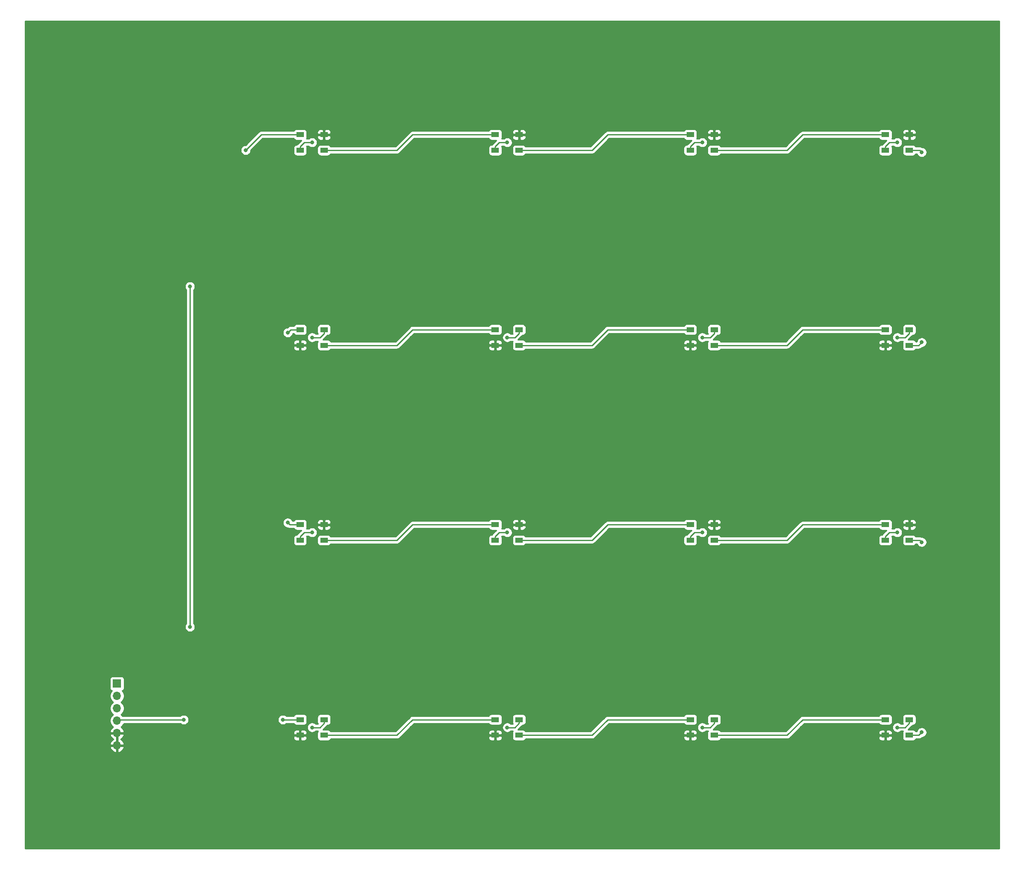
<source format=gbr>
G04 #@! TF.GenerationSoftware,KiCad,Pcbnew,(5.1.5)-3*
G04 #@! TF.CreationDate,2021-10-07T01:20:47-04:00*
G04 #@! TF.ProjectId,LEFT_Side Panel,4c454654-5f53-4696-9465-2050616e656c,rev?*
G04 #@! TF.SameCoordinates,Original*
G04 #@! TF.FileFunction,Copper,L2,Bot*
G04 #@! TF.FilePolarity,Positive*
%FSLAX46Y46*%
G04 Gerber Fmt 4.6, Leading zero omitted, Abs format (unit mm)*
G04 Created by KiCad (PCBNEW (5.1.5)-3) date 2021-10-07 01:20:47*
%MOMM*%
%LPD*%
G04 APERTURE LIST*
%ADD10O,1.700000X1.700000*%
%ADD11R,1.700000X1.700000*%
%ADD12R,1.500000X1.000000*%
%ADD13C,0.800000*%
%ADD14C,0.250000*%
%ADD15C,0.254000*%
G04 APERTURE END LIST*
D10*
X25000000Y-202700000D03*
X25000000Y-200160000D03*
X25000000Y-197620000D03*
X25000000Y-195080000D03*
X25000000Y-192540000D03*
D11*
X25000000Y-190000000D03*
D12*
X62550000Y-80600000D03*
X62550000Y-77400000D03*
X67450000Y-80600000D03*
X67450000Y-77400000D03*
X102550000Y-80600000D03*
X102550000Y-77400000D03*
X107450000Y-80600000D03*
X107450000Y-77400000D03*
X142550000Y-80600000D03*
X142550000Y-77400000D03*
X147450000Y-80600000D03*
X147450000Y-77400000D03*
X182550000Y-80600000D03*
X182550000Y-77400000D03*
X187450000Y-80600000D03*
X187450000Y-77400000D03*
X187450000Y-117400000D03*
X187450000Y-120600000D03*
X182550000Y-117400000D03*
X182550000Y-120600000D03*
X147450000Y-117400000D03*
X147450000Y-120600000D03*
X142550000Y-117400000D03*
X142550000Y-120600000D03*
X107450000Y-117400000D03*
X107450000Y-120600000D03*
X102550000Y-117400000D03*
X102550000Y-120600000D03*
X62550000Y-120600000D03*
X62550000Y-117400000D03*
X67450000Y-120600000D03*
X67450000Y-117400000D03*
X67450000Y-157400000D03*
X67450000Y-160600000D03*
X62550000Y-157400000D03*
X62550000Y-160600000D03*
X107450000Y-157400000D03*
X107450000Y-160600000D03*
X102550000Y-157400000D03*
X102550000Y-160600000D03*
X142550000Y-160600000D03*
X142550000Y-157400000D03*
X147450000Y-160600000D03*
X147450000Y-157400000D03*
X182550000Y-160600000D03*
X182550000Y-157400000D03*
X187450000Y-160600000D03*
X187450000Y-157400000D03*
X187450000Y-197400000D03*
X187450000Y-200600000D03*
X182550000Y-197400000D03*
X182550000Y-200600000D03*
X147450000Y-197400000D03*
X147450000Y-200600000D03*
X142550000Y-197400000D03*
X142550000Y-200600000D03*
X107450000Y-197400000D03*
X107450000Y-200600000D03*
X102550000Y-197400000D03*
X102550000Y-200600000D03*
X67450000Y-197400000D03*
X67450000Y-200600000D03*
X62550000Y-197400000D03*
X62550000Y-200600000D03*
D13*
X65000000Y-79000000D03*
X105000000Y-79000000D03*
X145000000Y-79000000D03*
X185000000Y-79000000D03*
X185000000Y-119000000D03*
X145000000Y-119000000D03*
X105000000Y-119000000D03*
X65000000Y-119000000D03*
X65000000Y-159000000D03*
X105000000Y-159000000D03*
X145000000Y-159000000D03*
X185000000Y-159000000D03*
X105000000Y-199000000D03*
X65000000Y-199000000D03*
X145000000Y-199000000D03*
X185000000Y-199000000D03*
X190000000Y-200000000D03*
X190000000Y-161000000D03*
X190000000Y-120000000D03*
X190000000Y-81000000D03*
X60000000Y-157000000D03*
X60000000Y-118000000D03*
X59010000Y-197420000D03*
X38690000Y-197420000D03*
X39960000Y-178370000D03*
X39960000Y-108520000D03*
X51390000Y-80580000D03*
D14*
X62550000Y-79850000D02*
X63400000Y-79000000D01*
X62550000Y-80600000D02*
X62550000Y-79850000D01*
X63400000Y-79000000D02*
X65000000Y-79000000D01*
X102550000Y-79850000D02*
X103400000Y-79000000D01*
X102550000Y-80600000D02*
X102550000Y-79850000D01*
X103400000Y-79000000D02*
X105000000Y-79000000D01*
X142550000Y-79850000D02*
X143400000Y-79000000D01*
X142550000Y-80600000D02*
X142550000Y-79850000D01*
X143400000Y-79000000D02*
X145000000Y-79000000D01*
X182550000Y-80600000D02*
X182550000Y-79850000D01*
X183400000Y-79000000D02*
X185000000Y-79000000D01*
X182550000Y-79850000D02*
X183400000Y-79000000D01*
X187450000Y-117400000D02*
X187450000Y-118150000D01*
X186600000Y-119000000D02*
X185000000Y-119000000D01*
X187450000Y-118150000D02*
X186600000Y-119000000D01*
X147450000Y-117400000D02*
X147450000Y-118150000D01*
X146600000Y-119000000D02*
X145000000Y-119000000D01*
X147450000Y-118150000D02*
X146600000Y-119000000D01*
X107450000Y-117400000D02*
X107450000Y-118150000D01*
X106600000Y-119000000D02*
X105000000Y-119000000D01*
X107450000Y-118150000D02*
X106600000Y-119000000D01*
X67450000Y-118150000D02*
X66600000Y-119000000D01*
X67450000Y-117400000D02*
X67450000Y-118150000D01*
X66600000Y-119000000D02*
X65000000Y-119000000D01*
X103400000Y-159000000D02*
X105000000Y-159000000D01*
X102550000Y-159850000D02*
X103400000Y-159000000D01*
X102550000Y-160600000D02*
X102550000Y-159850000D01*
X63400000Y-159000000D02*
X65000000Y-159000000D01*
X62550000Y-159850000D02*
X63400000Y-159000000D01*
X62550000Y-160600000D02*
X62550000Y-159850000D01*
X143400000Y-159000000D02*
X145000000Y-159000000D01*
X142550000Y-159850000D02*
X143400000Y-159000000D01*
X142550000Y-160600000D02*
X142550000Y-159850000D01*
X183400000Y-159000000D02*
X185000000Y-159000000D01*
X182550000Y-159850000D02*
X183400000Y-159000000D01*
X182550000Y-160600000D02*
X182550000Y-159850000D01*
X106600000Y-199000000D02*
X105000000Y-199000000D01*
X107450000Y-198150000D02*
X106600000Y-199000000D01*
X107450000Y-197400000D02*
X107450000Y-198150000D01*
X66600000Y-199000000D02*
X65000000Y-199000000D01*
X67450000Y-197400000D02*
X67450000Y-198150000D01*
X67450000Y-198150000D02*
X66600000Y-199000000D01*
X146600000Y-199000000D02*
X145000000Y-199000000D01*
X147450000Y-198150000D02*
X146600000Y-199000000D01*
X147450000Y-197400000D02*
X147450000Y-198150000D01*
X186600000Y-199000000D02*
X185000000Y-199000000D01*
X187450000Y-198150000D02*
X186600000Y-199000000D01*
X187450000Y-197400000D02*
X187450000Y-198150000D01*
X67450000Y-200600000D02*
X82400000Y-200600000D01*
X85600000Y-197400000D02*
X102550000Y-197400000D01*
X82400000Y-200600000D02*
X85600000Y-197400000D01*
X122400000Y-200600000D02*
X125600000Y-197400000D01*
X125600000Y-197400000D02*
X142550000Y-197400000D01*
X107450000Y-200600000D02*
X122400000Y-200600000D01*
X85600000Y-77400000D02*
X102550000Y-77400000D01*
X82400000Y-80600000D02*
X85600000Y-77400000D01*
X67450000Y-80600000D02*
X82400000Y-80600000D01*
X162400000Y-200600000D02*
X165600000Y-197400000D01*
X165600000Y-197400000D02*
X182550000Y-197400000D01*
X147450000Y-200600000D02*
X162400000Y-200600000D01*
X187450000Y-200600000D02*
X189400000Y-200600000D01*
X189400000Y-200600000D02*
X190000000Y-200000000D01*
X189600001Y-160600001D02*
X190000000Y-161000000D01*
X187450000Y-160600000D02*
X189600001Y-160600001D01*
X162400000Y-160600000D02*
X165600000Y-157400000D01*
X165600000Y-157400000D02*
X182550000Y-157400000D01*
X147450000Y-160600000D02*
X162400000Y-160600000D01*
X122400000Y-160600000D02*
X125600000Y-157400000D01*
X125600000Y-157400000D02*
X142550000Y-157400000D01*
X107450000Y-160600000D02*
X122400000Y-160600000D01*
X82400000Y-160600000D02*
X85600000Y-157400000D01*
X85600000Y-157400000D02*
X102550000Y-157400000D01*
X67450000Y-160600000D02*
X82400000Y-160600000D01*
X82400000Y-120600000D02*
X85600000Y-117400000D01*
X85600000Y-117400000D02*
X102550000Y-117400000D01*
X67450000Y-120600000D02*
X82400000Y-120600000D01*
X122400000Y-120600000D02*
X125600000Y-117400000D01*
X125600000Y-117400000D02*
X142550000Y-117400000D01*
X107450000Y-120600000D02*
X122400000Y-120600000D01*
X162400000Y-120600000D02*
X165600000Y-117400000D01*
X165600000Y-117400000D02*
X182550000Y-117400000D01*
X147450000Y-120600000D02*
X162400000Y-120600000D01*
X187450000Y-120600000D02*
X189400000Y-120600000D01*
X189400000Y-120600000D02*
X190000000Y-120000000D01*
X189600000Y-80600000D02*
X187450000Y-80600000D01*
X190000000Y-81000000D02*
X189600000Y-80600000D01*
X165600000Y-77400000D02*
X182550000Y-77400000D01*
X162400000Y-80600000D02*
X165600000Y-77400000D01*
X147450000Y-80600000D02*
X162400000Y-80600000D01*
X125600000Y-77400000D02*
X142550000Y-77400000D01*
X122400000Y-80600000D02*
X125600000Y-77400000D01*
X107450000Y-80600000D02*
X122400000Y-80600000D01*
X62550000Y-157400000D02*
X60400000Y-157400000D01*
X60400000Y-157400000D02*
X60000000Y-157000000D01*
X60600000Y-117400000D02*
X62550000Y-117400000D01*
X60000000Y-118000000D02*
X60600000Y-117400000D01*
X62550000Y-197400000D02*
X59030000Y-197400000D01*
X59030000Y-197400000D02*
X59010000Y-197420000D01*
X25200000Y-197420000D02*
X25000000Y-197620000D01*
X38690000Y-197420000D02*
X25200000Y-197420000D01*
X39960000Y-178370000D02*
X39960000Y-108520000D01*
X54570000Y-77400000D02*
X62550000Y-77400000D01*
X51390000Y-80580000D02*
X54570000Y-77400000D01*
D15*
G36*
X205873000Y-223873000D02*
G01*
X6127000Y-223873000D01*
X6127000Y-203056890D01*
X23558524Y-203056890D01*
X23603175Y-203204099D01*
X23728359Y-203466920D01*
X23902412Y-203700269D01*
X24118645Y-203895178D01*
X24368748Y-204044157D01*
X24643109Y-204141481D01*
X24873000Y-204020814D01*
X24873000Y-202827000D01*
X25127000Y-202827000D01*
X25127000Y-204020814D01*
X25356891Y-204141481D01*
X25631252Y-204044157D01*
X25881355Y-203895178D01*
X26097588Y-203700269D01*
X26271641Y-203466920D01*
X26396825Y-203204099D01*
X26441476Y-203056890D01*
X26320155Y-202827000D01*
X25127000Y-202827000D01*
X24873000Y-202827000D01*
X23679845Y-202827000D01*
X23558524Y-203056890D01*
X6127000Y-203056890D01*
X6127000Y-200516890D01*
X23558524Y-200516890D01*
X23603175Y-200664099D01*
X23728359Y-200926920D01*
X23902412Y-201160269D01*
X24118645Y-201355178D01*
X24244255Y-201430000D01*
X24118645Y-201504822D01*
X23902412Y-201699731D01*
X23728359Y-201933080D01*
X23603175Y-202195901D01*
X23558524Y-202343110D01*
X23679845Y-202573000D01*
X24873000Y-202573000D01*
X24873000Y-200287000D01*
X25127000Y-200287000D01*
X25127000Y-202573000D01*
X26320155Y-202573000D01*
X26441476Y-202343110D01*
X26396825Y-202195901D01*
X26271641Y-201933080D01*
X26097588Y-201699731D01*
X25881355Y-201504822D01*
X25755745Y-201430000D01*
X25881355Y-201355178D01*
X26097588Y-201160269D01*
X26142542Y-201100000D01*
X61161928Y-201100000D01*
X61174188Y-201224482D01*
X61210498Y-201344180D01*
X61269463Y-201454494D01*
X61348815Y-201551185D01*
X61445506Y-201630537D01*
X61555820Y-201689502D01*
X61675518Y-201725812D01*
X61800000Y-201738072D01*
X62264250Y-201735000D01*
X62423000Y-201576250D01*
X62423000Y-200727000D01*
X62677000Y-200727000D01*
X62677000Y-201576250D01*
X62835750Y-201735000D01*
X63300000Y-201738072D01*
X63424482Y-201725812D01*
X63544180Y-201689502D01*
X63654494Y-201630537D01*
X63751185Y-201551185D01*
X63830537Y-201454494D01*
X63889502Y-201344180D01*
X63925812Y-201224482D01*
X63938072Y-201100000D01*
X63935000Y-200885750D01*
X63776250Y-200727000D01*
X62677000Y-200727000D01*
X62423000Y-200727000D01*
X61323750Y-200727000D01*
X61165000Y-200885750D01*
X61161928Y-201100000D01*
X26142542Y-201100000D01*
X26271641Y-200926920D01*
X26396825Y-200664099D01*
X26441476Y-200516890D01*
X26320155Y-200287000D01*
X25127000Y-200287000D01*
X24873000Y-200287000D01*
X23679845Y-200287000D01*
X23558524Y-200516890D01*
X6127000Y-200516890D01*
X6127000Y-200100000D01*
X61161928Y-200100000D01*
X61165000Y-200314250D01*
X61323750Y-200473000D01*
X62423000Y-200473000D01*
X62423000Y-199623750D01*
X62677000Y-199623750D01*
X62677000Y-200473000D01*
X63776250Y-200473000D01*
X63935000Y-200314250D01*
X63938072Y-200100000D01*
X63925812Y-199975518D01*
X63889502Y-199855820D01*
X63830537Y-199745506D01*
X63751185Y-199648815D01*
X63654494Y-199569463D01*
X63544180Y-199510498D01*
X63424482Y-199474188D01*
X63300000Y-199461928D01*
X62835750Y-199465000D01*
X62677000Y-199623750D01*
X62423000Y-199623750D01*
X62264250Y-199465000D01*
X61800000Y-199461928D01*
X61675518Y-199474188D01*
X61555820Y-199510498D01*
X61445506Y-199569463D01*
X61348815Y-199648815D01*
X61269463Y-199745506D01*
X61210498Y-199855820D01*
X61174188Y-199975518D01*
X61161928Y-200100000D01*
X6127000Y-200100000D01*
X6127000Y-189150000D01*
X23511928Y-189150000D01*
X23511928Y-190850000D01*
X23524188Y-190974482D01*
X23560498Y-191094180D01*
X23619463Y-191204494D01*
X23698815Y-191301185D01*
X23795506Y-191380537D01*
X23905820Y-191439502D01*
X23978380Y-191461513D01*
X23846525Y-191593368D01*
X23684010Y-191836589D01*
X23572068Y-192106842D01*
X23515000Y-192393740D01*
X23515000Y-192686260D01*
X23572068Y-192973158D01*
X23684010Y-193243411D01*
X23846525Y-193486632D01*
X24053368Y-193693475D01*
X24227760Y-193810000D01*
X24053368Y-193926525D01*
X23846525Y-194133368D01*
X23684010Y-194376589D01*
X23572068Y-194646842D01*
X23515000Y-194933740D01*
X23515000Y-195226260D01*
X23572068Y-195513158D01*
X23684010Y-195783411D01*
X23846525Y-196026632D01*
X24053368Y-196233475D01*
X24227760Y-196350000D01*
X24053368Y-196466525D01*
X23846525Y-196673368D01*
X23684010Y-196916589D01*
X23572068Y-197186842D01*
X23515000Y-197473740D01*
X23515000Y-197766260D01*
X23572068Y-198053158D01*
X23684010Y-198323411D01*
X23846525Y-198566632D01*
X24053368Y-198773475D01*
X24235534Y-198895195D01*
X24118645Y-198964822D01*
X23902412Y-199159731D01*
X23728359Y-199393080D01*
X23603175Y-199655901D01*
X23558524Y-199803110D01*
X23679845Y-200033000D01*
X24873000Y-200033000D01*
X24873000Y-200013000D01*
X25127000Y-200013000D01*
X25127000Y-200033000D01*
X26320155Y-200033000D01*
X26441476Y-199803110D01*
X26396825Y-199655901D01*
X26271641Y-199393080D01*
X26097588Y-199159731D01*
X25881355Y-198964822D01*
X25769278Y-198898061D01*
X63965000Y-198898061D01*
X63965000Y-199101939D01*
X64004774Y-199301898D01*
X64082795Y-199490256D01*
X64196063Y-199659774D01*
X64340226Y-199803937D01*
X64509744Y-199917205D01*
X64698102Y-199995226D01*
X64898061Y-200035000D01*
X65101939Y-200035000D01*
X65301898Y-199995226D01*
X65490256Y-199917205D01*
X65659774Y-199803937D01*
X65703711Y-199760000D01*
X66161716Y-199760000D01*
X66110498Y-199855820D01*
X66074188Y-199975518D01*
X66061928Y-200100000D01*
X66061928Y-201100000D01*
X66074188Y-201224482D01*
X66110498Y-201344180D01*
X66169463Y-201454494D01*
X66248815Y-201551185D01*
X66345506Y-201630537D01*
X66455820Y-201689502D01*
X66575518Y-201725812D01*
X66700000Y-201738072D01*
X68200000Y-201738072D01*
X68324482Y-201725812D01*
X68444180Y-201689502D01*
X68554494Y-201630537D01*
X68651185Y-201551185D01*
X68730537Y-201454494D01*
X68781046Y-201360000D01*
X82362678Y-201360000D01*
X82400000Y-201363676D01*
X82437322Y-201360000D01*
X82437333Y-201360000D01*
X82548986Y-201349003D01*
X82692247Y-201305546D01*
X82824276Y-201234974D01*
X82940001Y-201140001D01*
X82963804Y-201110997D01*
X82974801Y-201100000D01*
X101161928Y-201100000D01*
X101174188Y-201224482D01*
X101210498Y-201344180D01*
X101269463Y-201454494D01*
X101348815Y-201551185D01*
X101445506Y-201630537D01*
X101555820Y-201689502D01*
X101675518Y-201725812D01*
X101800000Y-201738072D01*
X102264250Y-201735000D01*
X102423000Y-201576250D01*
X102423000Y-200727000D01*
X102677000Y-200727000D01*
X102677000Y-201576250D01*
X102835750Y-201735000D01*
X103300000Y-201738072D01*
X103424482Y-201725812D01*
X103544180Y-201689502D01*
X103654494Y-201630537D01*
X103751185Y-201551185D01*
X103830537Y-201454494D01*
X103889502Y-201344180D01*
X103925812Y-201224482D01*
X103938072Y-201100000D01*
X103935000Y-200885750D01*
X103776250Y-200727000D01*
X102677000Y-200727000D01*
X102423000Y-200727000D01*
X101323750Y-200727000D01*
X101165000Y-200885750D01*
X101161928Y-201100000D01*
X82974801Y-201100000D01*
X83974801Y-200100000D01*
X101161928Y-200100000D01*
X101165000Y-200314250D01*
X101323750Y-200473000D01*
X102423000Y-200473000D01*
X102423000Y-199623750D01*
X102677000Y-199623750D01*
X102677000Y-200473000D01*
X103776250Y-200473000D01*
X103935000Y-200314250D01*
X103938072Y-200100000D01*
X103925812Y-199975518D01*
X103889502Y-199855820D01*
X103830537Y-199745506D01*
X103751185Y-199648815D01*
X103654494Y-199569463D01*
X103544180Y-199510498D01*
X103424482Y-199474188D01*
X103300000Y-199461928D01*
X102835750Y-199465000D01*
X102677000Y-199623750D01*
X102423000Y-199623750D01*
X102264250Y-199465000D01*
X101800000Y-199461928D01*
X101675518Y-199474188D01*
X101555820Y-199510498D01*
X101445506Y-199569463D01*
X101348815Y-199648815D01*
X101269463Y-199745506D01*
X101210498Y-199855820D01*
X101174188Y-199975518D01*
X101161928Y-200100000D01*
X83974801Y-200100000D01*
X85176741Y-198898061D01*
X103965000Y-198898061D01*
X103965000Y-199101939D01*
X104004774Y-199301898D01*
X104082795Y-199490256D01*
X104196063Y-199659774D01*
X104340226Y-199803937D01*
X104509744Y-199917205D01*
X104698102Y-199995226D01*
X104898061Y-200035000D01*
X105101939Y-200035000D01*
X105301898Y-199995226D01*
X105490256Y-199917205D01*
X105659774Y-199803937D01*
X105703711Y-199760000D01*
X106161716Y-199760000D01*
X106110498Y-199855820D01*
X106074188Y-199975518D01*
X106061928Y-200100000D01*
X106061928Y-201100000D01*
X106074188Y-201224482D01*
X106110498Y-201344180D01*
X106169463Y-201454494D01*
X106248815Y-201551185D01*
X106345506Y-201630537D01*
X106455820Y-201689502D01*
X106575518Y-201725812D01*
X106700000Y-201738072D01*
X108200000Y-201738072D01*
X108324482Y-201725812D01*
X108444180Y-201689502D01*
X108554494Y-201630537D01*
X108651185Y-201551185D01*
X108730537Y-201454494D01*
X108781046Y-201360000D01*
X122362678Y-201360000D01*
X122400000Y-201363676D01*
X122437322Y-201360000D01*
X122437333Y-201360000D01*
X122548986Y-201349003D01*
X122692247Y-201305546D01*
X122824276Y-201234974D01*
X122940001Y-201140001D01*
X122963804Y-201110997D01*
X122974801Y-201100000D01*
X141161928Y-201100000D01*
X141174188Y-201224482D01*
X141210498Y-201344180D01*
X141269463Y-201454494D01*
X141348815Y-201551185D01*
X141445506Y-201630537D01*
X141555820Y-201689502D01*
X141675518Y-201725812D01*
X141800000Y-201738072D01*
X142264250Y-201735000D01*
X142423000Y-201576250D01*
X142423000Y-200727000D01*
X142677000Y-200727000D01*
X142677000Y-201576250D01*
X142835750Y-201735000D01*
X143300000Y-201738072D01*
X143424482Y-201725812D01*
X143544180Y-201689502D01*
X143654494Y-201630537D01*
X143751185Y-201551185D01*
X143830537Y-201454494D01*
X143889502Y-201344180D01*
X143925812Y-201224482D01*
X143938072Y-201100000D01*
X143935000Y-200885750D01*
X143776250Y-200727000D01*
X142677000Y-200727000D01*
X142423000Y-200727000D01*
X141323750Y-200727000D01*
X141165000Y-200885750D01*
X141161928Y-201100000D01*
X122974801Y-201100000D01*
X123974801Y-200100000D01*
X141161928Y-200100000D01*
X141165000Y-200314250D01*
X141323750Y-200473000D01*
X142423000Y-200473000D01*
X142423000Y-199623750D01*
X142677000Y-199623750D01*
X142677000Y-200473000D01*
X143776250Y-200473000D01*
X143935000Y-200314250D01*
X143938072Y-200100000D01*
X143925812Y-199975518D01*
X143889502Y-199855820D01*
X143830537Y-199745506D01*
X143751185Y-199648815D01*
X143654494Y-199569463D01*
X143544180Y-199510498D01*
X143424482Y-199474188D01*
X143300000Y-199461928D01*
X142835750Y-199465000D01*
X142677000Y-199623750D01*
X142423000Y-199623750D01*
X142264250Y-199465000D01*
X141800000Y-199461928D01*
X141675518Y-199474188D01*
X141555820Y-199510498D01*
X141445506Y-199569463D01*
X141348815Y-199648815D01*
X141269463Y-199745506D01*
X141210498Y-199855820D01*
X141174188Y-199975518D01*
X141161928Y-200100000D01*
X123974801Y-200100000D01*
X125176741Y-198898061D01*
X143965000Y-198898061D01*
X143965000Y-199101939D01*
X144004774Y-199301898D01*
X144082795Y-199490256D01*
X144196063Y-199659774D01*
X144340226Y-199803937D01*
X144509744Y-199917205D01*
X144698102Y-199995226D01*
X144898061Y-200035000D01*
X145101939Y-200035000D01*
X145301898Y-199995226D01*
X145490256Y-199917205D01*
X145659774Y-199803937D01*
X145703711Y-199760000D01*
X146161716Y-199760000D01*
X146110498Y-199855820D01*
X146074188Y-199975518D01*
X146061928Y-200100000D01*
X146061928Y-201100000D01*
X146074188Y-201224482D01*
X146110498Y-201344180D01*
X146169463Y-201454494D01*
X146248815Y-201551185D01*
X146345506Y-201630537D01*
X146455820Y-201689502D01*
X146575518Y-201725812D01*
X146700000Y-201738072D01*
X148200000Y-201738072D01*
X148324482Y-201725812D01*
X148444180Y-201689502D01*
X148554494Y-201630537D01*
X148651185Y-201551185D01*
X148730537Y-201454494D01*
X148781046Y-201360000D01*
X162362678Y-201360000D01*
X162400000Y-201363676D01*
X162437322Y-201360000D01*
X162437333Y-201360000D01*
X162548986Y-201349003D01*
X162692247Y-201305546D01*
X162824276Y-201234974D01*
X162940001Y-201140001D01*
X162963804Y-201110997D01*
X162974801Y-201100000D01*
X181161928Y-201100000D01*
X181174188Y-201224482D01*
X181210498Y-201344180D01*
X181269463Y-201454494D01*
X181348815Y-201551185D01*
X181445506Y-201630537D01*
X181555820Y-201689502D01*
X181675518Y-201725812D01*
X181800000Y-201738072D01*
X182264250Y-201735000D01*
X182423000Y-201576250D01*
X182423000Y-200727000D01*
X182677000Y-200727000D01*
X182677000Y-201576250D01*
X182835750Y-201735000D01*
X183300000Y-201738072D01*
X183424482Y-201725812D01*
X183544180Y-201689502D01*
X183654494Y-201630537D01*
X183751185Y-201551185D01*
X183830537Y-201454494D01*
X183889502Y-201344180D01*
X183925812Y-201224482D01*
X183938072Y-201100000D01*
X183935000Y-200885750D01*
X183776250Y-200727000D01*
X182677000Y-200727000D01*
X182423000Y-200727000D01*
X181323750Y-200727000D01*
X181165000Y-200885750D01*
X181161928Y-201100000D01*
X162974801Y-201100000D01*
X163974801Y-200100000D01*
X181161928Y-200100000D01*
X181165000Y-200314250D01*
X181323750Y-200473000D01*
X182423000Y-200473000D01*
X182423000Y-199623750D01*
X182677000Y-199623750D01*
X182677000Y-200473000D01*
X183776250Y-200473000D01*
X183935000Y-200314250D01*
X183938072Y-200100000D01*
X183925812Y-199975518D01*
X183889502Y-199855820D01*
X183830537Y-199745506D01*
X183751185Y-199648815D01*
X183654494Y-199569463D01*
X183544180Y-199510498D01*
X183424482Y-199474188D01*
X183300000Y-199461928D01*
X182835750Y-199465000D01*
X182677000Y-199623750D01*
X182423000Y-199623750D01*
X182264250Y-199465000D01*
X181800000Y-199461928D01*
X181675518Y-199474188D01*
X181555820Y-199510498D01*
X181445506Y-199569463D01*
X181348815Y-199648815D01*
X181269463Y-199745506D01*
X181210498Y-199855820D01*
X181174188Y-199975518D01*
X181161928Y-200100000D01*
X163974801Y-200100000D01*
X165176741Y-198898061D01*
X183965000Y-198898061D01*
X183965000Y-199101939D01*
X184004774Y-199301898D01*
X184082795Y-199490256D01*
X184196063Y-199659774D01*
X184340226Y-199803937D01*
X184509744Y-199917205D01*
X184698102Y-199995226D01*
X184898061Y-200035000D01*
X185101939Y-200035000D01*
X185301898Y-199995226D01*
X185490256Y-199917205D01*
X185659774Y-199803937D01*
X185703711Y-199760000D01*
X186161716Y-199760000D01*
X186110498Y-199855820D01*
X186074188Y-199975518D01*
X186061928Y-200100000D01*
X186061928Y-201100000D01*
X186074188Y-201224482D01*
X186110498Y-201344180D01*
X186169463Y-201454494D01*
X186248815Y-201551185D01*
X186345506Y-201630537D01*
X186455820Y-201689502D01*
X186575518Y-201725812D01*
X186700000Y-201738072D01*
X188200000Y-201738072D01*
X188324482Y-201725812D01*
X188444180Y-201689502D01*
X188554494Y-201630537D01*
X188651185Y-201551185D01*
X188730537Y-201454494D01*
X188781046Y-201360000D01*
X189362678Y-201360000D01*
X189400000Y-201363676D01*
X189437322Y-201360000D01*
X189437333Y-201360000D01*
X189548986Y-201349003D01*
X189692247Y-201305546D01*
X189824276Y-201234974D01*
X189940001Y-201140001D01*
X189963803Y-201110998D01*
X190039801Y-201035000D01*
X190101939Y-201035000D01*
X190301898Y-200995226D01*
X190490256Y-200917205D01*
X190659774Y-200803937D01*
X190803937Y-200659774D01*
X190917205Y-200490256D01*
X190995226Y-200301898D01*
X191035000Y-200101939D01*
X191035000Y-199898061D01*
X190995226Y-199698102D01*
X190917205Y-199509744D01*
X190803937Y-199340226D01*
X190659774Y-199196063D01*
X190490256Y-199082795D01*
X190301898Y-199004774D01*
X190101939Y-198965000D01*
X189898061Y-198965000D01*
X189698102Y-199004774D01*
X189509744Y-199082795D01*
X189340226Y-199196063D01*
X189196063Y-199340226D01*
X189082795Y-199509744D01*
X189004774Y-199698102D01*
X188976549Y-199840000D01*
X188781046Y-199840000D01*
X188730537Y-199745506D01*
X188651185Y-199648815D01*
X188554494Y-199569463D01*
X188444180Y-199510498D01*
X188324482Y-199474188D01*
X188200000Y-199461928D01*
X187212873Y-199461928D01*
X187961003Y-198713799D01*
X187990001Y-198690001D01*
X188084974Y-198574276D01*
X188104326Y-198538072D01*
X188200000Y-198538072D01*
X188324482Y-198525812D01*
X188444180Y-198489502D01*
X188554494Y-198430537D01*
X188651185Y-198351185D01*
X188730537Y-198254494D01*
X188789502Y-198144180D01*
X188825812Y-198024482D01*
X188838072Y-197900000D01*
X188838072Y-196900000D01*
X188825812Y-196775518D01*
X188789502Y-196655820D01*
X188730537Y-196545506D01*
X188651185Y-196448815D01*
X188554494Y-196369463D01*
X188444180Y-196310498D01*
X188324482Y-196274188D01*
X188200000Y-196261928D01*
X186700000Y-196261928D01*
X186575518Y-196274188D01*
X186455820Y-196310498D01*
X186345506Y-196369463D01*
X186248815Y-196448815D01*
X186169463Y-196545506D01*
X186110498Y-196655820D01*
X186074188Y-196775518D01*
X186061928Y-196900000D01*
X186061928Y-197900000D01*
X186074188Y-198024482D01*
X186110498Y-198144180D01*
X186161716Y-198240000D01*
X185703711Y-198240000D01*
X185659774Y-198196063D01*
X185490256Y-198082795D01*
X185301898Y-198004774D01*
X185101939Y-197965000D01*
X184898061Y-197965000D01*
X184698102Y-198004774D01*
X184509744Y-198082795D01*
X184340226Y-198196063D01*
X184196063Y-198340226D01*
X184082795Y-198509744D01*
X184004774Y-198698102D01*
X183965000Y-198898061D01*
X165176741Y-198898061D01*
X165914803Y-198160000D01*
X181218954Y-198160000D01*
X181269463Y-198254494D01*
X181348815Y-198351185D01*
X181445506Y-198430537D01*
X181555820Y-198489502D01*
X181675518Y-198525812D01*
X181800000Y-198538072D01*
X183300000Y-198538072D01*
X183424482Y-198525812D01*
X183544180Y-198489502D01*
X183654494Y-198430537D01*
X183751185Y-198351185D01*
X183830537Y-198254494D01*
X183889502Y-198144180D01*
X183925812Y-198024482D01*
X183938072Y-197900000D01*
X183938072Y-196900000D01*
X183925812Y-196775518D01*
X183889502Y-196655820D01*
X183830537Y-196545506D01*
X183751185Y-196448815D01*
X183654494Y-196369463D01*
X183544180Y-196310498D01*
X183424482Y-196274188D01*
X183300000Y-196261928D01*
X181800000Y-196261928D01*
X181675518Y-196274188D01*
X181555820Y-196310498D01*
X181445506Y-196369463D01*
X181348815Y-196448815D01*
X181269463Y-196545506D01*
X181218954Y-196640000D01*
X165637322Y-196640000D01*
X165599999Y-196636324D01*
X165562676Y-196640000D01*
X165562667Y-196640000D01*
X165451014Y-196650997D01*
X165307753Y-196694454D01*
X165175724Y-196765026D01*
X165175722Y-196765027D01*
X165175723Y-196765027D01*
X165088996Y-196836201D01*
X165088992Y-196836205D01*
X165059999Y-196859999D01*
X165036205Y-196888992D01*
X162085199Y-199840000D01*
X148781046Y-199840000D01*
X148730537Y-199745506D01*
X148651185Y-199648815D01*
X148554494Y-199569463D01*
X148444180Y-199510498D01*
X148324482Y-199474188D01*
X148200000Y-199461928D01*
X147212873Y-199461928D01*
X147961003Y-198713799D01*
X147990001Y-198690001D01*
X148084974Y-198574276D01*
X148104326Y-198538072D01*
X148200000Y-198538072D01*
X148324482Y-198525812D01*
X148444180Y-198489502D01*
X148554494Y-198430537D01*
X148651185Y-198351185D01*
X148730537Y-198254494D01*
X148789502Y-198144180D01*
X148825812Y-198024482D01*
X148838072Y-197900000D01*
X148838072Y-196900000D01*
X148825812Y-196775518D01*
X148789502Y-196655820D01*
X148730537Y-196545506D01*
X148651185Y-196448815D01*
X148554494Y-196369463D01*
X148444180Y-196310498D01*
X148324482Y-196274188D01*
X148200000Y-196261928D01*
X146700000Y-196261928D01*
X146575518Y-196274188D01*
X146455820Y-196310498D01*
X146345506Y-196369463D01*
X146248815Y-196448815D01*
X146169463Y-196545506D01*
X146110498Y-196655820D01*
X146074188Y-196775518D01*
X146061928Y-196900000D01*
X146061928Y-197900000D01*
X146074188Y-198024482D01*
X146110498Y-198144180D01*
X146161716Y-198240000D01*
X145703711Y-198240000D01*
X145659774Y-198196063D01*
X145490256Y-198082795D01*
X145301898Y-198004774D01*
X145101939Y-197965000D01*
X144898061Y-197965000D01*
X144698102Y-198004774D01*
X144509744Y-198082795D01*
X144340226Y-198196063D01*
X144196063Y-198340226D01*
X144082795Y-198509744D01*
X144004774Y-198698102D01*
X143965000Y-198898061D01*
X125176741Y-198898061D01*
X125914803Y-198160000D01*
X141218954Y-198160000D01*
X141269463Y-198254494D01*
X141348815Y-198351185D01*
X141445506Y-198430537D01*
X141555820Y-198489502D01*
X141675518Y-198525812D01*
X141800000Y-198538072D01*
X143300000Y-198538072D01*
X143424482Y-198525812D01*
X143544180Y-198489502D01*
X143654494Y-198430537D01*
X143751185Y-198351185D01*
X143830537Y-198254494D01*
X143889502Y-198144180D01*
X143925812Y-198024482D01*
X143938072Y-197900000D01*
X143938072Y-196900000D01*
X143925812Y-196775518D01*
X143889502Y-196655820D01*
X143830537Y-196545506D01*
X143751185Y-196448815D01*
X143654494Y-196369463D01*
X143544180Y-196310498D01*
X143424482Y-196274188D01*
X143300000Y-196261928D01*
X141800000Y-196261928D01*
X141675518Y-196274188D01*
X141555820Y-196310498D01*
X141445506Y-196369463D01*
X141348815Y-196448815D01*
X141269463Y-196545506D01*
X141218954Y-196640000D01*
X125637322Y-196640000D01*
X125599999Y-196636324D01*
X125562676Y-196640000D01*
X125562667Y-196640000D01*
X125451014Y-196650997D01*
X125307753Y-196694454D01*
X125175724Y-196765026D01*
X125175722Y-196765027D01*
X125175723Y-196765027D01*
X125088996Y-196836201D01*
X125088992Y-196836205D01*
X125059999Y-196859999D01*
X125036205Y-196888992D01*
X122085199Y-199840000D01*
X108781046Y-199840000D01*
X108730537Y-199745506D01*
X108651185Y-199648815D01*
X108554494Y-199569463D01*
X108444180Y-199510498D01*
X108324482Y-199474188D01*
X108200000Y-199461928D01*
X107212873Y-199461928D01*
X107961003Y-198713799D01*
X107990001Y-198690001D01*
X108084974Y-198574276D01*
X108104326Y-198538072D01*
X108200000Y-198538072D01*
X108324482Y-198525812D01*
X108444180Y-198489502D01*
X108554494Y-198430537D01*
X108651185Y-198351185D01*
X108730537Y-198254494D01*
X108789502Y-198144180D01*
X108825812Y-198024482D01*
X108838072Y-197900000D01*
X108838072Y-196900000D01*
X108825812Y-196775518D01*
X108789502Y-196655820D01*
X108730537Y-196545506D01*
X108651185Y-196448815D01*
X108554494Y-196369463D01*
X108444180Y-196310498D01*
X108324482Y-196274188D01*
X108200000Y-196261928D01*
X106700000Y-196261928D01*
X106575518Y-196274188D01*
X106455820Y-196310498D01*
X106345506Y-196369463D01*
X106248815Y-196448815D01*
X106169463Y-196545506D01*
X106110498Y-196655820D01*
X106074188Y-196775518D01*
X106061928Y-196900000D01*
X106061928Y-197900000D01*
X106074188Y-198024482D01*
X106110498Y-198144180D01*
X106161716Y-198240000D01*
X105703711Y-198240000D01*
X105659774Y-198196063D01*
X105490256Y-198082795D01*
X105301898Y-198004774D01*
X105101939Y-197965000D01*
X104898061Y-197965000D01*
X104698102Y-198004774D01*
X104509744Y-198082795D01*
X104340226Y-198196063D01*
X104196063Y-198340226D01*
X104082795Y-198509744D01*
X104004774Y-198698102D01*
X103965000Y-198898061D01*
X85176741Y-198898061D01*
X85914803Y-198160000D01*
X101218954Y-198160000D01*
X101269463Y-198254494D01*
X101348815Y-198351185D01*
X101445506Y-198430537D01*
X101555820Y-198489502D01*
X101675518Y-198525812D01*
X101800000Y-198538072D01*
X103300000Y-198538072D01*
X103424482Y-198525812D01*
X103544180Y-198489502D01*
X103654494Y-198430537D01*
X103751185Y-198351185D01*
X103830537Y-198254494D01*
X103889502Y-198144180D01*
X103925812Y-198024482D01*
X103938072Y-197900000D01*
X103938072Y-196900000D01*
X103925812Y-196775518D01*
X103889502Y-196655820D01*
X103830537Y-196545506D01*
X103751185Y-196448815D01*
X103654494Y-196369463D01*
X103544180Y-196310498D01*
X103424482Y-196274188D01*
X103300000Y-196261928D01*
X101800000Y-196261928D01*
X101675518Y-196274188D01*
X101555820Y-196310498D01*
X101445506Y-196369463D01*
X101348815Y-196448815D01*
X101269463Y-196545506D01*
X101218954Y-196640000D01*
X85637322Y-196640000D01*
X85599999Y-196636324D01*
X85562676Y-196640000D01*
X85562667Y-196640000D01*
X85451014Y-196650997D01*
X85307753Y-196694454D01*
X85175724Y-196765026D01*
X85175722Y-196765027D01*
X85175723Y-196765027D01*
X85088996Y-196836201D01*
X85088992Y-196836205D01*
X85059999Y-196859999D01*
X85036205Y-196888992D01*
X82085199Y-199840000D01*
X68781046Y-199840000D01*
X68730537Y-199745506D01*
X68651185Y-199648815D01*
X68554494Y-199569463D01*
X68444180Y-199510498D01*
X68324482Y-199474188D01*
X68200000Y-199461928D01*
X67212873Y-199461928D01*
X67961003Y-198713799D01*
X67990001Y-198690001D01*
X68084974Y-198574276D01*
X68104326Y-198538072D01*
X68200000Y-198538072D01*
X68324482Y-198525812D01*
X68444180Y-198489502D01*
X68554494Y-198430537D01*
X68651185Y-198351185D01*
X68730537Y-198254494D01*
X68789502Y-198144180D01*
X68825812Y-198024482D01*
X68838072Y-197900000D01*
X68838072Y-196900000D01*
X68825812Y-196775518D01*
X68789502Y-196655820D01*
X68730537Y-196545506D01*
X68651185Y-196448815D01*
X68554494Y-196369463D01*
X68444180Y-196310498D01*
X68324482Y-196274188D01*
X68200000Y-196261928D01*
X66700000Y-196261928D01*
X66575518Y-196274188D01*
X66455820Y-196310498D01*
X66345506Y-196369463D01*
X66248815Y-196448815D01*
X66169463Y-196545506D01*
X66110498Y-196655820D01*
X66074188Y-196775518D01*
X66061928Y-196900000D01*
X66061928Y-197900000D01*
X66074188Y-198024482D01*
X66110498Y-198144180D01*
X66161716Y-198240000D01*
X65703711Y-198240000D01*
X65659774Y-198196063D01*
X65490256Y-198082795D01*
X65301898Y-198004774D01*
X65101939Y-197965000D01*
X64898061Y-197965000D01*
X64698102Y-198004774D01*
X64509744Y-198082795D01*
X64340226Y-198196063D01*
X64196063Y-198340226D01*
X64082795Y-198509744D01*
X64004774Y-198698102D01*
X63965000Y-198898061D01*
X25769278Y-198898061D01*
X25764466Y-198895195D01*
X25946632Y-198773475D01*
X26153475Y-198566632D01*
X26315990Y-198323411D01*
X26375393Y-198180000D01*
X37986289Y-198180000D01*
X38030226Y-198223937D01*
X38199744Y-198337205D01*
X38388102Y-198415226D01*
X38588061Y-198455000D01*
X38791939Y-198455000D01*
X38991898Y-198415226D01*
X39180256Y-198337205D01*
X39349774Y-198223937D01*
X39493937Y-198079774D01*
X39607205Y-197910256D01*
X39685226Y-197721898D01*
X39725000Y-197521939D01*
X39725000Y-197318061D01*
X57975000Y-197318061D01*
X57975000Y-197521939D01*
X58014774Y-197721898D01*
X58092795Y-197910256D01*
X58206063Y-198079774D01*
X58350226Y-198223937D01*
X58519744Y-198337205D01*
X58708102Y-198415226D01*
X58908061Y-198455000D01*
X59111939Y-198455000D01*
X59311898Y-198415226D01*
X59500256Y-198337205D01*
X59669774Y-198223937D01*
X59733711Y-198160000D01*
X61218954Y-198160000D01*
X61269463Y-198254494D01*
X61348815Y-198351185D01*
X61445506Y-198430537D01*
X61555820Y-198489502D01*
X61675518Y-198525812D01*
X61800000Y-198538072D01*
X63300000Y-198538072D01*
X63424482Y-198525812D01*
X63544180Y-198489502D01*
X63654494Y-198430537D01*
X63751185Y-198351185D01*
X63830537Y-198254494D01*
X63889502Y-198144180D01*
X63925812Y-198024482D01*
X63938072Y-197900000D01*
X63938072Y-196900000D01*
X63925812Y-196775518D01*
X63889502Y-196655820D01*
X63830537Y-196545506D01*
X63751185Y-196448815D01*
X63654494Y-196369463D01*
X63544180Y-196310498D01*
X63424482Y-196274188D01*
X63300000Y-196261928D01*
X61800000Y-196261928D01*
X61675518Y-196274188D01*
X61555820Y-196310498D01*
X61445506Y-196369463D01*
X61348815Y-196448815D01*
X61269463Y-196545506D01*
X61218954Y-196640000D01*
X59693711Y-196640000D01*
X59669774Y-196616063D01*
X59500256Y-196502795D01*
X59311898Y-196424774D01*
X59111939Y-196385000D01*
X58908061Y-196385000D01*
X58708102Y-196424774D01*
X58519744Y-196502795D01*
X58350226Y-196616063D01*
X58206063Y-196760226D01*
X58092795Y-196929744D01*
X58014774Y-197118102D01*
X57975000Y-197318061D01*
X39725000Y-197318061D01*
X39685226Y-197118102D01*
X39607205Y-196929744D01*
X39493937Y-196760226D01*
X39349774Y-196616063D01*
X39180256Y-196502795D01*
X38991898Y-196424774D01*
X38791939Y-196385000D01*
X38588061Y-196385000D01*
X38388102Y-196424774D01*
X38199744Y-196502795D01*
X38030226Y-196616063D01*
X37986289Y-196660000D01*
X26140107Y-196660000D01*
X25946632Y-196466525D01*
X25772240Y-196350000D01*
X25946632Y-196233475D01*
X26153475Y-196026632D01*
X26315990Y-195783411D01*
X26427932Y-195513158D01*
X26485000Y-195226260D01*
X26485000Y-194933740D01*
X26427932Y-194646842D01*
X26315990Y-194376589D01*
X26153475Y-194133368D01*
X25946632Y-193926525D01*
X25772240Y-193810000D01*
X25946632Y-193693475D01*
X26153475Y-193486632D01*
X26315990Y-193243411D01*
X26427932Y-192973158D01*
X26485000Y-192686260D01*
X26485000Y-192393740D01*
X26427932Y-192106842D01*
X26315990Y-191836589D01*
X26153475Y-191593368D01*
X26021620Y-191461513D01*
X26094180Y-191439502D01*
X26204494Y-191380537D01*
X26301185Y-191301185D01*
X26380537Y-191204494D01*
X26439502Y-191094180D01*
X26475812Y-190974482D01*
X26488072Y-190850000D01*
X26488072Y-189150000D01*
X26475812Y-189025518D01*
X26439502Y-188905820D01*
X26380537Y-188795506D01*
X26301185Y-188698815D01*
X26204494Y-188619463D01*
X26094180Y-188560498D01*
X25974482Y-188524188D01*
X25850000Y-188511928D01*
X24150000Y-188511928D01*
X24025518Y-188524188D01*
X23905820Y-188560498D01*
X23795506Y-188619463D01*
X23698815Y-188698815D01*
X23619463Y-188795506D01*
X23560498Y-188905820D01*
X23524188Y-189025518D01*
X23511928Y-189150000D01*
X6127000Y-189150000D01*
X6127000Y-108418061D01*
X38925000Y-108418061D01*
X38925000Y-108621939D01*
X38964774Y-108821898D01*
X39042795Y-109010256D01*
X39156063Y-109179774D01*
X39200001Y-109223712D01*
X39200000Y-177666289D01*
X39156063Y-177710226D01*
X39042795Y-177879744D01*
X38964774Y-178068102D01*
X38925000Y-178268061D01*
X38925000Y-178471939D01*
X38964774Y-178671898D01*
X39042795Y-178860256D01*
X39156063Y-179029774D01*
X39300226Y-179173937D01*
X39469744Y-179287205D01*
X39658102Y-179365226D01*
X39858061Y-179405000D01*
X40061939Y-179405000D01*
X40261898Y-179365226D01*
X40450256Y-179287205D01*
X40619774Y-179173937D01*
X40763937Y-179029774D01*
X40877205Y-178860256D01*
X40955226Y-178671898D01*
X40995000Y-178471939D01*
X40995000Y-178268061D01*
X40955226Y-178068102D01*
X40877205Y-177879744D01*
X40763937Y-177710226D01*
X40720000Y-177666289D01*
X40720000Y-156898061D01*
X58965000Y-156898061D01*
X58965000Y-157101939D01*
X59004774Y-157301898D01*
X59082795Y-157490256D01*
X59196063Y-157659774D01*
X59340226Y-157803937D01*
X59509744Y-157917205D01*
X59698102Y-157995226D01*
X59898061Y-158035000D01*
X59975773Y-158035000D01*
X60107753Y-158105546D01*
X60251014Y-158149003D01*
X60362667Y-158160000D01*
X60362676Y-158160000D01*
X60399999Y-158163676D01*
X60437322Y-158160000D01*
X61218954Y-158160000D01*
X61269463Y-158254494D01*
X61348815Y-158351185D01*
X61445506Y-158430537D01*
X61555820Y-158489502D01*
X61675518Y-158525812D01*
X61800000Y-158538072D01*
X62787126Y-158538072D01*
X62038998Y-159286201D01*
X62010000Y-159309999D01*
X61986202Y-159338997D01*
X61986201Y-159338998D01*
X61915026Y-159425724D01*
X61895674Y-159461928D01*
X61800000Y-159461928D01*
X61675518Y-159474188D01*
X61555820Y-159510498D01*
X61445506Y-159569463D01*
X61348815Y-159648815D01*
X61269463Y-159745506D01*
X61210498Y-159855820D01*
X61174188Y-159975518D01*
X61161928Y-160100000D01*
X61161928Y-161100000D01*
X61174188Y-161224482D01*
X61210498Y-161344180D01*
X61269463Y-161454494D01*
X61348815Y-161551185D01*
X61445506Y-161630537D01*
X61555820Y-161689502D01*
X61675518Y-161725812D01*
X61800000Y-161738072D01*
X63300000Y-161738072D01*
X63424482Y-161725812D01*
X63544180Y-161689502D01*
X63654494Y-161630537D01*
X63751185Y-161551185D01*
X63830537Y-161454494D01*
X63889502Y-161344180D01*
X63925812Y-161224482D01*
X63938072Y-161100000D01*
X63938072Y-160100000D01*
X66061928Y-160100000D01*
X66061928Y-161100000D01*
X66074188Y-161224482D01*
X66110498Y-161344180D01*
X66169463Y-161454494D01*
X66248815Y-161551185D01*
X66345506Y-161630537D01*
X66455820Y-161689502D01*
X66575518Y-161725812D01*
X66700000Y-161738072D01*
X68200000Y-161738072D01*
X68324482Y-161725812D01*
X68444180Y-161689502D01*
X68554494Y-161630537D01*
X68651185Y-161551185D01*
X68730537Y-161454494D01*
X68781046Y-161360000D01*
X82362678Y-161360000D01*
X82400000Y-161363676D01*
X82437322Y-161360000D01*
X82437333Y-161360000D01*
X82548986Y-161349003D01*
X82692247Y-161305546D01*
X82824276Y-161234974D01*
X82940001Y-161140001D01*
X82963804Y-161110997D01*
X85914803Y-158160000D01*
X101218954Y-158160000D01*
X101269463Y-158254494D01*
X101348815Y-158351185D01*
X101445506Y-158430537D01*
X101555820Y-158489502D01*
X101675518Y-158525812D01*
X101800000Y-158538072D01*
X102787126Y-158538072D01*
X102038998Y-159286201D01*
X102010000Y-159309999D01*
X101986202Y-159338997D01*
X101986201Y-159338998D01*
X101915026Y-159425724D01*
X101895674Y-159461928D01*
X101800000Y-159461928D01*
X101675518Y-159474188D01*
X101555820Y-159510498D01*
X101445506Y-159569463D01*
X101348815Y-159648815D01*
X101269463Y-159745506D01*
X101210498Y-159855820D01*
X101174188Y-159975518D01*
X101161928Y-160100000D01*
X101161928Y-161100000D01*
X101174188Y-161224482D01*
X101210498Y-161344180D01*
X101269463Y-161454494D01*
X101348815Y-161551185D01*
X101445506Y-161630537D01*
X101555820Y-161689502D01*
X101675518Y-161725812D01*
X101800000Y-161738072D01*
X103300000Y-161738072D01*
X103424482Y-161725812D01*
X103544180Y-161689502D01*
X103654494Y-161630537D01*
X103751185Y-161551185D01*
X103830537Y-161454494D01*
X103889502Y-161344180D01*
X103925812Y-161224482D01*
X103938072Y-161100000D01*
X103938072Y-160100000D01*
X106061928Y-160100000D01*
X106061928Y-161100000D01*
X106074188Y-161224482D01*
X106110498Y-161344180D01*
X106169463Y-161454494D01*
X106248815Y-161551185D01*
X106345506Y-161630537D01*
X106455820Y-161689502D01*
X106575518Y-161725812D01*
X106700000Y-161738072D01*
X108200000Y-161738072D01*
X108324482Y-161725812D01*
X108444180Y-161689502D01*
X108554494Y-161630537D01*
X108651185Y-161551185D01*
X108730537Y-161454494D01*
X108781046Y-161360000D01*
X122362678Y-161360000D01*
X122400000Y-161363676D01*
X122437322Y-161360000D01*
X122437333Y-161360000D01*
X122548986Y-161349003D01*
X122692247Y-161305546D01*
X122824276Y-161234974D01*
X122940001Y-161140001D01*
X122963804Y-161110997D01*
X125914803Y-158160000D01*
X141218954Y-158160000D01*
X141269463Y-158254494D01*
X141348815Y-158351185D01*
X141445506Y-158430537D01*
X141555820Y-158489502D01*
X141675518Y-158525812D01*
X141800000Y-158538072D01*
X142787126Y-158538072D01*
X142038998Y-159286201D01*
X142010000Y-159309999D01*
X141986202Y-159338997D01*
X141986201Y-159338998D01*
X141915026Y-159425724D01*
X141895674Y-159461928D01*
X141800000Y-159461928D01*
X141675518Y-159474188D01*
X141555820Y-159510498D01*
X141445506Y-159569463D01*
X141348815Y-159648815D01*
X141269463Y-159745506D01*
X141210498Y-159855820D01*
X141174188Y-159975518D01*
X141161928Y-160100000D01*
X141161928Y-161100000D01*
X141174188Y-161224482D01*
X141210498Y-161344180D01*
X141269463Y-161454494D01*
X141348815Y-161551185D01*
X141445506Y-161630537D01*
X141555820Y-161689502D01*
X141675518Y-161725812D01*
X141800000Y-161738072D01*
X143300000Y-161738072D01*
X143424482Y-161725812D01*
X143544180Y-161689502D01*
X143654494Y-161630537D01*
X143751185Y-161551185D01*
X143830537Y-161454494D01*
X143889502Y-161344180D01*
X143925812Y-161224482D01*
X143938072Y-161100000D01*
X143938072Y-160100000D01*
X146061928Y-160100000D01*
X146061928Y-161100000D01*
X146074188Y-161224482D01*
X146110498Y-161344180D01*
X146169463Y-161454494D01*
X146248815Y-161551185D01*
X146345506Y-161630537D01*
X146455820Y-161689502D01*
X146575518Y-161725812D01*
X146700000Y-161738072D01*
X148200000Y-161738072D01*
X148324482Y-161725812D01*
X148444180Y-161689502D01*
X148554494Y-161630537D01*
X148651185Y-161551185D01*
X148730537Y-161454494D01*
X148781046Y-161360000D01*
X162362678Y-161360000D01*
X162400000Y-161363676D01*
X162437322Y-161360000D01*
X162437333Y-161360000D01*
X162548986Y-161349003D01*
X162692247Y-161305546D01*
X162824276Y-161234974D01*
X162940001Y-161140001D01*
X162963804Y-161110997D01*
X165914803Y-158160000D01*
X181218954Y-158160000D01*
X181269463Y-158254494D01*
X181348815Y-158351185D01*
X181445506Y-158430537D01*
X181555820Y-158489502D01*
X181675518Y-158525812D01*
X181800000Y-158538072D01*
X182787126Y-158538072D01*
X182038998Y-159286201D01*
X182010000Y-159309999D01*
X181986202Y-159338997D01*
X181986201Y-159338998D01*
X181915026Y-159425724D01*
X181895674Y-159461928D01*
X181800000Y-159461928D01*
X181675518Y-159474188D01*
X181555820Y-159510498D01*
X181445506Y-159569463D01*
X181348815Y-159648815D01*
X181269463Y-159745506D01*
X181210498Y-159855820D01*
X181174188Y-159975518D01*
X181161928Y-160100000D01*
X181161928Y-161100000D01*
X181174188Y-161224482D01*
X181210498Y-161344180D01*
X181269463Y-161454494D01*
X181348815Y-161551185D01*
X181445506Y-161630537D01*
X181555820Y-161689502D01*
X181675518Y-161725812D01*
X181800000Y-161738072D01*
X183300000Y-161738072D01*
X183424482Y-161725812D01*
X183544180Y-161689502D01*
X183654494Y-161630537D01*
X183751185Y-161551185D01*
X183830537Y-161454494D01*
X183889502Y-161344180D01*
X183925812Y-161224482D01*
X183938072Y-161100000D01*
X183938072Y-160100000D01*
X186061928Y-160100000D01*
X186061928Y-161100000D01*
X186074188Y-161224482D01*
X186110498Y-161344180D01*
X186169463Y-161454494D01*
X186248815Y-161551185D01*
X186345506Y-161630537D01*
X186455820Y-161689502D01*
X186575518Y-161725812D01*
X186700000Y-161738072D01*
X188200000Y-161738072D01*
X188324482Y-161725812D01*
X188444180Y-161689502D01*
X188554494Y-161630537D01*
X188651185Y-161551185D01*
X188730537Y-161454494D01*
X188781046Y-161360000D01*
X189028841Y-161360000D01*
X189082795Y-161490256D01*
X189196063Y-161659774D01*
X189340226Y-161803937D01*
X189509744Y-161917205D01*
X189698102Y-161995226D01*
X189898061Y-162035000D01*
X190101939Y-162035000D01*
X190301898Y-161995226D01*
X190490256Y-161917205D01*
X190659774Y-161803937D01*
X190803937Y-161659774D01*
X190917205Y-161490256D01*
X190995226Y-161301898D01*
X191035000Y-161101939D01*
X191035000Y-160898061D01*
X190995226Y-160698102D01*
X190917205Y-160509744D01*
X190803937Y-160340226D01*
X190659774Y-160196063D01*
X190490256Y-160082795D01*
X190301898Y-160004774D01*
X190101939Y-159965000D01*
X190024226Y-159965000D01*
X189892247Y-159894455D01*
X189792443Y-159864181D01*
X189748987Y-159850999D01*
X189637334Y-159840002D01*
X189600001Y-159836325D01*
X189562669Y-159840002D01*
X188781047Y-159840001D01*
X188730537Y-159745506D01*
X188651185Y-159648815D01*
X188554494Y-159569463D01*
X188444180Y-159510498D01*
X188324482Y-159474188D01*
X188200000Y-159461928D01*
X186700000Y-159461928D01*
X186575518Y-159474188D01*
X186455820Y-159510498D01*
X186345506Y-159569463D01*
X186248815Y-159648815D01*
X186169463Y-159745506D01*
X186110498Y-159855820D01*
X186074188Y-159975518D01*
X186061928Y-160100000D01*
X183938072Y-160100000D01*
X183925812Y-159975518D01*
X183889502Y-159855820D01*
X183838284Y-159760000D01*
X184296289Y-159760000D01*
X184340226Y-159803937D01*
X184509744Y-159917205D01*
X184698102Y-159995226D01*
X184898061Y-160035000D01*
X185101939Y-160035000D01*
X185301898Y-159995226D01*
X185490256Y-159917205D01*
X185659774Y-159803937D01*
X185803937Y-159659774D01*
X185917205Y-159490256D01*
X185995226Y-159301898D01*
X186035000Y-159101939D01*
X186035000Y-158898061D01*
X185995226Y-158698102D01*
X185917205Y-158509744D01*
X185803937Y-158340226D01*
X185659774Y-158196063D01*
X185490256Y-158082795D01*
X185301898Y-158004774D01*
X185101939Y-157965000D01*
X184898061Y-157965000D01*
X184698102Y-158004774D01*
X184509744Y-158082795D01*
X184340226Y-158196063D01*
X184296289Y-158240000D01*
X183838284Y-158240000D01*
X183889502Y-158144180D01*
X183925812Y-158024482D01*
X183938072Y-157900000D01*
X186061928Y-157900000D01*
X186074188Y-158024482D01*
X186110498Y-158144180D01*
X186169463Y-158254494D01*
X186248815Y-158351185D01*
X186345506Y-158430537D01*
X186455820Y-158489502D01*
X186575518Y-158525812D01*
X186700000Y-158538072D01*
X187164250Y-158535000D01*
X187323000Y-158376250D01*
X187323000Y-157527000D01*
X187577000Y-157527000D01*
X187577000Y-158376250D01*
X187735750Y-158535000D01*
X188200000Y-158538072D01*
X188324482Y-158525812D01*
X188444180Y-158489502D01*
X188554494Y-158430537D01*
X188651185Y-158351185D01*
X188730537Y-158254494D01*
X188789502Y-158144180D01*
X188825812Y-158024482D01*
X188838072Y-157900000D01*
X188835000Y-157685750D01*
X188676250Y-157527000D01*
X187577000Y-157527000D01*
X187323000Y-157527000D01*
X186223750Y-157527000D01*
X186065000Y-157685750D01*
X186061928Y-157900000D01*
X183938072Y-157900000D01*
X183938072Y-156900000D01*
X186061928Y-156900000D01*
X186065000Y-157114250D01*
X186223750Y-157273000D01*
X187323000Y-157273000D01*
X187323000Y-156423750D01*
X187577000Y-156423750D01*
X187577000Y-157273000D01*
X188676250Y-157273000D01*
X188835000Y-157114250D01*
X188838072Y-156900000D01*
X188825812Y-156775518D01*
X188789502Y-156655820D01*
X188730537Y-156545506D01*
X188651185Y-156448815D01*
X188554494Y-156369463D01*
X188444180Y-156310498D01*
X188324482Y-156274188D01*
X188200000Y-156261928D01*
X187735750Y-156265000D01*
X187577000Y-156423750D01*
X187323000Y-156423750D01*
X187164250Y-156265000D01*
X186700000Y-156261928D01*
X186575518Y-156274188D01*
X186455820Y-156310498D01*
X186345506Y-156369463D01*
X186248815Y-156448815D01*
X186169463Y-156545506D01*
X186110498Y-156655820D01*
X186074188Y-156775518D01*
X186061928Y-156900000D01*
X183938072Y-156900000D01*
X183925812Y-156775518D01*
X183889502Y-156655820D01*
X183830537Y-156545506D01*
X183751185Y-156448815D01*
X183654494Y-156369463D01*
X183544180Y-156310498D01*
X183424482Y-156274188D01*
X183300000Y-156261928D01*
X181800000Y-156261928D01*
X181675518Y-156274188D01*
X181555820Y-156310498D01*
X181445506Y-156369463D01*
X181348815Y-156448815D01*
X181269463Y-156545506D01*
X181218954Y-156640000D01*
X165637322Y-156640000D01*
X165599999Y-156636324D01*
X165562676Y-156640000D01*
X165562667Y-156640000D01*
X165451014Y-156650997D01*
X165307753Y-156694454D01*
X165175724Y-156765026D01*
X165175722Y-156765027D01*
X165175723Y-156765027D01*
X165088996Y-156836201D01*
X165088992Y-156836205D01*
X165059999Y-156859999D01*
X165036205Y-156888992D01*
X162085199Y-159840000D01*
X148781046Y-159840000D01*
X148730537Y-159745506D01*
X148651185Y-159648815D01*
X148554494Y-159569463D01*
X148444180Y-159510498D01*
X148324482Y-159474188D01*
X148200000Y-159461928D01*
X146700000Y-159461928D01*
X146575518Y-159474188D01*
X146455820Y-159510498D01*
X146345506Y-159569463D01*
X146248815Y-159648815D01*
X146169463Y-159745506D01*
X146110498Y-159855820D01*
X146074188Y-159975518D01*
X146061928Y-160100000D01*
X143938072Y-160100000D01*
X143925812Y-159975518D01*
X143889502Y-159855820D01*
X143838284Y-159760000D01*
X144296289Y-159760000D01*
X144340226Y-159803937D01*
X144509744Y-159917205D01*
X144698102Y-159995226D01*
X144898061Y-160035000D01*
X145101939Y-160035000D01*
X145301898Y-159995226D01*
X145490256Y-159917205D01*
X145659774Y-159803937D01*
X145803937Y-159659774D01*
X145917205Y-159490256D01*
X145995226Y-159301898D01*
X146035000Y-159101939D01*
X146035000Y-158898061D01*
X145995226Y-158698102D01*
X145917205Y-158509744D01*
X145803937Y-158340226D01*
X145659774Y-158196063D01*
X145490256Y-158082795D01*
X145301898Y-158004774D01*
X145101939Y-157965000D01*
X144898061Y-157965000D01*
X144698102Y-158004774D01*
X144509744Y-158082795D01*
X144340226Y-158196063D01*
X144296289Y-158240000D01*
X143838284Y-158240000D01*
X143889502Y-158144180D01*
X143925812Y-158024482D01*
X143938072Y-157900000D01*
X146061928Y-157900000D01*
X146074188Y-158024482D01*
X146110498Y-158144180D01*
X146169463Y-158254494D01*
X146248815Y-158351185D01*
X146345506Y-158430537D01*
X146455820Y-158489502D01*
X146575518Y-158525812D01*
X146700000Y-158538072D01*
X147164250Y-158535000D01*
X147323000Y-158376250D01*
X147323000Y-157527000D01*
X147577000Y-157527000D01*
X147577000Y-158376250D01*
X147735750Y-158535000D01*
X148200000Y-158538072D01*
X148324482Y-158525812D01*
X148444180Y-158489502D01*
X148554494Y-158430537D01*
X148651185Y-158351185D01*
X148730537Y-158254494D01*
X148789502Y-158144180D01*
X148825812Y-158024482D01*
X148838072Y-157900000D01*
X148835000Y-157685750D01*
X148676250Y-157527000D01*
X147577000Y-157527000D01*
X147323000Y-157527000D01*
X146223750Y-157527000D01*
X146065000Y-157685750D01*
X146061928Y-157900000D01*
X143938072Y-157900000D01*
X143938072Y-156900000D01*
X146061928Y-156900000D01*
X146065000Y-157114250D01*
X146223750Y-157273000D01*
X147323000Y-157273000D01*
X147323000Y-156423750D01*
X147577000Y-156423750D01*
X147577000Y-157273000D01*
X148676250Y-157273000D01*
X148835000Y-157114250D01*
X148838072Y-156900000D01*
X148825812Y-156775518D01*
X148789502Y-156655820D01*
X148730537Y-156545506D01*
X148651185Y-156448815D01*
X148554494Y-156369463D01*
X148444180Y-156310498D01*
X148324482Y-156274188D01*
X148200000Y-156261928D01*
X147735750Y-156265000D01*
X147577000Y-156423750D01*
X147323000Y-156423750D01*
X147164250Y-156265000D01*
X146700000Y-156261928D01*
X146575518Y-156274188D01*
X146455820Y-156310498D01*
X146345506Y-156369463D01*
X146248815Y-156448815D01*
X146169463Y-156545506D01*
X146110498Y-156655820D01*
X146074188Y-156775518D01*
X146061928Y-156900000D01*
X143938072Y-156900000D01*
X143925812Y-156775518D01*
X143889502Y-156655820D01*
X143830537Y-156545506D01*
X143751185Y-156448815D01*
X143654494Y-156369463D01*
X143544180Y-156310498D01*
X143424482Y-156274188D01*
X143300000Y-156261928D01*
X141800000Y-156261928D01*
X141675518Y-156274188D01*
X141555820Y-156310498D01*
X141445506Y-156369463D01*
X141348815Y-156448815D01*
X141269463Y-156545506D01*
X141218954Y-156640000D01*
X125637322Y-156640000D01*
X125599999Y-156636324D01*
X125562676Y-156640000D01*
X125562667Y-156640000D01*
X125451014Y-156650997D01*
X125307753Y-156694454D01*
X125175724Y-156765026D01*
X125175722Y-156765027D01*
X125175723Y-156765027D01*
X125088996Y-156836201D01*
X125088992Y-156836205D01*
X125059999Y-156859999D01*
X125036205Y-156888992D01*
X122085199Y-159840000D01*
X108781046Y-159840000D01*
X108730537Y-159745506D01*
X108651185Y-159648815D01*
X108554494Y-159569463D01*
X108444180Y-159510498D01*
X108324482Y-159474188D01*
X108200000Y-159461928D01*
X106700000Y-159461928D01*
X106575518Y-159474188D01*
X106455820Y-159510498D01*
X106345506Y-159569463D01*
X106248815Y-159648815D01*
X106169463Y-159745506D01*
X106110498Y-159855820D01*
X106074188Y-159975518D01*
X106061928Y-160100000D01*
X103938072Y-160100000D01*
X103925812Y-159975518D01*
X103889502Y-159855820D01*
X103838284Y-159760000D01*
X104296289Y-159760000D01*
X104340226Y-159803937D01*
X104509744Y-159917205D01*
X104698102Y-159995226D01*
X104898061Y-160035000D01*
X105101939Y-160035000D01*
X105301898Y-159995226D01*
X105490256Y-159917205D01*
X105659774Y-159803937D01*
X105803937Y-159659774D01*
X105917205Y-159490256D01*
X105995226Y-159301898D01*
X106035000Y-159101939D01*
X106035000Y-158898061D01*
X105995226Y-158698102D01*
X105917205Y-158509744D01*
X105803937Y-158340226D01*
X105659774Y-158196063D01*
X105490256Y-158082795D01*
X105301898Y-158004774D01*
X105101939Y-157965000D01*
X104898061Y-157965000D01*
X104698102Y-158004774D01*
X104509744Y-158082795D01*
X104340226Y-158196063D01*
X104296289Y-158240000D01*
X103838284Y-158240000D01*
X103889502Y-158144180D01*
X103925812Y-158024482D01*
X103938072Y-157900000D01*
X106061928Y-157900000D01*
X106074188Y-158024482D01*
X106110498Y-158144180D01*
X106169463Y-158254494D01*
X106248815Y-158351185D01*
X106345506Y-158430537D01*
X106455820Y-158489502D01*
X106575518Y-158525812D01*
X106700000Y-158538072D01*
X107164250Y-158535000D01*
X107323000Y-158376250D01*
X107323000Y-157527000D01*
X107577000Y-157527000D01*
X107577000Y-158376250D01*
X107735750Y-158535000D01*
X108200000Y-158538072D01*
X108324482Y-158525812D01*
X108444180Y-158489502D01*
X108554494Y-158430537D01*
X108651185Y-158351185D01*
X108730537Y-158254494D01*
X108789502Y-158144180D01*
X108825812Y-158024482D01*
X108838072Y-157900000D01*
X108835000Y-157685750D01*
X108676250Y-157527000D01*
X107577000Y-157527000D01*
X107323000Y-157527000D01*
X106223750Y-157527000D01*
X106065000Y-157685750D01*
X106061928Y-157900000D01*
X103938072Y-157900000D01*
X103938072Y-156900000D01*
X106061928Y-156900000D01*
X106065000Y-157114250D01*
X106223750Y-157273000D01*
X107323000Y-157273000D01*
X107323000Y-156423750D01*
X107577000Y-156423750D01*
X107577000Y-157273000D01*
X108676250Y-157273000D01*
X108835000Y-157114250D01*
X108838072Y-156900000D01*
X108825812Y-156775518D01*
X108789502Y-156655820D01*
X108730537Y-156545506D01*
X108651185Y-156448815D01*
X108554494Y-156369463D01*
X108444180Y-156310498D01*
X108324482Y-156274188D01*
X108200000Y-156261928D01*
X107735750Y-156265000D01*
X107577000Y-156423750D01*
X107323000Y-156423750D01*
X107164250Y-156265000D01*
X106700000Y-156261928D01*
X106575518Y-156274188D01*
X106455820Y-156310498D01*
X106345506Y-156369463D01*
X106248815Y-156448815D01*
X106169463Y-156545506D01*
X106110498Y-156655820D01*
X106074188Y-156775518D01*
X106061928Y-156900000D01*
X103938072Y-156900000D01*
X103925812Y-156775518D01*
X103889502Y-156655820D01*
X103830537Y-156545506D01*
X103751185Y-156448815D01*
X103654494Y-156369463D01*
X103544180Y-156310498D01*
X103424482Y-156274188D01*
X103300000Y-156261928D01*
X101800000Y-156261928D01*
X101675518Y-156274188D01*
X101555820Y-156310498D01*
X101445506Y-156369463D01*
X101348815Y-156448815D01*
X101269463Y-156545506D01*
X101218954Y-156640000D01*
X85637322Y-156640000D01*
X85599999Y-156636324D01*
X85562676Y-156640000D01*
X85562667Y-156640000D01*
X85451014Y-156650997D01*
X85307753Y-156694454D01*
X85175724Y-156765026D01*
X85175722Y-156765027D01*
X85175723Y-156765027D01*
X85088996Y-156836201D01*
X85088992Y-156836205D01*
X85059999Y-156859999D01*
X85036205Y-156888992D01*
X82085199Y-159840000D01*
X68781046Y-159840000D01*
X68730537Y-159745506D01*
X68651185Y-159648815D01*
X68554494Y-159569463D01*
X68444180Y-159510498D01*
X68324482Y-159474188D01*
X68200000Y-159461928D01*
X66700000Y-159461928D01*
X66575518Y-159474188D01*
X66455820Y-159510498D01*
X66345506Y-159569463D01*
X66248815Y-159648815D01*
X66169463Y-159745506D01*
X66110498Y-159855820D01*
X66074188Y-159975518D01*
X66061928Y-160100000D01*
X63938072Y-160100000D01*
X63925812Y-159975518D01*
X63889502Y-159855820D01*
X63838284Y-159760000D01*
X64296289Y-159760000D01*
X64340226Y-159803937D01*
X64509744Y-159917205D01*
X64698102Y-159995226D01*
X64898061Y-160035000D01*
X65101939Y-160035000D01*
X65301898Y-159995226D01*
X65490256Y-159917205D01*
X65659774Y-159803937D01*
X65803937Y-159659774D01*
X65917205Y-159490256D01*
X65995226Y-159301898D01*
X66035000Y-159101939D01*
X66035000Y-158898061D01*
X65995226Y-158698102D01*
X65917205Y-158509744D01*
X65803937Y-158340226D01*
X65659774Y-158196063D01*
X65490256Y-158082795D01*
X65301898Y-158004774D01*
X65101939Y-157965000D01*
X64898061Y-157965000D01*
X64698102Y-158004774D01*
X64509744Y-158082795D01*
X64340226Y-158196063D01*
X64296289Y-158240000D01*
X63838284Y-158240000D01*
X63889502Y-158144180D01*
X63925812Y-158024482D01*
X63938072Y-157900000D01*
X66061928Y-157900000D01*
X66074188Y-158024482D01*
X66110498Y-158144180D01*
X66169463Y-158254494D01*
X66248815Y-158351185D01*
X66345506Y-158430537D01*
X66455820Y-158489502D01*
X66575518Y-158525812D01*
X66700000Y-158538072D01*
X67164250Y-158535000D01*
X67323000Y-158376250D01*
X67323000Y-157527000D01*
X67577000Y-157527000D01*
X67577000Y-158376250D01*
X67735750Y-158535000D01*
X68200000Y-158538072D01*
X68324482Y-158525812D01*
X68444180Y-158489502D01*
X68554494Y-158430537D01*
X68651185Y-158351185D01*
X68730537Y-158254494D01*
X68789502Y-158144180D01*
X68825812Y-158024482D01*
X68838072Y-157900000D01*
X68835000Y-157685750D01*
X68676250Y-157527000D01*
X67577000Y-157527000D01*
X67323000Y-157527000D01*
X66223750Y-157527000D01*
X66065000Y-157685750D01*
X66061928Y-157900000D01*
X63938072Y-157900000D01*
X63938072Y-156900000D01*
X66061928Y-156900000D01*
X66065000Y-157114250D01*
X66223750Y-157273000D01*
X67323000Y-157273000D01*
X67323000Y-156423750D01*
X67577000Y-156423750D01*
X67577000Y-157273000D01*
X68676250Y-157273000D01*
X68835000Y-157114250D01*
X68838072Y-156900000D01*
X68825812Y-156775518D01*
X68789502Y-156655820D01*
X68730537Y-156545506D01*
X68651185Y-156448815D01*
X68554494Y-156369463D01*
X68444180Y-156310498D01*
X68324482Y-156274188D01*
X68200000Y-156261928D01*
X67735750Y-156265000D01*
X67577000Y-156423750D01*
X67323000Y-156423750D01*
X67164250Y-156265000D01*
X66700000Y-156261928D01*
X66575518Y-156274188D01*
X66455820Y-156310498D01*
X66345506Y-156369463D01*
X66248815Y-156448815D01*
X66169463Y-156545506D01*
X66110498Y-156655820D01*
X66074188Y-156775518D01*
X66061928Y-156900000D01*
X63938072Y-156900000D01*
X63925812Y-156775518D01*
X63889502Y-156655820D01*
X63830537Y-156545506D01*
X63751185Y-156448815D01*
X63654494Y-156369463D01*
X63544180Y-156310498D01*
X63424482Y-156274188D01*
X63300000Y-156261928D01*
X61800000Y-156261928D01*
X61675518Y-156274188D01*
X61555820Y-156310498D01*
X61445506Y-156369463D01*
X61348815Y-156448815D01*
X61269463Y-156545506D01*
X61218954Y-156640000D01*
X60971159Y-156640000D01*
X60917205Y-156509744D01*
X60803937Y-156340226D01*
X60659774Y-156196063D01*
X60490256Y-156082795D01*
X60301898Y-156004774D01*
X60101939Y-155965000D01*
X59898061Y-155965000D01*
X59698102Y-156004774D01*
X59509744Y-156082795D01*
X59340226Y-156196063D01*
X59196063Y-156340226D01*
X59082795Y-156509744D01*
X59004774Y-156698102D01*
X58965000Y-156898061D01*
X40720000Y-156898061D01*
X40720000Y-121100000D01*
X61161928Y-121100000D01*
X61174188Y-121224482D01*
X61210498Y-121344180D01*
X61269463Y-121454494D01*
X61348815Y-121551185D01*
X61445506Y-121630537D01*
X61555820Y-121689502D01*
X61675518Y-121725812D01*
X61800000Y-121738072D01*
X62264250Y-121735000D01*
X62423000Y-121576250D01*
X62423000Y-120727000D01*
X62677000Y-120727000D01*
X62677000Y-121576250D01*
X62835750Y-121735000D01*
X63300000Y-121738072D01*
X63424482Y-121725812D01*
X63544180Y-121689502D01*
X63654494Y-121630537D01*
X63751185Y-121551185D01*
X63830537Y-121454494D01*
X63889502Y-121344180D01*
X63925812Y-121224482D01*
X63938072Y-121100000D01*
X63935000Y-120885750D01*
X63776250Y-120727000D01*
X62677000Y-120727000D01*
X62423000Y-120727000D01*
X61323750Y-120727000D01*
X61165000Y-120885750D01*
X61161928Y-121100000D01*
X40720000Y-121100000D01*
X40720000Y-120100000D01*
X61161928Y-120100000D01*
X61165000Y-120314250D01*
X61323750Y-120473000D01*
X62423000Y-120473000D01*
X62423000Y-119623750D01*
X62677000Y-119623750D01*
X62677000Y-120473000D01*
X63776250Y-120473000D01*
X63935000Y-120314250D01*
X63938072Y-120100000D01*
X63925812Y-119975518D01*
X63889502Y-119855820D01*
X63830537Y-119745506D01*
X63751185Y-119648815D01*
X63654494Y-119569463D01*
X63544180Y-119510498D01*
X63424482Y-119474188D01*
X63300000Y-119461928D01*
X62835750Y-119465000D01*
X62677000Y-119623750D01*
X62423000Y-119623750D01*
X62264250Y-119465000D01*
X61800000Y-119461928D01*
X61675518Y-119474188D01*
X61555820Y-119510498D01*
X61445506Y-119569463D01*
X61348815Y-119648815D01*
X61269463Y-119745506D01*
X61210498Y-119855820D01*
X61174188Y-119975518D01*
X61161928Y-120100000D01*
X40720000Y-120100000D01*
X40720000Y-117898061D01*
X58965000Y-117898061D01*
X58965000Y-118101939D01*
X59004774Y-118301898D01*
X59082795Y-118490256D01*
X59196063Y-118659774D01*
X59340226Y-118803937D01*
X59509744Y-118917205D01*
X59698102Y-118995226D01*
X59898061Y-119035000D01*
X60101939Y-119035000D01*
X60301898Y-118995226D01*
X60490256Y-118917205D01*
X60518907Y-118898061D01*
X63965000Y-118898061D01*
X63965000Y-119101939D01*
X64004774Y-119301898D01*
X64082795Y-119490256D01*
X64196063Y-119659774D01*
X64340226Y-119803937D01*
X64509744Y-119917205D01*
X64698102Y-119995226D01*
X64898061Y-120035000D01*
X65101939Y-120035000D01*
X65301898Y-119995226D01*
X65490256Y-119917205D01*
X65659774Y-119803937D01*
X65703711Y-119760000D01*
X66161716Y-119760000D01*
X66110498Y-119855820D01*
X66074188Y-119975518D01*
X66061928Y-120100000D01*
X66061928Y-121100000D01*
X66074188Y-121224482D01*
X66110498Y-121344180D01*
X66169463Y-121454494D01*
X66248815Y-121551185D01*
X66345506Y-121630537D01*
X66455820Y-121689502D01*
X66575518Y-121725812D01*
X66700000Y-121738072D01*
X68200000Y-121738072D01*
X68324482Y-121725812D01*
X68444180Y-121689502D01*
X68554494Y-121630537D01*
X68651185Y-121551185D01*
X68730537Y-121454494D01*
X68781046Y-121360000D01*
X82362678Y-121360000D01*
X82400000Y-121363676D01*
X82437322Y-121360000D01*
X82437333Y-121360000D01*
X82548986Y-121349003D01*
X82692247Y-121305546D01*
X82824276Y-121234974D01*
X82940001Y-121140001D01*
X82963804Y-121110997D01*
X82974801Y-121100000D01*
X101161928Y-121100000D01*
X101174188Y-121224482D01*
X101210498Y-121344180D01*
X101269463Y-121454494D01*
X101348815Y-121551185D01*
X101445506Y-121630537D01*
X101555820Y-121689502D01*
X101675518Y-121725812D01*
X101800000Y-121738072D01*
X102264250Y-121735000D01*
X102423000Y-121576250D01*
X102423000Y-120727000D01*
X102677000Y-120727000D01*
X102677000Y-121576250D01*
X102835750Y-121735000D01*
X103300000Y-121738072D01*
X103424482Y-121725812D01*
X103544180Y-121689502D01*
X103654494Y-121630537D01*
X103751185Y-121551185D01*
X103830537Y-121454494D01*
X103889502Y-121344180D01*
X103925812Y-121224482D01*
X103938072Y-121100000D01*
X103935000Y-120885750D01*
X103776250Y-120727000D01*
X102677000Y-120727000D01*
X102423000Y-120727000D01*
X101323750Y-120727000D01*
X101165000Y-120885750D01*
X101161928Y-121100000D01*
X82974801Y-121100000D01*
X83974801Y-120100000D01*
X101161928Y-120100000D01*
X101165000Y-120314250D01*
X101323750Y-120473000D01*
X102423000Y-120473000D01*
X102423000Y-119623750D01*
X102677000Y-119623750D01*
X102677000Y-120473000D01*
X103776250Y-120473000D01*
X103935000Y-120314250D01*
X103938072Y-120100000D01*
X103925812Y-119975518D01*
X103889502Y-119855820D01*
X103830537Y-119745506D01*
X103751185Y-119648815D01*
X103654494Y-119569463D01*
X103544180Y-119510498D01*
X103424482Y-119474188D01*
X103300000Y-119461928D01*
X102835750Y-119465000D01*
X102677000Y-119623750D01*
X102423000Y-119623750D01*
X102264250Y-119465000D01*
X101800000Y-119461928D01*
X101675518Y-119474188D01*
X101555820Y-119510498D01*
X101445506Y-119569463D01*
X101348815Y-119648815D01*
X101269463Y-119745506D01*
X101210498Y-119855820D01*
X101174188Y-119975518D01*
X101161928Y-120100000D01*
X83974801Y-120100000D01*
X85176741Y-118898061D01*
X103965000Y-118898061D01*
X103965000Y-119101939D01*
X104004774Y-119301898D01*
X104082795Y-119490256D01*
X104196063Y-119659774D01*
X104340226Y-119803937D01*
X104509744Y-119917205D01*
X104698102Y-119995226D01*
X104898061Y-120035000D01*
X105101939Y-120035000D01*
X105301898Y-119995226D01*
X105490256Y-119917205D01*
X105659774Y-119803937D01*
X105703711Y-119760000D01*
X106161716Y-119760000D01*
X106110498Y-119855820D01*
X106074188Y-119975518D01*
X106061928Y-120100000D01*
X106061928Y-121100000D01*
X106074188Y-121224482D01*
X106110498Y-121344180D01*
X106169463Y-121454494D01*
X106248815Y-121551185D01*
X106345506Y-121630537D01*
X106455820Y-121689502D01*
X106575518Y-121725812D01*
X106700000Y-121738072D01*
X108200000Y-121738072D01*
X108324482Y-121725812D01*
X108444180Y-121689502D01*
X108554494Y-121630537D01*
X108651185Y-121551185D01*
X108730537Y-121454494D01*
X108781046Y-121360000D01*
X122362678Y-121360000D01*
X122400000Y-121363676D01*
X122437322Y-121360000D01*
X122437333Y-121360000D01*
X122548986Y-121349003D01*
X122692247Y-121305546D01*
X122824276Y-121234974D01*
X122940001Y-121140001D01*
X122963804Y-121110997D01*
X122974801Y-121100000D01*
X141161928Y-121100000D01*
X141174188Y-121224482D01*
X141210498Y-121344180D01*
X141269463Y-121454494D01*
X141348815Y-121551185D01*
X141445506Y-121630537D01*
X141555820Y-121689502D01*
X141675518Y-121725812D01*
X141800000Y-121738072D01*
X142264250Y-121735000D01*
X142423000Y-121576250D01*
X142423000Y-120727000D01*
X142677000Y-120727000D01*
X142677000Y-121576250D01*
X142835750Y-121735000D01*
X143300000Y-121738072D01*
X143424482Y-121725812D01*
X143544180Y-121689502D01*
X143654494Y-121630537D01*
X143751185Y-121551185D01*
X143830537Y-121454494D01*
X143889502Y-121344180D01*
X143925812Y-121224482D01*
X143938072Y-121100000D01*
X143935000Y-120885750D01*
X143776250Y-120727000D01*
X142677000Y-120727000D01*
X142423000Y-120727000D01*
X141323750Y-120727000D01*
X141165000Y-120885750D01*
X141161928Y-121100000D01*
X122974801Y-121100000D01*
X123974801Y-120100000D01*
X141161928Y-120100000D01*
X141165000Y-120314250D01*
X141323750Y-120473000D01*
X142423000Y-120473000D01*
X142423000Y-119623750D01*
X142677000Y-119623750D01*
X142677000Y-120473000D01*
X143776250Y-120473000D01*
X143935000Y-120314250D01*
X143938072Y-120100000D01*
X143925812Y-119975518D01*
X143889502Y-119855820D01*
X143830537Y-119745506D01*
X143751185Y-119648815D01*
X143654494Y-119569463D01*
X143544180Y-119510498D01*
X143424482Y-119474188D01*
X143300000Y-119461928D01*
X142835750Y-119465000D01*
X142677000Y-119623750D01*
X142423000Y-119623750D01*
X142264250Y-119465000D01*
X141800000Y-119461928D01*
X141675518Y-119474188D01*
X141555820Y-119510498D01*
X141445506Y-119569463D01*
X141348815Y-119648815D01*
X141269463Y-119745506D01*
X141210498Y-119855820D01*
X141174188Y-119975518D01*
X141161928Y-120100000D01*
X123974801Y-120100000D01*
X125176741Y-118898061D01*
X143965000Y-118898061D01*
X143965000Y-119101939D01*
X144004774Y-119301898D01*
X144082795Y-119490256D01*
X144196063Y-119659774D01*
X144340226Y-119803937D01*
X144509744Y-119917205D01*
X144698102Y-119995226D01*
X144898061Y-120035000D01*
X145101939Y-120035000D01*
X145301898Y-119995226D01*
X145490256Y-119917205D01*
X145659774Y-119803937D01*
X145703711Y-119760000D01*
X146161716Y-119760000D01*
X146110498Y-119855820D01*
X146074188Y-119975518D01*
X146061928Y-120100000D01*
X146061928Y-121100000D01*
X146074188Y-121224482D01*
X146110498Y-121344180D01*
X146169463Y-121454494D01*
X146248815Y-121551185D01*
X146345506Y-121630537D01*
X146455820Y-121689502D01*
X146575518Y-121725812D01*
X146700000Y-121738072D01*
X148200000Y-121738072D01*
X148324482Y-121725812D01*
X148444180Y-121689502D01*
X148554494Y-121630537D01*
X148651185Y-121551185D01*
X148730537Y-121454494D01*
X148781046Y-121360000D01*
X162362678Y-121360000D01*
X162400000Y-121363676D01*
X162437322Y-121360000D01*
X162437333Y-121360000D01*
X162548986Y-121349003D01*
X162692247Y-121305546D01*
X162824276Y-121234974D01*
X162940001Y-121140001D01*
X162963804Y-121110997D01*
X162974801Y-121100000D01*
X181161928Y-121100000D01*
X181174188Y-121224482D01*
X181210498Y-121344180D01*
X181269463Y-121454494D01*
X181348815Y-121551185D01*
X181445506Y-121630537D01*
X181555820Y-121689502D01*
X181675518Y-121725812D01*
X181800000Y-121738072D01*
X182264250Y-121735000D01*
X182423000Y-121576250D01*
X182423000Y-120727000D01*
X182677000Y-120727000D01*
X182677000Y-121576250D01*
X182835750Y-121735000D01*
X183300000Y-121738072D01*
X183424482Y-121725812D01*
X183544180Y-121689502D01*
X183654494Y-121630537D01*
X183751185Y-121551185D01*
X183830537Y-121454494D01*
X183889502Y-121344180D01*
X183925812Y-121224482D01*
X183938072Y-121100000D01*
X183935000Y-120885750D01*
X183776250Y-120727000D01*
X182677000Y-120727000D01*
X182423000Y-120727000D01*
X181323750Y-120727000D01*
X181165000Y-120885750D01*
X181161928Y-121100000D01*
X162974801Y-121100000D01*
X163974801Y-120100000D01*
X181161928Y-120100000D01*
X181165000Y-120314250D01*
X181323750Y-120473000D01*
X182423000Y-120473000D01*
X182423000Y-119623750D01*
X182677000Y-119623750D01*
X182677000Y-120473000D01*
X183776250Y-120473000D01*
X183935000Y-120314250D01*
X183938072Y-120100000D01*
X183925812Y-119975518D01*
X183889502Y-119855820D01*
X183830537Y-119745506D01*
X183751185Y-119648815D01*
X183654494Y-119569463D01*
X183544180Y-119510498D01*
X183424482Y-119474188D01*
X183300000Y-119461928D01*
X182835750Y-119465000D01*
X182677000Y-119623750D01*
X182423000Y-119623750D01*
X182264250Y-119465000D01*
X181800000Y-119461928D01*
X181675518Y-119474188D01*
X181555820Y-119510498D01*
X181445506Y-119569463D01*
X181348815Y-119648815D01*
X181269463Y-119745506D01*
X181210498Y-119855820D01*
X181174188Y-119975518D01*
X181161928Y-120100000D01*
X163974801Y-120100000D01*
X165176741Y-118898061D01*
X183965000Y-118898061D01*
X183965000Y-119101939D01*
X184004774Y-119301898D01*
X184082795Y-119490256D01*
X184196063Y-119659774D01*
X184340226Y-119803937D01*
X184509744Y-119917205D01*
X184698102Y-119995226D01*
X184898061Y-120035000D01*
X185101939Y-120035000D01*
X185301898Y-119995226D01*
X185490256Y-119917205D01*
X185659774Y-119803937D01*
X185703711Y-119760000D01*
X186161716Y-119760000D01*
X186110498Y-119855820D01*
X186074188Y-119975518D01*
X186061928Y-120100000D01*
X186061928Y-121100000D01*
X186074188Y-121224482D01*
X186110498Y-121344180D01*
X186169463Y-121454494D01*
X186248815Y-121551185D01*
X186345506Y-121630537D01*
X186455820Y-121689502D01*
X186575518Y-121725812D01*
X186700000Y-121738072D01*
X188200000Y-121738072D01*
X188324482Y-121725812D01*
X188444180Y-121689502D01*
X188554494Y-121630537D01*
X188651185Y-121551185D01*
X188730537Y-121454494D01*
X188781046Y-121360000D01*
X189362678Y-121360000D01*
X189400000Y-121363676D01*
X189437322Y-121360000D01*
X189437333Y-121360000D01*
X189548986Y-121349003D01*
X189692247Y-121305546D01*
X189824276Y-121234974D01*
X189940001Y-121140001D01*
X189963803Y-121110998D01*
X190039801Y-121035000D01*
X190101939Y-121035000D01*
X190301898Y-120995226D01*
X190490256Y-120917205D01*
X190659774Y-120803937D01*
X190803937Y-120659774D01*
X190917205Y-120490256D01*
X190995226Y-120301898D01*
X191035000Y-120101939D01*
X191035000Y-119898061D01*
X190995226Y-119698102D01*
X190917205Y-119509744D01*
X190803937Y-119340226D01*
X190659774Y-119196063D01*
X190490256Y-119082795D01*
X190301898Y-119004774D01*
X190101939Y-118965000D01*
X189898061Y-118965000D01*
X189698102Y-119004774D01*
X189509744Y-119082795D01*
X189340226Y-119196063D01*
X189196063Y-119340226D01*
X189082795Y-119509744D01*
X189004774Y-119698102D01*
X188976549Y-119840000D01*
X188781046Y-119840000D01*
X188730537Y-119745506D01*
X188651185Y-119648815D01*
X188554494Y-119569463D01*
X188444180Y-119510498D01*
X188324482Y-119474188D01*
X188200000Y-119461928D01*
X187212873Y-119461928D01*
X187961003Y-118713799D01*
X187990001Y-118690001D01*
X188084974Y-118574276D01*
X188104326Y-118538072D01*
X188200000Y-118538072D01*
X188324482Y-118525812D01*
X188444180Y-118489502D01*
X188554494Y-118430537D01*
X188651185Y-118351185D01*
X188730537Y-118254494D01*
X188789502Y-118144180D01*
X188825812Y-118024482D01*
X188838072Y-117900000D01*
X188838072Y-116900000D01*
X188825812Y-116775518D01*
X188789502Y-116655820D01*
X188730537Y-116545506D01*
X188651185Y-116448815D01*
X188554494Y-116369463D01*
X188444180Y-116310498D01*
X188324482Y-116274188D01*
X188200000Y-116261928D01*
X186700000Y-116261928D01*
X186575518Y-116274188D01*
X186455820Y-116310498D01*
X186345506Y-116369463D01*
X186248815Y-116448815D01*
X186169463Y-116545506D01*
X186110498Y-116655820D01*
X186074188Y-116775518D01*
X186061928Y-116900000D01*
X186061928Y-117900000D01*
X186074188Y-118024482D01*
X186110498Y-118144180D01*
X186161716Y-118240000D01*
X185703711Y-118240000D01*
X185659774Y-118196063D01*
X185490256Y-118082795D01*
X185301898Y-118004774D01*
X185101939Y-117965000D01*
X184898061Y-117965000D01*
X184698102Y-118004774D01*
X184509744Y-118082795D01*
X184340226Y-118196063D01*
X184196063Y-118340226D01*
X184082795Y-118509744D01*
X184004774Y-118698102D01*
X183965000Y-118898061D01*
X165176741Y-118898061D01*
X165914803Y-118160000D01*
X181218954Y-118160000D01*
X181269463Y-118254494D01*
X181348815Y-118351185D01*
X181445506Y-118430537D01*
X181555820Y-118489502D01*
X181675518Y-118525812D01*
X181800000Y-118538072D01*
X183300000Y-118538072D01*
X183424482Y-118525812D01*
X183544180Y-118489502D01*
X183654494Y-118430537D01*
X183751185Y-118351185D01*
X183830537Y-118254494D01*
X183889502Y-118144180D01*
X183925812Y-118024482D01*
X183938072Y-117900000D01*
X183938072Y-116900000D01*
X183925812Y-116775518D01*
X183889502Y-116655820D01*
X183830537Y-116545506D01*
X183751185Y-116448815D01*
X183654494Y-116369463D01*
X183544180Y-116310498D01*
X183424482Y-116274188D01*
X183300000Y-116261928D01*
X181800000Y-116261928D01*
X181675518Y-116274188D01*
X181555820Y-116310498D01*
X181445506Y-116369463D01*
X181348815Y-116448815D01*
X181269463Y-116545506D01*
X181218954Y-116640000D01*
X165637322Y-116640000D01*
X165599999Y-116636324D01*
X165562676Y-116640000D01*
X165562667Y-116640000D01*
X165451014Y-116650997D01*
X165307753Y-116694454D01*
X165175724Y-116765026D01*
X165175722Y-116765027D01*
X165175723Y-116765027D01*
X165088996Y-116836201D01*
X165088992Y-116836205D01*
X165059999Y-116859999D01*
X165036205Y-116888992D01*
X162085199Y-119840000D01*
X148781046Y-119840000D01*
X148730537Y-119745506D01*
X148651185Y-119648815D01*
X148554494Y-119569463D01*
X148444180Y-119510498D01*
X148324482Y-119474188D01*
X148200000Y-119461928D01*
X147212873Y-119461928D01*
X147961003Y-118713799D01*
X147990001Y-118690001D01*
X148084974Y-118574276D01*
X148104326Y-118538072D01*
X148200000Y-118538072D01*
X148324482Y-118525812D01*
X148444180Y-118489502D01*
X148554494Y-118430537D01*
X148651185Y-118351185D01*
X148730537Y-118254494D01*
X148789502Y-118144180D01*
X148825812Y-118024482D01*
X148838072Y-117900000D01*
X148838072Y-116900000D01*
X148825812Y-116775518D01*
X148789502Y-116655820D01*
X148730537Y-116545506D01*
X148651185Y-116448815D01*
X148554494Y-116369463D01*
X148444180Y-116310498D01*
X148324482Y-116274188D01*
X148200000Y-116261928D01*
X146700000Y-116261928D01*
X146575518Y-116274188D01*
X146455820Y-116310498D01*
X146345506Y-116369463D01*
X146248815Y-116448815D01*
X146169463Y-116545506D01*
X146110498Y-116655820D01*
X146074188Y-116775518D01*
X146061928Y-116900000D01*
X146061928Y-117900000D01*
X146074188Y-118024482D01*
X146110498Y-118144180D01*
X146161716Y-118240000D01*
X145703711Y-118240000D01*
X145659774Y-118196063D01*
X145490256Y-118082795D01*
X145301898Y-118004774D01*
X145101939Y-117965000D01*
X144898061Y-117965000D01*
X144698102Y-118004774D01*
X144509744Y-118082795D01*
X144340226Y-118196063D01*
X144196063Y-118340226D01*
X144082795Y-118509744D01*
X144004774Y-118698102D01*
X143965000Y-118898061D01*
X125176741Y-118898061D01*
X125914803Y-118160000D01*
X141218954Y-118160000D01*
X141269463Y-118254494D01*
X141348815Y-118351185D01*
X141445506Y-118430537D01*
X141555820Y-118489502D01*
X141675518Y-118525812D01*
X141800000Y-118538072D01*
X143300000Y-118538072D01*
X143424482Y-118525812D01*
X143544180Y-118489502D01*
X143654494Y-118430537D01*
X143751185Y-118351185D01*
X143830537Y-118254494D01*
X143889502Y-118144180D01*
X143925812Y-118024482D01*
X143938072Y-117900000D01*
X143938072Y-116900000D01*
X143925812Y-116775518D01*
X143889502Y-116655820D01*
X143830537Y-116545506D01*
X143751185Y-116448815D01*
X143654494Y-116369463D01*
X143544180Y-116310498D01*
X143424482Y-116274188D01*
X143300000Y-116261928D01*
X141800000Y-116261928D01*
X141675518Y-116274188D01*
X141555820Y-116310498D01*
X141445506Y-116369463D01*
X141348815Y-116448815D01*
X141269463Y-116545506D01*
X141218954Y-116640000D01*
X125637322Y-116640000D01*
X125599999Y-116636324D01*
X125562676Y-116640000D01*
X125562667Y-116640000D01*
X125451014Y-116650997D01*
X125307753Y-116694454D01*
X125175724Y-116765026D01*
X125175722Y-116765027D01*
X125175723Y-116765027D01*
X125088996Y-116836201D01*
X125088992Y-116836205D01*
X125059999Y-116859999D01*
X125036205Y-116888992D01*
X122085199Y-119840000D01*
X108781046Y-119840000D01*
X108730537Y-119745506D01*
X108651185Y-119648815D01*
X108554494Y-119569463D01*
X108444180Y-119510498D01*
X108324482Y-119474188D01*
X108200000Y-119461928D01*
X107212873Y-119461928D01*
X107961003Y-118713799D01*
X107990001Y-118690001D01*
X108084974Y-118574276D01*
X108104326Y-118538072D01*
X108200000Y-118538072D01*
X108324482Y-118525812D01*
X108444180Y-118489502D01*
X108554494Y-118430537D01*
X108651185Y-118351185D01*
X108730537Y-118254494D01*
X108789502Y-118144180D01*
X108825812Y-118024482D01*
X108838072Y-117900000D01*
X108838072Y-116900000D01*
X108825812Y-116775518D01*
X108789502Y-116655820D01*
X108730537Y-116545506D01*
X108651185Y-116448815D01*
X108554494Y-116369463D01*
X108444180Y-116310498D01*
X108324482Y-116274188D01*
X108200000Y-116261928D01*
X106700000Y-116261928D01*
X106575518Y-116274188D01*
X106455820Y-116310498D01*
X106345506Y-116369463D01*
X106248815Y-116448815D01*
X106169463Y-116545506D01*
X106110498Y-116655820D01*
X106074188Y-116775518D01*
X106061928Y-116900000D01*
X106061928Y-117900000D01*
X106074188Y-118024482D01*
X106110498Y-118144180D01*
X106161716Y-118240000D01*
X105703711Y-118240000D01*
X105659774Y-118196063D01*
X105490256Y-118082795D01*
X105301898Y-118004774D01*
X105101939Y-117965000D01*
X104898061Y-117965000D01*
X104698102Y-118004774D01*
X104509744Y-118082795D01*
X104340226Y-118196063D01*
X104196063Y-118340226D01*
X104082795Y-118509744D01*
X104004774Y-118698102D01*
X103965000Y-118898061D01*
X85176741Y-118898061D01*
X85914803Y-118160000D01*
X101218954Y-118160000D01*
X101269463Y-118254494D01*
X101348815Y-118351185D01*
X101445506Y-118430537D01*
X101555820Y-118489502D01*
X101675518Y-118525812D01*
X101800000Y-118538072D01*
X103300000Y-118538072D01*
X103424482Y-118525812D01*
X103544180Y-118489502D01*
X103654494Y-118430537D01*
X103751185Y-118351185D01*
X103830537Y-118254494D01*
X103889502Y-118144180D01*
X103925812Y-118024482D01*
X103938072Y-117900000D01*
X103938072Y-116900000D01*
X103925812Y-116775518D01*
X103889502Y-116655820D01*
X103830537Y-116545506D01*
X103751185Y-116448815D01*
X103654494Y-116369463D01*
X103544180Y-116310498D01*
X103424482Y-116274188D01*
X103300000Y-116261928D01*
X101800000Y-116261928D01*
X101675518Y-116274188D01*
X101555820Y-116310498D01*
X101445506Y-116369463D01*
X101348815Y-116448815D01*
X101269463Y-116545506D01*
X101218954Y-116640000D01*
X85637322Y-116640000D01*
X85599999Y-116636324D01*
X85562676Y-116640000D01*
X85562667Y-116640000D01*
X85451014Y-116650997D01*
X85307753Y-116694454D01*
X85175724Y-116765026D01*
X85175722Y-116765027D01*
X85175723Y-116765027D01*
X85088996Y-116836201D01*
X85088992Y-116836205D01*
X85059999Y-116859999D01*
X85036205Y-116888992D01*
X82085199Y-119840000D01*
X68781046Y-119840000D01*
X68730537Y-119745506D01*
X68651185Y-119648815D01*
X68554494Y-119569463D01*
X68444180Y-119510498D01*
X68324482Y-119474188D01*
X68200000Y-119461928D01*
X67212873Y-119461928D01*
X67961003Y-118713799D01*
X67990001Y-118690001D01*
X68084974Y-118574276D01*
X68104326Y-118538072D01*
X68200000Y-118538072D01*
X68324482Y-118525812D01*
X68444180Y-118489502D01*
X68554494Y-118430537D01*
X68651185Y-118351185D01*
X68730537Y-118254494D01*
X68789502Y-118144180D01*
X68825812Y-118024482D01*
X68838072Y-117900000D01*
X68838072Y-116900000D01*
X68825812Y-116775518D01*
X68789502Y-116655820D01*
X68730537Y-116545506D01*
X68651185Y-116448815D01*
X68554494Y-116369463D01*
X68444180Y-116310498D01*
X68324482Y-116274188D01*
X68200000Y-116261928D01*
X66700000Y-116261928D01*
X66575518Y-116274188D01*
X66455820Y-116310498D01*
X66345506Y-116369463D01*
X66248815Y-116448815D01*
X66169463Y-116545506D01*
X66110498Y-116655820D01*
X66074188Y-116775518D01*
X66061928Y-116900000D01*
X66061928Y-117900000D01*
X66074188Y-118024482D01*
X66110498Y-118144180D01*
X66161716Y-118240000D01*
X65703711Y-118240000D01*
X65659774Y-118196063D01*
X65490256Y-118082795D01*
X65301898Y-118004774D01*
X65101939Y-117965000D01*
X64898061Y-117965000D01*
X64698102Y-118004774D01*
X64509744Y-118082795D01*
X64340226Y-118196063D01*
X64196063Y-118340226D01*
X64082795Y-118509744D01*
X64004774Y-118698102D01*
X63965000Y-118898061D01*
X60518907Y-118898061D01*
X60659774Y-118803937D01*
X60803937Y-118659774D01*
X60917205Y-118490256D01*
X60995226Y-118301898D01*
X61023451Y-118160000D01*
X61218954Y-118160000D01*
X61269463Y-118254494D01*
X61348815Y-118351185D01*
X61445506Y-118430537D01*
X61555820Y-118489502D01*
X61675518Y-118525812D01*
X61800000Y-118538072D01*
X63300000Y-118538072D01*
X63424482Y-118525812D01*
X63544180Y-118489502D01*
X63654494Y-118430537D01*
X63751185Y-118351185D01*
X63830537Y-118254494D01*
X63889502Y-118144180D01*
X63925812Y-118024482D01*
X63938072Y-117900000D01*
X63938072Y-116900000D01*
X63925812Y-116775518D01*
X63889502Y-116655820D01*
X63830537Y-116545506D01*
X63751185Y-116448815D01*
X63654494Y-116369463D01*
X63544180Y-116310498D01*
X63424482Y-116274188D01*
X63300000Y-116261928D01*
X61800000Y-116261928D01*
X61675518Y-116274188D01*
X61555820Y-116310498D01*
X61445506Y-116369463D01*
X61348815Y-116448815D01*
X61269463Y-116545506D01*
X61218954Y-116640000D01*
X60637322Y-116640000D01*
X60599999Y-116636324D01*
X60562676Y-116640000D01*
X60562667Y-116640000D01*
X60451014Y-116650997D01*
X60307753Y-116694454D01*
X60175723Y-116765026D01*
X60162939Y-116775518D01*
X60059999Y-116859999D01*
X60036200Y-116888998D01*
X59960198Y-116965000D01*
X59898061Y-116965000D01*
X59698102Y-117004774D01*
X59509744Y-117082795D01*
X59340226Y-117196063D01*
X59196063Y-117340226D01*
X59082795Y-117509744D01*
X59004774Y-117698102D01*
X58965000Y-117898061D01*
X40720000Y-117898061D01*
X40720000Y-109223711D01*
X40763937Y-109179774D01*
X40877205Y-109010256D01*
X40955226Y-108821898D01*
X40995000Y-108621939D01*
X40995000Y-108418061D01*
X40955226Y-108218102D01*
X40877205Y-108029744D01*
X40763937Y-107860226D01*
X40619774Y-107716063D01*
X40450256Y-107602795D01*
X40261898Y-107524774D01*
X40061939Y-107485000D01*
X39858061Y-107485000D01*
X39658102Y-107524774D01*
X39469744Y-107602795D01*
X39300226Y-107716063D01*
X39156063Y-107860226D01*
X39042795Y-108029744D01*
X38964774Y-108218102D01*
X38925000Y-108418061D01*
X6127000Y-108418061D01*
X6127000Y-80478061D01*
X50355000Y-80478061D01*
X50355000Y-80681939D01*
X50394774Y-80881898D01*
X50472795Y-81070256D01*
X50586063Y-81239774D01*
X50730226Y-81383937D01*
X50899744Y-81497205D01*
X51088102Y-81575226D01*
X51288061Y-81615000D01*
X51491939Y-81615000D01*
X51691898Y-81575226D01*
X51880256Y-81497205D01*
X52049774Y-81383937D01*
X52193937Y-81239774D01*
X52307205Y-81070256D01*
X52385226Y-80881898D01*
X52425000Y-80681939D01*
X52425000Y-80619801D01*
X54884802Y-78160000D01*
X61218954Y-78160000D01*
X61269463Y-78254494D01*
X61348815Y-78351185D01*
X61445506Y-78430537D01*
X61555820Y-78489502D01*
X61675518Y-78525812D01*
X61800000Y-78538072D01*
X62787126Y-78538072D01*
X62038998Y-79286201D01*
X62010000Y-79309999D01*
X61986202Y-79338997D01*
X61986201Y-79338998D01*
X61915026Y-79425724D01*
X61895674Y-79461928D01*
X61800000Y-79461928D01*
X61675518Y-79474188D01*
X61555820Y-79510498D01*
X61445506Y-79569463D01*
X61348815Y-79648815D01*
X61269463Y-79745506D01*
X61210498Y-79855820D01*
X61174188Y-79975518D01*
X61161928Y-80100000D01*
X61161928Y-81100000D01*
X61174188Y-81224482D01*
X61210498Y-81344180D01*
X61269463Y-81454494D01*
X61348815Y-81551185D01*
X61445506Y-81630537D01*
X61555820Y-81689502D01*
X61675518Y-81725812D01*
X61800000Y-81738072D01*
X63300000Y-81738072D01*
X63424482Y-81725812D01*
X63544180Y-81689502D01*
X63654494Y-81630537D01*
X63751185Y-81551185D01*
X63830537Y-81454494D01*
X63889502Y-81344180D01*
X63925812Y-81224482D01*
X63938072Y-81100000D01*
X63938072Y-80100000D01*
X66061928Y-80100000D01*
X66061928Y-81100000D01*
X66074188Y-81224482D01*
X66110498Y-81344180D01*
X66169463Y-81454494D01*
X66248815Y-81551185D01*
X66345506Y-81630537D01*
X66455820Y-81689502D01*
X66575518Y-81725812D01*
X66700000Y-81738072D01*
X68200000Y-81738072D01*
X68324482Y-81725812D01*
X68444180Y-81689502D01*
X68554494Y-81630537D01*
X68651185Y-81551185D01*
X68730537Y-81454494D01*
X68781046Y-81360000D01*
X82362678Y-81360000D01*
X82400000Y-81363676D01*
X82437322Y-81360000D01*
X82437333Y-81360000D01*
X82548986Y-81349003D01*
X82692247Y-81305546D01*
X82824276Y-81234974D01*
X82940001Y-81140001D01*
X82963804Y-81110997D01*
X85914803Y-78160000D01*
X101218954Y-78160000D01*
X101269463Y-78254494D01*
X101348815Y-78351185D01*
X101445506Y-78430537D01*
X101555820Y-78489502D01*
X101675518Y-78525812D01*
X101800000Y-78538072D01*
X102787126Y-78538072D01*
X102038998Y-79286201D01*
X102010000Y-79309999D01*
X101986202Y-79338997D01*
X101986201Y-79338998D01*
X101915026Y-79425724D01*
X101895674Y-79461928D01*
X101800000Y-79461928D01*
X101675518Y-79474188D01*
X101555820Y-79510498D01*
X101445506Y-79569463D01*
X101348815Y-79648815D01*
X101269463Y-79745506D01*
X101210498Y-79855820D01*
X101174188Y-79975518D01*
X101161928Y-80100000D01*
X101161928Y-81100000D01*
X101174188Y-81224482D01*
X101210498Y-81344180D01*
X101269463Y-81454494D01*
X101348815Y-81551185D01*
X101445506Y-81630537D01*
X101555820Y-81689502D01*
X101675518Y-81725812D01*
X101800000Y-81738072D01*
X103300000Y-81738072D01*
X103424482Y-81725812D01*
X103544180Y-81689502D01*
X103654494Y-81630537D01*
X103751185Y-81551185D01*
X103830537Y-81454494D01*
X103889502Y-81344180D01*
X103925812Y-81224482D01*
X103938072Y-81100000D01*
X103938072Y-80100000D01*
X106061928Y-80100000D01*
X106061928Y-81100000D01*
X106074188Y-81224482D01*
X106110498Y-81344180D01*
X106169463Y-81454494D01*
X106248815Y-81551185D01*
X106345506Y-81630537D01*
X106455820Y-81689502D01*
X106575518Y-81725812D01*
X106700000Y-81738072D01*
X108200000Y-81738072D01*
X108324482Y-81725812D01*
X108444180Y-81689502D01*
X108554494Y-81630537D01*
X108651185Y-81551185D01*
X108730537Y-81454494D01*
X108781046Y-81360000D01*
X122362678Y-81360000D01*
X122400000Y-81363676D01*
X122437322Y-81360000D01*
X122437333Y-81360000D01*
X122548986Y-81349003D01*
X122692247Y-81305546D01*
X122824276Y-81234974D01*
X122940001Y-81140001D01*
X122963804Y-81110997D01*
X125914803Y-78160000D01*
X141218954Y-78160000D01*
X141269463Y-78254494D01*
X141348815Y-78351185D01*
X141445506Y-78430537D01*
X141555820Y-78489502D01*
X141675518Y-78525812D01*
X141800000Y-78538072D01*
X142787126Y-78538072D01*
X142038998Y-79286201D01*
X142010000Y-79309999D01*
X141986202Y-79338997D01*
X141986201Y-79338998D01*
X141915026Y-79425724D01*
X141895674Y-79461928D01*
X141800000Y-79461928D01*
X141675518Y-79474188D01*
X141555820Y-79510498D01*
X141445506Y-79569463D01*
X141348815Y-79648815D01*
X141269463Y-79745506D01*
X141210498Y-79855820D01*
X141174188Y-79975518D01*
X141161928Y-80100000D01*
X141161928Y-81100000D01*
X141174188Y-81224482D01*
X141210498Y-81344180D01*
X141269463Y-81454494D01*
X141348815Y-81551185D01*
X141445506Y-81630537D01*
X141555820Y-81689502D01*
X141675518Y-81725812D01*
X141800000Y-81738072D01*
X143300000Y-81738072D01*
X143424482Y-81725812D01*
X143544180Y-81689502D01*
X143654494Y-81630537D01*
X143751185Y-81551185D01*
X143830537Y-81454494D01*
X143889502Y-81344180D01*
X143925812Y-81224482D01*
X143938072Y-81100000D01*
X143938072Y-80100000D01*
X146061928Y-80100000D01*
X146061928Y-81100000D01*
X146074188Y-81224482D01*
X146110498Y-81344180D01*
X146169463Y-81454494D01*
X146248815Y-81551185D01*
X146345506Y-81630537D01*
X146455820Y-81689502D01*
X146575518Y-81725812D01*
X146700000Y-81738072D01*
X148200000Y-81738072D01*
X148324482Y-81725812D01*
X148444180Y-81689502D01*
X148554494Y-81630537D01*
X148651185Y-81551185D01*
X148730537Y-81454494D01*
X148781046Y-81360000D01*
X162362678Y-81360000D01*
X162400000Y-81363676D01*
X162437322Y-81360000D01*
X162437333Y-81360000D01*
X162548986Y-81349003D01*
X162692247Y-81305546D01*
X162824276Y-81234974D01*
X162940001Y-81140001D01*
X162963804Y-81110997D01*
X165914803Y-78160000D01*
X181218954Y-78160000D01*
X181269463Y-78254494D01*
X181348815Y-78351185D01*
X181445506Y-78430537D01*
X181555820Y-78489502D01*
X181675518Y-78525812D01*
X181800000Y-78538072D01*
X182787126Y-78538072D01*
X182038998Y-79286201D01*
X182010000Y-79309999D01*
X181986202Y-79338997D01*
X181986201Y-79338998D01*
X181915026Y-79425724D01*
X181895674Y-79461928D01*
X181800000Y-79461928D01*
X181675518Y-79474188D01*
X181555820Y-79510498D01*
X181445506Y-79569463D01*
X181348815Y-79648815D01*
X181269463Y-79745506D01*
X181210498Y-79855820D01*
X181174188Y-79975518D01*
X181161928Y-80100000D01*
X181161928Y-81100000D01*
X181174188Y-81224482D01*
X181210498Y-81344180D01*
X181269463Y-81454494D01*
X181348815Y-81551185D01*
X181445506Y-81630537D01*
X181555820Y-81689502D01*
X181675518Y-81725812D01*
X181800000Y-81738072D01*
X183300000Y-81738072D01*
X183424482Y-81725812D01*
X183544180Y-81689502D01*
X183654494Y-81630537D01*
X183751185Y-81551185D01*
X183830537Y-81454494D01*
X183889502Y-81344180D01*
X183925812Y-81224482D01*
X183938072Y-81100000D01*
X183938072Y-80100000D01*
X186061928Y-80100000D01*
X186061928Y-81100000D01*
X186074188Y-81224482D01*
X186110498Y-81344180D01*
X186169463Y-81454494D01*
X186248815Y-81551185D01*
X186345506Y-81630537D01*
X186455820Y-81689502D01*
X186575518Y-81725812D01*
X186700000Y-81738072D01*
X188200000Y-81738072D01*
X188324482Y-81725812D01*
X188444180Y-81689502D01*
X188554494Y-81630537D01*
X188651185Y-81551185D01*
X188730537Y-81454494D01*
X188781046Y-81360000D01*
X189028841Y-81360000D01*
X189082795Y-81490256D01*
X189196063Y-81659774D01*
X189340226Y-81803937D01*
X189509744Y-81917205D01*
X189698102Y-81995226D01*
X189898061Y-82035000D01*
X190101939Y-82035000D01*
X190301898Y-81995226D01*
X190490256Y-81917205D01*
X190659774Y-81803937D01*
X190803937Y-81659774D01*
X190917205Y-81490256D01*
X190995226Y-81301898D01*
X191035000Y-81101939D01*
X191035000Y-80898061D01*
X190995226Y-80698102D01*
X190917205Y-80509744D01*
X190803937Y-80340226D01*
X190659774Y-80196063D01*
X190490256Y-80082795D01*
X190301898Y-80004774D01*
X190101939Y-79965000D01*
X190024227Y-79965000D01*
X189892247Y-79894454D01*
X189748986Y-79850997D01*
X189637333Y-79840000D01*
X189637322Y-79840000D01*
X189600000Y-79836324D01*
X189562678Y-79840000D01*
X188781046Y-79840000D01*
X188730537Y-79745506D01*
X188651185Y-79648815D01*
X188554494Y-79569463D01*
X188444180Y-79510498D01*
X188324482Y-79474188D01*
X188200000Y-79461928D01*
X186700000Y-79461928D01*
X186575518Y-79474188D01*
X186455820Y-79510498D01*
X186345506Y-79569463D01*
X186248815Y-79648815D01*
X186169463Y-79745506D01*
X186110498Y-79855820D01*
X186074188Y-79975518D01*
X186061928Y-80100000D01*
X183938072Y-80100000D01*
X183925812Y-79975518D01*
X183889502Y-79855820D01*
X183838284Y-79760000D01*
X184296289Y-79760000D01*
X184340226Y-79803937D01*
X184509744Y-79917205D01*
X184698102Y-79995226D01*
X184898061Y-80035000D01*
X185101939Y-80035000D01*
X185301898Y-79995226D01*
X185490256Y-79917205D01*
X185659774Y-79803937D01*
X185803937Y-79659774D01*
X185917205Y-79490256D01*
X185995226Y-79301898D01*
X186035000Y-79101939D01*
X186035000Y-78898061D01*
X185995226Y-78698102D01*
X185917205Y-78509744D01*
X185803937Y-78340226D01*
X185659774Y-78196063D01*
X185490256Y-78082795D01*
X185301898Y-78004774D01*
X185101939Y-77965000D01*
X184898061Y-77965000D01*
X184698102Y-78004774D01*
X184509744Y-78082795D01*
X184340226Y-78196063D01*
X184296289Y-78240000D01*
X183838284Y-78240000D01*
X183889502Y-78144180D01*
X183925812Y-78024482D01*
X183938072Y-77900000D01*
X186061928Y-77900000D01*
X186074188Y-78024482D01*
X186110498Y-78144180D01*
X186169463Y-78254494D01*
X186248815Y-78351185D01*
X186345506Y-78430537D01*
X186455820Y-78489502D01*
X186575518Y-78525812D01*
X186700000Y-78538072D01*
X187164250Y-78535000D01*
X187323000Y-78376250D01*
X187323000Y-77527000D01*
X187577000Y-77527000D01*
X187577000Y-78376250D01*
X187735750Y-78535000D01*
X188200000Y-78538072D01*
X188324482Y-78525812D01*
X188444180Y-78489502D01*
X188554494Y-78430537D01*
X188651185Y-78351185D01*
X188730537Y-78254494D01*
X188789502Y-78144180D01*
X188825812Y-78024482D01*
X188838072Y-77900000D01*
X188835000Y-77685750D01*
X188676250Y-77527000D01*
X187577000Y-77527000D01*
X187323000Y-77527000D01*
X186223750Y-77527000D01*
X186065000Y-77685750D01*
X186061928Y-77900000D01*
X183938072Y-77900000D01*
X183938072Y-76900000D01*
X186061928Y-76900000D01*
X186065000Y-77114250D01*
X186223750Y-77273000D01*
X187323000Y-77273000D01*
X187323000Y-76423750D01*
X187577000Y-76423750D01*
X187577000Y-77273000D01*
X188676250Y-77273000D01*
X188835000Y-77114250D01*
X188838072Y-76900000D01*
X188825812Y-76775518D01*
X188789502Y-76655820D01*
X188730537Y-76545506D01*
X188651185Y-76448815D01*
X188554494Y-76369463D01*
X188444180Y-76310498D01*
X188324482Y-76274188D01*
X188200000Y-76261928D01*
X187735750Y-76265000D01*
X187577000Y-76423750D01*
X187323000Y-76423750D01*
X187164250Y-76265000D01*
X186700000Y-76261928D01*
X186575518Y-76274188D01*
X186455820Y-76310498D01*
X186345506Y-76369463D01*
X186248815Y-76448815D01*
X186169463Y-76545506D01*
X186110498Y-76655820D01*
X186074188Y-76775518D01*
X186061928Y-76900000D01*
X183938072Y-76900000D01*
X183925812Y-76775518D01*
X183889502Y-76655820D01*
X183830537Y-76545506D01*
X183751185Y-76448815D01*
X183654494Y-76369463D01*
X183544180Y-76310498D01*
X183424482Y-76274188D01*
X183300000Y-76261928D01*
X181800000Y-76261928D01*
X181675518Y-76274188D01*
X181555820Y-76310498D01*
X181445506Y-76369463D01*
X181348815Y-76448815D01*
X181269463Y-76545506D01*
X181218954Y-76640000D01*
X165637322Y-76640000D01*
X165599999Y-76636324D01*
X165562676Y-76640000D01*
X165562667Y-76640000D01*
X165451014Y-76650997D01*
X165307753Y-76694454D01*
X165175724Y-76765026D01*
X165175722Y-76765027D01*
X165175723Y-76765027D01*
X165088996Y-76836201D01*
X165088992Y-76836205D01*
X165059999Y-76859999D01*
X165036205Y-76888992D01*
X162085199Y-79840000D01*
X148781046Y-79840000D01*
X148730537Y-79745506D01*
X148651185Y-79648815D01*
X148554494Y-79569463D01*
X148444180Y-79510498D01*
X148324482Y-79474188D01*
X148200000Y-79461928D01*
X146700000Y-79461928D01*
X146575518Y-79474188D01*
X146455820Y-79510498D01*
X146345506Y-79569463D01*
X146248815Y-79648815D01*
X146169463Y-79745506D01*
X146110498Y-79855820D01*
X146074188Y-79975518D01*
X146061928Y-80100000D01*
X143938072Y-80100000D01*
X143925812Y-79975518D01*
X143889502Y-79855820D01*
X143838284Y-79760000D01*
X144296289Y-79760000D01*
X144340226Y-79803937D01*
X144509744Y-79917205D01*
X144698102Y-79995226D01*
X144898061Y-80035000D01*
X145101939Y-80035000D01*
X145301898Y-79995226D01*
X145490256Y-79917205D01*
X145659774Y-79803937D01*
X145803937Y-79659774D01*
X145917205Y-79490256D01*
X145995226Y-79301898D01*
X146035000Y-79101939D01*
X146035000Y-78898061D01*
X145995226Y-78698102D01*
X145917205Y-78509744D01*
X145803937Y-78340226D01*
X145659774Y-78196063D01*
X145490256Y-78082795D01*
X145301898Y-78004774D01*
X145101939Y-77965000D01*
X144898061Y-77965000D01*
X144698102Y-78004774D01*
X144509744Y-78082795D01*
X144340226Y-78196063D01*
X144296289Y-78240000D01*
X143838284Y-78240000D01*
X143889502Y-78144180D01*
X143925812Y-78024482D01*
X143938072Y-77900000D01*
X146061928Y-77900000D01*
X146074188Y-78024482D01*
X146110498Y-78144180D01*
X146169463Y-78254494D01*
X146248815Y-78351185D01*
X146345506Y-78430537D01*
X146455820Y-78489502D01*
X146575518Y-78525812D01*
X146700000Y-78538072D01*
X147164250Y-78535000D01*
X147323000Y-78376250D01*
X147323000Y-77527000D01*
X147577000Y-77527000D01*
X147577000Y-78376250D01*
X147735750Y-78535000D01*
X148200000Y-78538072D01*
X148324482Y-78525812D01*
X148444180Y-78489502D01*
X148554494Y-78430537D01*
X148651185Y-78351185D01*
X148730537Y-78254494D01*
X148789502Y-78144180D01*
X148825812Y-78024482D01*
X148838072Y-77900000D01*
X148835000Y-77685750D01*
X148676250Y-77527000D01*
X147577000Y-77527000D01*
X147323000Y-77527000D01*
X146223750Y-77527000D01*
X146065000Y-77685750D01*
X146061928Y-77900000D01*
X143938072Y-77900000D01*
X143938072Y-76900000D01*
X146061928Y-76900000D01*
X146065000Y-77114250D01*
X146223750Y-77273000D01*
X147323000Y-77273000D01*
X147323000Y-76423750D01*
X147577000Y-76423750D01*
X147577000Y-77273000D01*
X148676250Y-77273000D01*
X148835000Y-77114250D01*
X148838072Y-76900000D01*
X148825812Y-76775518D01*
X148789502Y-76655820D01*
X148730537Y-76545506D01*
X148651185Y-76448815D01*
X148554494Y-76369463D01*
X148444180Y-76310498D01*
X148324482Y-76274188D01*
X148200000Y-76261928D01*
X147735750Y-76265000D01*
X147577000Y-76423750D01*
X147323000Y-76423750D01*
X147164250Y-76265000D01*
X146700000Y-76261928D01*
X146575518Y-76274188D01*
X146455820Y-76310498D01*
X146345506Y-76369463D01*
X146248815Y-76448815D01*
X146169463Y-76545506D01*
X146110498Y-76655820D01*
X146074188Y-76775518D01*
X146061928Y-76900000D01*
X143938072Y-76900000D01*
X143925812Y-76775518D01*
X143889502Y-76655820D01*
X143830537Y-76545506D01*
X143751185Y-76448815D01*
X143654494Y-76369463D01*
X143544180Y-76310498D01*
X143424482Y-76274188D01*
X143300000Y-76261928D01*
X141800000Y-76261928D01*
X141675518Y-76274188D01*
X141555820Y-76310498D01*
X141445506Y-76369463D01*
X141348815Y-76448815D01*
X141269463Y-76545506D01*
X141218954Y-76640000D01*
X125637322Y-76640000D01*
X125599999Y-76636324D01*
X125562676Y-76640000D01*
X125562667Y-76640000D01*
X125451014Y-76650997D01*
X125307753Y-76694454D01*
X125175724Y-76765026D01*
X125175722Y-76765027D01*
X125175723Y-76765027D01*
X125088996Y-76836201D01*
X125088992Y-76836205D01*
X125059999Y-76859999D01*
X125036205Y-76888992D01*
X122085199Y-79840000D01*
X108781046Y-79840000D01*
X108730537Y-79745506D01*
X108651185Y-79648815D01*
X108554494Y-79569463D01*
X108444180Y-79510498D01*
X108324482Y-79474188D01*
X108200000Y-79461928D01*
X106700000Y-79461928D01*
X106575518Y-79474188D01*
X106455820Y-79510498D01*
X106345506Y-79569463D01*
X106248815Y-79648815D01*
X106169463Y-79745506D01*
X106110498Y-79855820D01*
X106074188Y-79975518D01*
X106061928Y-80100000D01*
X103938072Y-80100000D01*
X103925812Y-79975518D01*
X103889502Y-79855820D01*
X103838284Y-79760000D01*
X104296289Y-79760000D01*
X104340226Y-79803937D01*
X104509744Y-79917205D01*
X104698102Y-79995226D01*
X104898061Y-80035000D01*
X105101939Y-80035000D01*
X105301898Y-79995226D01*
X105490256Y-79917205D01*
X105659774Y-79803937D01*
X105803937Y-79659774D01*
X105917205Y-79490256D01*
X105995226Y-79301898D01*
X106035000Y-79101939D01*
X106035000Y-78898061D01*
X105995226Y-78698102D01*
X105917205Y-78509744D01*
X105803937Y-78340226D01*
X105659774Y-78196063D01*
X105490256Y-78082795D01*
X105301898Y-78004774D01*
X105101939Y-77965000D01*
X104898061Y-77965000D01*
X104698102Y-78004774D01*
X104509744Y-78082795D01*
X104340226Y-78196063D01*
X104296289Y-78240000D01*
X103838284Y-78240000D01*
X103889502Y-78144180D01*
X103925812Y-78024482D01*
X103938072Y-77900000D01*
X106061928Y-77900000D01*
X106074188Y-78024482D01*
X106110498Y-78144180D01*
X106169463Y-78254494D01*
X106248815Y-78351185D01*
X106345506Y-78430537D01*
X106455820Y-78489502D01*
X106575518Y-78525812D01*
X106700000Y-78538072D01*
X107164250Y-78535000D01*
X107323000Y-78376250D01*
X107323000Y-77527000D01*
X107577000Y-77527000D01*
X107577000Y-78376250D01*
X107735750Y-78535000D01*
X108200000Y-78538072D01*
X108324482Y-78525812D01*
X108444180Y-78489502D01*
X108554494Y-78430537D01*
X108651185Y-78351185D01*
X108730537Y-78254494D01*
X108789502Y-78144180D01*
X108825812Y-78024482D01*
X108838072Y-77900000D01*
X108835000Y-77685750D01*
X108676250Y-77527000D01*
X107577000Y-77527000D01*
X107323000Y-77527000D01*
X106223750Y-77527000D01*
X106065000Y-77685750D01*
X106061928Y-77900000D01*
X103938072Y-77900000D01*
X103938072Y-76900000D01*
X106061928Y-76900000D01*
X106065000Y-77114250D01*
X106223750Y-77273000D01*
X107323000Y-77273000D01*
X107323000Y-76423750D01*
X107577000Y-76423750D01*
X107577000Y-77273000D01*
X108676250Y-77273000D01*
X108835000Y-77114250D01*
X108838072Y-76900000D01*
X108825812Y-76775518D01*
X108789502Y-76655820D01*
X108730537Y-76545506D01*
X108651185Y-76448815D01*
X108554494Y-76369463D01*
X108444180Y-76310498D01*
X108324482Y-76274188D01*
X108200000Y-76261928D01*
X107735750Y-76265000D01*
X107577000Y-76423750D01*
X107323000Y-76423750D01*
X107164250Y-76265000D01*
X106700000Y-76261928D01*
X106575518Y-76274188D01*
X106455820Y-76310498D01*
X106345506Y-76369463D01*
X106248815Y-76448815D01*
X106169463Y-76545506D01*
X106110498Y-76655820D01*
X106074188Y-76775518D01*
X106061928Y-76900000D01*
X103938072Y-76900000D01*
X103925812Y-76775518D01*
X103889502Y-76655820D01*
X103830537Y-76545506D01*
X103751185Y-76448815D01*
X103654494Y-76369463D01*
X103544180Y-76310498D01*
X103424482Y-76274188D01*
X103300000Y-76261928D01*
X101800000Y-76261928D01*
X101675518Y-76274188D01*
X101555820Y-76310498D01*
X101445506Y-76369463D01*
X101348815Y-76448815D01*
X101269463Y-76545506D01*
X101218954Y-76640000D01*
X85637322Y-76640000D01*
X85599999Y-76636324D01*
X85562676Y-76640000D01*
X85562667Y-76640000D01*
X85451014Y-76650997D01*
X85307753Y-76694454D01*
X85175724Y-76765026D01*
X85175722Y-76765027D01*
X85175723Y-76765027D01*
X85088996Y-76836201D01*
X85088992Y-76836205D01*
X85059999Y-76859999D01*
X85036205Y-76888992D01*
X82085199Y-79840000D01*
X68781046Y-79840000D01*
X68730537Y-79745506D01*
X68651185Y-79648815D01*
X68554494Y-79569463D01*
X68444180Y-79510498D01*
X68324482Y-79474188D01*
X68200000Y-79461928D01*
X66700000Y-79461928D01*
X66575518Y-79474188D01*
X66455820Y-79510498D01*
X66345506Y-79569463D01*
X66248815Y-79648815D01*
X66169463Y-79745506D01*
X66110498Y-79855820D01*
X66074188Y-79975518D01*
X66061928Y-80100000D01*
X63938072Y-80100000D01*
X63925812Y-79975518D01*
X63889502Y-79855820D01*
X63838284Y-79760000D01*
X64296289Y-79760000D01*
X64340226Y-79803937D01*
X64509744Y-79917205D01*
X64698102Y-79995226D01*
X64898061Y-80035000D01*
X65101939Y-80035000D01*
X65301898Y-79995226D01*
X65490256Y-79917205D01*
X65659774Y-79803937D01*
X65803937Y-79659774D01*
X65917205Y-79490256D01*
X65995226Y-79301898D01*
X66035000Y-79101939D01*
X66035000Y-78898061D01*
X65995226Y-78698102D01*
X65917205Y-78509744D01*
X65803937Y-78340226D01*
X65659774Y-78196063D01*
X65490256Y-78082795D01*
X65301898Y-78004774D01*
X65101939Y-77965000D01*
X64898061Y-77965000D01*
X64698102Y-78004774D01*
X64509744Y-78082795D01*
X64340226Y-78196063D01*
X64296289Y-78240000D01*
X63838284Y-78240000D01*
X63889502Y-78144180D01*
X63925812Y-78024482D01*
X63938072Y-77900000D01*
X66061928Y-77900000D01*
X66074188Y-78024482D01*
X66110498Y-78144180D01*
X66169463Y-78254494D01*
X66248815Y-78351185D01*
X66345506Y-78430537D01*
X66455820Y-78489502D01*
X66575518Y-78525812D01*
X66700000Y-78538072D01*
X67164250Y-78535000D01*
X67323000Y-78376250D01*
X67323000Y-77527000D01*
X67577000Y-77527000D01*
X67577000Y-78376250D01*
X67735750Y-78535000D01*
X68200000Y-78538072D01*
X68324482Y-78525812D01*
X68444180Y-78489502D01*
X68554494Y-78430537D01*
X68651185Y-78351185D01*
X68730537Y-78254494D01*
X68789502Y-78144180D01*
X68825812Y-78024482D01*
X68838072Y-77900000D01*
X68835000Y-77685750D01*
X68676250Y-77527000D01*
X67577000Y-77527000D01*
X67323000Y-77527000D01*
X66223750Y-77527000D01*
X66065000Y-77685750D01*
X66061928Y-77900000D01*
X63938072Y-77900000D01*
X63938072Y-76900000D01*
X66061928Y-76900000D01*
X66065000Y-77114250D01*
X66223750Y-77273000D01*
X67323000Y-77273000D01*
X67323000Y-76423750D01*
X67577000Y-76423750D01*
X67577000Y-77273000D01*
X68676250Y-77273000D01*
X68835000Y-77114250D01*
X68838072Y-76900000D01*
X68825812Y-76775518D01*
X68789502Y-76655820D01*
X68730537Y-76545506D01*
X68651185Y-76448815D01*
X68554494Y-76369463D01*
X68444180Y-76310498D01*
X68324482Y-76274188D01*
X68200000Y-76261928D01*
X67735750Y-76265000D01*
X67577000Y-76423750D01*
X67323000Y-76423750D01*
X67164250Y-76265000D01*
X66700000Y-76261928D01*
X66575518Y-76274188D01*
X66455820Y-76310498D01*
X66345506Y-76369463D01*
X66248815Y-76448815D01*
X66169463Y-76545506D01*
X66110498Y-76655820D01*
X66074188Y-76775518D01*
X66061928Y-76900000D01*
X63938072Y-76900000D01*
X63925812Y-76775518D01*
X63889502Y-76655820D01*
X63830537Y-76545506D01*
X63751185Y-76448815D01*
X63654494Y-76369463D01*
X63544180Y-76310498D01*
X63424482Y-76274188D01*
X63300000Y-76261928D01*
X61800000Y-76261928D01*
X61675518Y-76274188D01*
X61555820Y-76310498D01*
X61445506Y-76369463D01*
X61348815Y-76448815D01*
X61269463Y-76545506D01*
X61218954Y-76640000D01*
X54607322Y-76640000D01*
X54569999Y-76636324D01*
X54532676Y-76640000D01*
X54532667Y-76640000D01*
X54421014Y-76650997D01*
X54277753Y-76694454D01*
X54145723Y-76765026D01*
X54132939Y-76775518D01*
X54029999Y-76859999D01*
X54006201Y-76888997D01*
X51350199Y-79545000D01*
X51288061Y-79545000D01*
X51088102Y-79584774D01*
X50899744Y-79662795D01*
X50730226Y-79776063D01*
X50586063Y-79920226D01*
X50472795Y-80089744D01*
X50394774Y-80278102D01*
X50355000Y-80478061D01*
X6127000Y-80478061D01*
X6127000Y-54127000D01*
X205873000Y-54127000D01*
X205873000Y-223873000D01*
G37*
X205873000Y-223873000D02*
X6127000Y-223873000D01*
X6127000Y-203056890D01*
X23558524Y-203056890D01*
X23603175Y-203204099D01*
X23728359Y-203466920D01*
X23902412Y-203700269D01*
X24118645Y-203895178D01*
X24368748Y-204044157D01*
X24643109Y-204141481D01*
X24873000Y-204020814D01*
X24873000Y-202827000D01*
X25127000Y-202827000D01*
X25127000Y-204020814D01*
X25356891Y-204141481D01*
X25631252Y-204044157D01*
X25881355Y-203895178D01*
X26097588Y-203700269D01*
X26271641Y-203466920D01*
X26396825Y-203204099D01*
X26441476Y-203056890D01*
X26320155Y-202827000D01*
X25127000Y-202827000D01*
X24873000Y-202827000D01*
X23679845Y-202827000D01*
X23558524Y-203056890D01*
X6127000Y-203056890D01*
X6127000Y-200516890D01*
X23558524Y-200516890D01*
X23603175Y-200664099D01*
X23728359Y-200926920D01*
X23902412Y-201160269D01*
X24118645Y-201355178D01*
X24244255Y-201430000D01*
X24118645Y-201504822D01*
X23902412Y-201699731D01*
X23728359Y-201933080D01*
X23603175Y-202195901D01*
X23558524Y-202343110D01*
X23679845Y-202573000D01*
X24873000Y-202573000D01*
X24873000Y-200287000D01*
X25127000Y-200287000D01*
X25127000Y-202573000D01*
X26320155Y-202573000D01*
X26441476Y-202343110D01*
X26396825Y-202195901D01*
X26271641Y-201933080D01*
X26097588Y-201699731D01*
X25881355Y-201504822D01*
X25755745Y-201430000D01*
X25881355Y-201355178D01*
X26097588Y-201160269D01*
X26142542Y-201100000D01*
X61161928Y-201100000D01*
X61174188Y-201224482D01*
X61210498Y-201344180D01*
X61269463Y-201454494D01*
X61348815Y-201551185D01*
X61445506Y-201630537D01*
X61555820Y-201689502D01*
X61675518Y-201725812D01*
X61800000Y-201738072D01*
X62264250Y-201735000D01*
X62423000Y-201576250D01*
X62423000Y-200727000D01*
X62677000Y-200727000D01*
X62677000Y-201576250D01*
X62835750Y-201735000D01*
X63300000Y-201738072D01*
X63424482Y-201725812D01*
X63544180Y-201689502D01*
X63654494Y-201630537D01*
X63751185Y-201551185D01*
X63830537Y-201454494D01*
X63889502Y-201344180D01*
X63925812Y-201224482D01*
X63938072Y-201100000D01*
X63935000Y-200885750D01*
X63776250Y-200727000D01*
X62677000Y-200727000D01*
X62423000Y-200727000D01*
X61323750Y-200727000D01*
X61165000Y-200885750D01*
X61161928Y-201100000D01*
X26142542Y-201100000D01*
X26271641Y-200926920D01*
X26396825Y-200664099D01*
X26441476Y-200516890D01*
X26320155Y-200287000D01*
X25127000Y-200287000D01*
X24873000Y-200287000D01*
X23679845Y-200287000D01*
X23558524Y-200516890D01*
X6127000Y-200516890D01*
X6127000Y-200100000D01*
X61161928Y-200100000D01*
X61165000Y-200314250D01*
X61323750Y-200473000D01*
X62423000Y-200473000D01*
X62423000Y-199623750D01*
X62677000Y-199623750D01*
X62677000Y-200473000D01*
X63776250Y-200473000D01*
X63935000Y-200314250D01*
X63938072Y-200100000D01*
X63925812Y-199975518D01*
X63889502Y-199855820D01*
X63830537Y-199745506D01*
X63751185Y-199648815D01*
X63654494Y-199569463D01*
X63544180Y-199510498D01*
X63424482Y-199474188D01*
X63300000Y-199461928D01*
X62835750Y-199465000D01*
X62677000Y-199623750D01*
X62423000Y-199623750D01*
X62264250Y-199465000D01*
X61800000Y-199461928D01*
X61675518Y-199474188D01*
X61555820Y-199510498D01*
X61445506Y-199569463D01*
X61348815Y-199648815D01*
X61269463Y-199745506D01*
X61210498Y-199855820D01*
X61174188Y-199975518D01*
X61161928Y-200100000D01*
X6127000Y-200100000D01*
X6127000Y-189150000D01*
X23511928Y-189150000D01*
X23511928Y-190850000D01*
X23524188Y-190974482D01*
X23560498Y-191094180D01*
X23619463Y-191204494D01*
X23698815Y-191301185D01*
X23795506Y-191380537D01*
X23905820Y-191439502D01*
X23978380Y-191461513D01*
X23846525Y-191593368D01*
X23684010Y-191836589D01*
X23572068Y-192106842D01*
X23515000Y-192393740D01*
X23515000Y-192686260D01*
X23572068Y-192973158D01*
X23684010Y-193243411D01*
X23846525Y-193486632D01*
X24053368Y-193693475D01*
X24227760Y-193810000D01*
X24053368Y-193926525D01*
X23846525Y-194133368D01*
X23684010Y-194376589D01*
X23572068Y-194646842D01*
X23515000Y-194933740D01*
X23515000Y-195226260D01*
X23572068Y-195513158D01*
X23684010Y-195783411D01*
X23846525Y-196026632D01*
X24053368Y-196233475D01*
X24227760Y-196350000D01*
X24053368Y-196466525D01*
X23846525Y-196673368D01*
X23684010Y-196916589D01*
X23572068Y-197186842D01*
X23515000Y-197473740D01*
X23515000Y-197766260D01*
X23572068Y-198053158D01*
X23684010Y-198323411D01*
X23846525Y-198566632D01*
X24053368Y-198773475D01*
X24235534Y-198895195D01*
X24118645Y-198964822D01*
X23902412Y-199159731D01*
X23728359Y-199393080D01*
X23603175Y-199655901D01*
X23558524Y-199803110D01*
X23679845Y-200033000D01*
X24873000Y-200033000D01*
X24873000Y-200013000D01*
X25127000Y-200013000D01*
X25127000Y-200033000D01*
X26320155Y-200033000D01*
X26441476Y-199803110D01*
X26396825Y-199655901D01*
X26271641Y-199393080D01*
X26097588Y-199159731D01*
X25881355Y-198964822D01*
X25769278Y-198898061D01*
X63965000Y-198898061D01*
X63965000Y-199101939D01*
X64004774Y-199301898D01*
X64082795Y-199490256D01*
X64196063Y-199659774D01*
X64340226Y-199803937D01*
X64509744Y-199917205D01*
X64698102Y-199995226D01*
X64898061Y-200035000D01*
X65101939Y-200035000D01*
X65301898Y-199995226D01*
X65490256Y-199917205D01*
X65659774Y-199803937D01*
X65703711Y-199760000D01*
X66161716Y-199760000D01*
X66110498Y-199855820D01*
X66074188Y-199975518D01*
X66061928Y-200100000D01*
X66061928Y-201100000D01*
X66074188Y-201224482D01*
X66110498Y-201344180D01*
X66169463Y-201454494D01*
X66248815Y-201551185D01*
X66345506Y-201630537D01*
X66455820Y-201689502D01*
X66575518Y-201725812D01*
X66700000Y-201738072D01*
X68200000Y-201738072D01*
X68324482Y-201725812D01*
X68444180Y-201689502D01*
X68554494Y-201630537D01*
X68651185Y-201551185D01*
X68730537Y-201454494D01*
X68781046Y-201360000D01*
X82362678Y-201360000D01*
X82400000Y-201363676D01*
X82437322Y-201360000D01*
X82437333Y-201360000D01*
X82548986Y-201349003D01*
X82692247Y-201305546D01*
X82824276Y-201234974D01*
X82940001Y-201140001D01*
X82963804Y-201110997D01*
X82974801Y-201100000D01*
X101161928Y-201100000D01*
X101174188Y-201224482D01*
X101210498Y-201344180D01*
X101269463Y-201454494D01*
X101348815Y-201551185D01*
X101445506Y-201630537D01*
X101555820Y-201689502D01*
X101675518Y-201725812D01*
X101800000Y-201738072D01*
X102264250Y-201735000D01*
X102423000Y-201576250D01*
X102423000Y-200727000D01*
X102677000Y-200727000D01*
X102677000Y-201576250D01*
X102835750Y-201735000D01*
X103300000Y-201738072D01*
X103424482Y-201725812D01*
X103544180Y-201689502D01*
X103654494Y-201630537D01*
X103751185Y-201551185D01*
X103830537Y-201454494D01*
X103889502Y-201344180D01*
X103925812Y-201224482D01*
X103938072Y-201100000D01*
X103935000Y-200885750D01*
X103776250Y-200727000D01*
X102677000Y-200727000D01*
X102423000Y-200727000D01*
X101323750Y-200727000D01*
X101165000Y-200885750D01*
X101161928Y-201100000D01*
X82974801Y-201100000D01*
X83974801Y-200100000D01*
X101161928Y-200100000D01*
X101165000Y-200314250D01*
X101323750Y-200473000D01*
X102423000Y-200473000D01*
X102423000Y-199623750D01*
X102677000Y-199623750D01*
X102677000Y-200473000D01*
X103776250Y-200473000D01*
X103935000Y-200314250D01*
X103938072Y-200100000D01*
X103925812Y-199975518D01*
X103889502Y-199855820D01*
X103830537Y-199745506D01*
X103751185Y-199648815D01*
X103654494Y-199569463D01*
X103544180Y-199510498D01*
X103424482Y-199474188D01*
X103300000Y-199461928D01*
X102835750Y-199465000D01*
X102677000Y-199623750D01*
X102423000Y-199623750D01*
X102264250Y-199465000D01*
X101800000Y-199461928D01*
X101675518Y-199474188D01*
X101555820Y-199510498D01*
X101445506Y-199569463D01*
X101348815Y-199648815D01*
X101269463Y-199745506D01*
X101210498Y-199855820D01*
X101174188Y-199975518D01*
X101161928Y-200100000D01*
X83974801Y-200100000D01*
X85176741Y-198898061D01*
X103965000Y-198898061D01*
X103965000Y-199101939D01*
X104004774Y-199301898D01*
X104082795Y-199490256D01*
X104196063Y-199659774D01*
X104340226Y-199803937D01*
X104509744Y-199917205D01*
X104698102Y-199995226D01*
X104898061Y-200035000D01*
X105101939Y-200035000D01*
X105301898Y-199995226D01*
X105490256Y-199917205D01*
X105659774Y-199803937D01*
X105703711Y-199760000D01*
X106161716Y-199760000D01*
X106110498Y-199855820D01*
X106074188Y-199975518D01*
X106061928Y-200100000D01*
X106061928Y-201100000D01*
X106074188Y-201224482D01*
X106110498Y-201344180D01*
X106169463Y-201454494D01*
X106248815Y-201551185D01*
X106345506Y-201630537D01*
X106455820Y-201689502D01*
X106575518Y-201725812D01*
X106700000Y-201738072D01*
X108200000Y-201738072D01*
X108324482Y-201725812D01*
X108444180Y-201689502D01*
X108554494Y-201630537D01*
X108651185Y-201551185D01*
X108730537Y-201454494D01*
X108781046Y-201360000D01*
X122362678Y-201360000D01*
X122400000Y-201363676D01*
X122437322Y-201360000D01*
X122437333Y-201360000D01*
X122548986Y-201349003D01*
X122692247Y-201305546D01*
X122824276Y-201234974D01*
X122940001Y-201140001D01*
X122963804Y-201110997D01*
X122974801Y-201100000D01*
X141161928Y-201100000D01*
X141174188Y-201224482D01*
X141210498Y-201344180D01*
X141269463Y-201454494D01*
X141348815Y-201551185D01*
X141445506Y-201630537D01*
X141555820Y-201689502D01*
X141675518Y-201725812D01*
X141800000Y-201738072D01*
X142264250Y-201735000D01*
X142423000Y-201576250D01*
X142423000Y-200727000D01*
X142677000Y-200727000D01*
X142677000Y-201576250D01*
X142835750Y-201735000D01*
X143300000Y-201738072D01*
X143424482Y-201725812D01*
X143544180Y-201689502D01*
X143654494Y-201630537D01*
X143751185Y-201551185D01*
X143830537Y-201454494D01*
X143889502Y-201344180D01*
X143925812Y-201224482D01*
X143938072Y-201100000D01*
X143935000Y-200885750D01*
X143776250Y-200727000D01*
X142677000Y-200727000D01*
X142423000Y-200727000D01*
X141323750Y-200727000D01*
X141165000Y-200885750D01*
X141161928Y-201100000D01*
X122974801Y-201100000D01*
X123974801Y-200100000D01*
X141161928Y-200100000D01*
X141165000Y-200314250D01*
X141323750Y-200473000D01*
X142423000Y-200473000D01*
X142423000Y-199623750D01*
X142677000Y-199623750D01*
X142677000Y-200473000D01*
X143776250Y-200473000D01*
X143935000Y-200314250D01*
X143938072Y-200100000D01*
X143925812Y-199975518D01*
X143889502Y-199855820D01*
X143830537Y-199745506D01*
X143751185Y-199648815D01*
X143654494Y-199569463D01*
X143544180Y-199510498D01*
X143424482Y-199474188D01*
X143300000Y-199461928D01*
X142835750Y-199465000D01*
X142677000Y-199623750D01*
X142423000Y-199623750D01*
X142264250Y-199465000D01*
X141800000Y-199461928D01*
X141675518Y-199474188D01*
X141555820Y-199510498D01*
X141445506Y-199569463D01*
X141348815Y-199648815D01*
X141269463Y-199745506D01*
X141210498Y-199855820D01*
X141174188Y-199975518D01*
X141161928Y-200100000D01*
X123974801Y-200100000D01*
X125176741Y-198898061D01*
X143965000Y-198898061D01*
X143965000Y-199101939D01*
X144004774Y-199301898D01*
X144082795Y-199490256D01*
X144196063Y-199659774D01*
X144340226Y-199803937D01*
X144509744Y-199917205D01*
X144698102Y-199995226D01*
X144898061Y-200035000D01*
X145101939Y-200035000D01*
X145301898Y-199995226D01*
X145490256Y-199917205D01*
X145659774Y-199803937D01*
X145703711Y-199760000D01*
X146161716Y-199760000D01*
X146110498Y-199855820D01*
X146074188Y-199975518D01*
X146061928Y-200100000D01*
X146061928Y-201100000D01*
X146074188Y-201224482D01*
X146110498Y-201344180D01*
X146169463Y-201454494D01*
X146248815Y-201551185D01*
X146345506Y-201630537D01*
X146455820Y-201689502D01*
X146575518Y-201725812D01*
X146700000Y-201738072D01*
X148200000Y-201738072D01*
X148324482Y-201725812D01*
X148444180Y-201689502D01*
X148554494Y-201630537D01*
X148651185Y-201551185D01*
X148730537Y-201454494D01*
X148781046Y-201360000D01*
X162362678Y-201360000D01*
X162400000Y-201363676D01*
X162437322Y-201360000D01*
X162437333Y-201360000D01*
X162548986Y-201349003D01*
X162692247Y-201305546D01*
X162824276Y-201234974D01*
X162940001Y-201140001D01*
X162963804Y-201110997D01*
X162974801Y-201100000D01*
X181161928Y-201100000D01*
X181174188Y-201224482D01*
X181210498Y-201344180D01*
X181269463Y-201454494D01*
X181348815Y-201551185D01*
X181445506Y-201630537D01*
X181555820Y-201689502D01*
X181675518Y-201725812D01*
X181800000Y-201738072D01*
X182264250Y-201735000D01*
X182423000Y-201576250D01*
X182423000Y-200727000D01*
X182677000Y-200727000D01*
X182677000Y-201576250D01*
X182835750Y-201735000D01*
X183300000Y-201738072D01*
X183424482Y-201725812D01*
X183544180Y-201689502D01*
X183654494Y-201630537D01*
X183751185Y-201551185D01*
X183830537Y-201454494D01*
X183889502Y-201344180D01*
X183925812Y-201224482D01*
X183938072Y-201100000D01*
X183935000Y-200885750D01*
X183776250Y-200727000D01*
X182677000Y-200727000D01*
X182423000Y-200727000D01*
X181323750Y-200727000D01*
X181165000Y-200885750D01*
X181161928Y-201100000D01*
X162974801Y-201100000D01*
X163974801Y-200100000D01*
X181161928Y-200100000D01*
X181165000Y-200314250D01*
X181323750Y-200473000D01*
X182423000Y-200473000D01*
X182423000Y-199623750D01*
X182677000Y-199623750D01*
X182677000Y-200473000D01*
X183776250Y-200473000D01*
X183935000Y-200314250D01*
X183938072Y-200100000D01*
X183925812Y-199975518D01*
X183889502Y-199855820D01*
X183830537Y-199745506D01*
X183751185Y-199648815D01*
X183654494Y-199569463D01*
X183544180Y-199510498D01*
X183424482Y-199474188D01*
X183300000Y-199461928D01*
X182835750Y-199465000D01*
X182677000Y-199623750D01*
X182423000Y-199623750D01*
X182264250Y-199465000D01*
X181800000Y-199461928D01*
X181675518Y-199474188D01*
X181555820Y-199510498D01*
X181445506Y-199569463D01*
X181348815Y-199648815D01*
X181269463Y-199745506D01*
X181210498Y-199855820D01*
X181174188Y-199975518D01*
X181161928Y-200100000D01*
X163974801Y-200100000D01*
X165176741Y-198898061D01*
X183965000Y-198898061D01*
X183965000Y-199101939D01*
X184004774Y-199301898D01*
X184082795Y-199490256D01*
X184196063Y-199659774D01*
X184340226Y-199803937D01*
X184509744Y-199917205D01*
X184698102Y-199995226D01*
X184898061Y-200035000D01*
X185101939Y-200035000D01*
X185301898Y-199995226D01*
X185490256Y-199917205D01*
X185659774Y-199803937D01*
X185703711Y-199760000D01*
X186161716Y-199760000D01*
X186110498Y-199855820D01*
X186074188Y-199975518D01*
X186061928Y-200100000D01*
X186061928Y-201100000D01*
X186074188Y-201224482D01*
X186110498Y-201344180D01*
X186169463Y-201454494D01*
X186248815Y-201551185D01*
X186345506Y-201630537D01*
X186455820Y-201689502D01*
X186575518Y-201725812D01*
X186700000Y-201738072D01*
X188200000Y-201738072D01*
X188324482Y-201725812D01*
X188444180Y-201689502D01*
X188554494Y-201630537D01*
X188651185Y-201551185D01*
X188730537Y-201454494D01*
X188781046Y-201360000D01*
X189362678Y-201360000D01*
X189400000Y-201363676D01*
X189437322Y-201360000D01*
X189437333Y-201360000D01*
X189548986Y-201349003D01*
X189692247Y-201305546D01*
X189824276Y-201234974D01*
X189940001Y-201140001D01*
X189963803Y-201110998D01*
X190039801Y-201035000D01*
X190101939Y-201035000D01*
X190301898Y-200995226D01*
X190490256Y-200917205D01*
X190659774Y-200803937D01*
X190803937Y-200659774D01*
X190917205Y-200490256D01*
X190995226Y-200301898D01*
X191035000Y-200101939D01*
X191035000Y-199898061D01*
X190995226Y-199698102D01*
X190917205Y-199509744D01*
X190803937Y-199340226D01*
X190659774Y-199196063D01*
X190490256Y-199082795D01*
X190301898Y-199004774D01*
X190101939Y-198965000D01*
X189898061Y-198965000D01*
X189698102Y-199004774D01*
X189509744Y-199082795D01*
X189340226Y-199196063D01*
X189196063Y-199340226D01*
X189082795Y-199509744D01*
X189004774Y-199698102D01*
X188976549Y-199840000D01*
X188781046Y-199840000D01*
X188730537Y-199745506D01*
X188651185Y-199648815D01*
X188554494Y-199569463D01*
X188444180Y-199510498D01*
X188324482Y-199474188D01*
X188200000Y-199461928D01*
X187212873Y-199461928D01*
X187961003Y-198713799D01*
X187990001Y-198690001D01*
X188084974Y-198574276D01*
X188104326Y-198538072D01*
X188200000Y-198538072D01*
X188324482Y-198525812D01*
X188444180Y-198489502D01*
X188554494Y-198430537D01*
X188651185Y-198351185D01*
X188730537Y-198254494D01*
X188789502Y-198144180D01*
X188825812Y-198024482D01*
X188838072Y-197900000D01*
X188838072Y-196900000D01*
X188825812Y-196775518D01*
X188789502Y-196655820D01*
X188730537Y-196545506D01*
X188651185Y-196448815D01*
X188554494Y-196369463D01*
X188444180Y-196310498D01*
X188324482Y-196274188D01*
X188200000Y-196261928D01*
X186700000Y-196261928D01*
X186575518Y-196274188D01*
X186455820Y-196310498D01*
X186345506Y-196369463D01*
X186248815Y-196448815D01*
X186169463Y-196545506D01*
X186110498Y-196655820D01*
X186074188Y-196775518D01*
X186061928Y-196900000D01*
X186061928Y-197900000D01*
X186074188Y-198024482D01*
X186110498Y-198144180D01*
X186161716Y-198240000D01*
X185703711Y-198240000D01*
X185659774Y-198196063D01*
X185490256Y-198082795D01*
X185301898Y-198004774D01*
X185101939Y-197965000D01*
X184898061Y-197965000D01*
X184698102Y-198004774D01*
X184509744Y-198082795D01*
X184340226Y-198196063D01*
X184196063Y-198340226D01*
X184082795Y-198509744D01*
X184004774Y-198698102D01*
X183965000Y-198898061D01*
X165176741Y-198898061D01*
X165914803Y-198160000D01*
X181218954Y-198160000D01*
X181269463Y-198254494D01*
X181348815Y-198351185D01*
X181445506Y-198430537D01*
X181555820Y-198489502D01*
X181675518Y-198525812D01*
X181800000Y-198538072D01*
X183300000Y-198538072D01*
X183424482Y-198525812D01*
X183544180Y-198489502D01*
X183654494Y-198430537D01*
X183751185Y-198351185D01*
X183830537Y-198254494D01*
X183889502Y-198144180D01*
X183925812Y-198024482D01*
X183938072Y-197900000D01*
X183938072Y-196900000D01*
X183925812Y-196775518D01*
X183889502Y-196655820D01*
X183830537Y-196545506D01*
X183751185Y-196448815D01*
X183654494Y-196369463D01*
X183544180Y-196310498D01*
X183424482Y-196274188D01*
X183300000Y-196261928D01*
X181800000Y-196261928D01*
X181675518Y-196274188D01*
X181555820Y-196310498D01*
X181445506Y-196369463D01*
X181348815Y-196448815D01*
X181269463Y-196545506D01*
X181218954Y-196640000D01*
X165637322Y-196640000D01*
X165599999Y-196636324D01*
X165562676Y-196640000D01*
X165562667Y-196640000D01*
X165451014Y-196650997D01*
X165307753Y-196694454D01*
X165175724Y-196765026D01*
X165175722Y-196765027D01*
X165175723Y-196765027D01*
X165088996Y-196836201D01*
X165088992Y-196836205D01*
X165059999Y-196859999D01*
X165036205Y-196888992D01*
X162085199Y-199840000D01*
X148781046Y-199840000D01*
X148730537Y-199745506D01*
X148651185Y-199648815D01*
X148554494Y-199569463D01*
X148444180Y-199510498D01*
X148324482Y-199474188D01*
X148200000Y-199461928D01*
X147212873Y-199461928D01*
X147961003Y-198713799D01*
X147990001Y-198690001D01*
X148084974Y-198574276D01*
X148104326Y-198538072D01*
X148200000Y-198538072D01*
X148324482Y-198525812D01*
X148444180Y-198489502D01*
X148554494Y-198430537D01*
X148651185Y-198351185D01*
X148730537Y-198254494D01*
X148789502Y-198144180D01*
X148825812Y-198024482D01*
X148838072Y-197900000D01*
X148838072Y-196900000D01*
X148825812Y-196775518D01*
X148789502Y-196655820D01*
X148730537Y-196545506D01*
X148651185Y-196448815D01*
X148554494Y-196369463D01*
X148444180Y-196310498D01*
X148324482Y-196274188D01*
X148200000Y-196261928D01*
X146700000Y-196261928D01*
X146575518Y-196274188D01*
X146455820Y-196310498D01*
X146345506Y-196369463D01*
X146248815Y-196448815D01*
X146169463Y-196545506D01*
X146110498Y-196655820D01*
X146074188Y-196775518D01*
X146061928Y-196900000D01*
X146061928Y-197900000D01*
X146074188Y-198024482D01*
X146110498Y-198144180D01*
X146161716Y-198240000D01*
X145703711Y-198240000D01*
X145659774Y-198196063D01*
X145490256Y-198082795D01*
X145301898Y-198004774D01*
X145101939Y-197965000D01*
X144898061Y-197965000D01*
X144698102Y-198004774D01*
X144509744Y-198082795D01*
X144340226Y-198196063D01*
X144196063Y-198340226D01*
X144082795Y-198509744D01*
X144004774Y-198698102D01*
X143965000Y-198898061D01*
X125176741Y-198898061D01*
X125914803Y-198160000D01*
X141218954Y-198160000D01*
X141269463Y-198254494D01*
X141348815Y-198351185D01*
X141445506Y-198430537D01*
X141555820Y-198489502D01*
X141675518Y-198525812D01*
X141800000Y-198538072D01*
X143300000Y-198538072D01*
X143424482Y-198525812D01*
X143544180Y-198489502D01*
X143654494Y-198430537D01*
X143751185Y-198351185D01*
X143830537Y-198254494D01*
X143889502Y-198144180D01*
X143925812Y-198024482D01*
X143938072Y-197900000D01*
X143938072Y-196900000D01*
X143925812Y-196775518D01*
X143889502Y-196655820D01*
X143830537Y-196545506D01*
X143751185Y-196448815D01*
X143654494Y-196369463D01*
X143544180Y-196310498D01*
X143424482Y-196274188D01*
X143300000Y-196261928D01*
X141800000Y-196261928D01*
X141675518Y-196274188D01*
X141555820Y-196310498D01*
X141445506Y-196369463D01*
X141348815Y-196448815D01*
X141269463Y-196545506D01*
X141218954Y-196640000D01*
X125637322Y-196640000D01*
X125599999Y-196636324D01*
X125562676Y-196640000D01*
X125562667Y-196640000D01*
X125451014Y-196650997D01*
X125307753Y-196694454D01*
X125175724Y-196765026D01*
X125175722Y-196765027D01*
X125175723Y-196765027D01*
X125088996Y-196836201D01*
X125088992Y-196836205D01*
X125059999Y-196859999D01*
X125036205Y-196888992D01*
X122085199Y-199840000D01*
X108781046Y-199840000D01*
X108730537Y-199745506D01*
X108651185Y-199648815D01*
X108554494Y-199569463D01*
X108444180Y-199510498D01*
X108324482Y-199474188D01*
X108200000Y-199461928D01*
X107212873Y-199461928D01*
X107961003Y-198713799D01*
X107990001Y-198690001D01*
X108084974Y-198574276D01*
X108104326Y-198538072D01*
X108200000Y-198538072D01*
X108324482Y-198525812D01*
X108444180Y-198489502D01*
X108554494Y-198430537D01*
X108651185Y-198351185D01*
X108730537Y-198254494D01*
X108789502Y-198144180D01*
X108825812Y-198024482D01*
X108838072Y-197900000D01*
X108838072Y-196900000D01*
X108825812Y-196775518D01*
X108789502Y-196655820D01*
X108730537Y-196545506D01*
X108651185Y-196448815D01*
X108554494Y-196369463D01*
X108444180Y-196310498D01*
X108324482Y-196274188D01*
X108200000Y-196261928D01*
X106700000Y-196261928D01*
X106575518Y-196274188D01*
X106455820Y-196310498D01*
X106345506Y-196369463D01*
X106248815Y-196448815D01*
X106169463Y-196545506D01*
X106110498Y-196655820D01*
X106074188Y-196775518D01*
X106061928Y-196900000D01*
X106061928Y-197900000D01*
X106074188Y-198024482D01*
X106110498Y-198144180D01*
X106161716Y-198240000D01*
X105703711Y-198240000D01*
X105659774Y-198196063D01*
X105490256Y-198082795D01*
X105301898Y-198004774D01*
X105101939Y-197965000D01*
X104898061Y-197965000D01*
X104698102Y-198004774D01*
X104509744Y-198082795D01*
X104340226Y-198196063D01*
X104196063Y-198340226D01*
X104082795Y-198509744D01*
X104004774Y-198698102D01*
X103965000Y-198898061D01*
X85176741Y-198898061D01*
X85914803Y-198160000D01*
X101218954Y-198160000D01*
X101269463Y-198254494D01*
X101348815Y-198351185D01*
X101445506Y-198430537D01*
X101555820Y-198489502D01*
X101675518Y-198525812D01*
X101800000Y-198538072D01*
X103300000Y-198538072D01*
X103424482Y-198525812D01*
X103544180Y-198489502D01*
X103654494Y-198430537D01*
X103751185Y-198351185D01*
X103830537Y-198254494D01*
X103889502Y-198144180D01*
X103925812Y-198024482D01*
X103938072Y-197900000D01*
X103938072Y-196900000D01*
X103925812Y-196775518D01*
X103889502Y-196655820D01*
X103830537Y-196545506D01*
X103751185Y-196448815D01*
X103654494Y-196369463D01*
X103544180Y-196310498D01*
X103424482Y-196274188D01*
X103300000Y-196261928D01*
X101800000Y-196261928D01*
X101675518Y-196274188D01*
X101555820Y-196310498D01*
X101445506Y-196369463D01*
X101348815Y-196448815D01*
X101269463Y-196545506D01*
X101218954Y-196640000D01*
X85637322Y-196640000D01*
X85599999Y-196636324D01*
X85562676Y-196640000D01*
X85562667Y-196640000D01*
X85451014Y-196650997D01*
X85307753Y-196694454D01*
X85175724Y-196765026D01*
X85175722Y-196765027D01*
X85175723Y-196765027D01*
X85088996Y-196836201D01*
X85088992Y-196836205D01*
X85059999Y-196859999D01*
X85036205Y-196888992D01*
X82085199Y-199840000D01*
X68781046Y-199840000D01*
X68730537Y-199745506D01*
X68651185Y-199648815D01*
X68554494Y-199569463D01*
X68444180Y-199510498D01*
X68324482Y-199474188D01*
X68200000Y-199461928D01*
X67212873Y-199461928D01*
X67961003Y-198713799D01*
X67990001Y-198690001D01*
X68084974Y-198574276D01*
X68104326Y-198538072D01*
X68200000Y-198538072D01*
X68324482Y-198525812D01*
X68444180Y-198489502D01*
X68554494Y-198430537D01*
X68651185Y-198351185D01*
X68730537Y-198254494D01*
X68789502Y-198144180D01*
X68825812Y-198024482D01*
X68838072Y-197900000D01*
X68838072Y-196900000D01*
X68825812Y-196775518D01*
X68789502Y-196655820D01*
X68730537Y-196545506D01*
X68651185Y-196448815D01*
X68554494Y-196369463D01*
X68444180Y-196310498D01*
X68324482Y-196274188D01*
X68200000Y-196261928D01*
X66700000Y-196261928D01*
X66575518Y-196274188D01*
X66455820Y-196310498D01*
X66345506Y-196369463D01*
X66248815Y-196448815D01*
X66169463Y-196545506D01*
X66110498Y-196655820D01*
X66074188Y-196775518D01*
X66061928Y-196900000D01*
X66061928Y-197900000D01*
X66074188Y-198024482D01*
X66110498Y-198144180D01*
X66161716Y-198240000D01*
X65703711Y-198240000D01*
X65659774Y-198196063D01*
X65490256Y-198082795D01*
X65301898Y-198004774D01*
X65101939Y-197965000D01*
X64898061Y-197965000D01*
X64698102Y-198004774D01*
X64509744Y-198082795D01*
X64340226Y-198196063D01*
X64196063Y-198340226D01*
X64082795Y-198509744D01*
X64004774Y-198698102D01*
X63965000Y-198898061D01*
X25769278Y-198898061D01*
X25764466Y-198895195D01*
X25946632Y-198773475D01*
X26153475Y-198566632D01*
X26315990Y-198323411D01*
X26375393Y-198180000D01*
X37986289Y-198180000D01*
X38030226Y-198223937D01*
X38199744Y-198337205D01*
X38388102Y-198415226D01*
X38588061Y-198455000D01*
X38791939Y-198455000D01*
X38991898Y-198415226D01*
X39180256Y-198337205D01*
X39349774Y-198223937D01*
X39493937Y-198079774D01*
X39607205Y-197910256D01*
X39685226Y-197721898D01*
X39725000Y-197521939D01*
X39725000Y-197318061D01*
X57975000Y-197318061D01*
X57975000Y-197521939D01*
X58014774Y-197721898D01*
X58092795Y-197910256D01*
X58206063Y-198079774D01*
X58350226Y-198223937D01*
X58519744Y-198337205D01*
X58708102Y-198415226D01*
X58908061Y-198455000D01*
X59111939Y-198455000D01*
X59311898Y-198415226D01*
X59500256Y-198337205D01*
X59669774Y-198223937D01*
X59733711Y-198160000D01*
X61218954Y-198160000D01*
X61269463Y-198254494D01*
X61348815Y-198351185D01*
X61445506Y-198430537D01*
X61555820Y-198489502D01*
X61675518Y-198525812D01*
X61800000Y-198538072D01*
X63300000Y-198538072D01*
X63424482Y-198525812D01*
X63544180Y-198489502D01*
X63654494Y-198430537D01*
X63751185Y-198351185D01*
X63830537Y-198254494D01*
X63889502Y-198144180D01*
X63925812Y-198024482D01*
X63938072Y-197900000D01*
X63938072Y-196900000D01*
X63925812Y-196775518D01*
X63889502Y-196655820D01*
X63830537Y-196545506D01*
X63751185Y-196448815D01*
X63654494Y-196369463D01*
X63544180Y-196310498D01*
X63424482Y-196274188D01*
X63300000Y-196261928D01*
X61800000Y-196261928D01*
X61675518Y-196274188D01*
X61555820Y-196310498D01*
X61445506Y-196369463D01*
X61348815Y-196448815D01*
X61269463Y-196545506D01*
X61218954Y-196640000D01*
X59693711Y-196640000D01*
X59669774Y-196616063D01*
X59500256Y-196502795D01*
X59311898Y-196424774D01*
X59111939Y-196385000D01*
X58908061Y-196385000D01*
X58708102Y-196424774D01*
X58519744Y-196502795D01*
X58350226Y-196616063D01*
X58206063Y-196760226D01*
X58092795Y-196929744D01*
X58014774Y-197118102D01*
X57975000Y-197318061D01*
X39725000Y-197318061D01*
X39685226Y-197118102D01*
X39607205Y-196929744D01*
X39493937Y-196760226D01*
X39349774Y-196616063D01*
X39180256Y-196502795D01*
X38991898Y-196424774D01*
X38791939Y-196385000D01*
X38588061Y-196385000D01*
X38388102Y-196424774D01*
X38199744Y-196502795D01*
X38030226Y-196616063D01*
X37986289Y-196660000D01*
X26140107Y-196660000D01*
X25946632Y-196466525D01*
X25772240Y-196350000D01*
X25946632Y-196233475D01*
X26153475Y-196026632D01*
X26315990Y-195783411D01*
X26427932Y-195513158D01*
X26485000Y-195226260D01*
X26485000Y-194933740D01*
X26427932Y-194646842D01*
X26315990Y-194376589D01*
X26153475Y-194133368D01*
X25946632Y-193926525D01*
X25772240Y-193810000D01*
X25946632Y-193693475D01*
X26153475Y-193486632D01*
X26315990Y-193243411D01*
X26427932Y-192973158D01*
X26485000Y-192686260D01*
X26485000Y-192393740D01*
X26427932Y-192106842D01*
X26315990Y-191836589D01*
X26153475Y-191593368D01*
X26021620Y-191461513D01*
X26094180Y-191439502D01*
X26204494Y-191380537D01*
X26301185Y-191301185D01*
X26380537Y-191204494D01*
X26439502Y-191094180D01*
X26475812Y-190974482D01*
X26488072Y-190850000D01*
X26488072Y-189150000D01*
X26475812Y-189025518D01*
X26439502Y-188905820D01*
X26380537Y-188795506D01*
X26301185Y-188698815D01*
X26204494Y-188619463D01*
X26094180Y-188560498D01*
X25974482Y-188524188D01*
X25850000Y-188511928D01*
X24150000Y-188511928D01*
X24025518Y-188524188D01*
X23905820Y-188560498D01*
X23795506Y-188619463D01*
X23698815Y-188698815D01*
X23619463Y-188795506D01*
X23560498Y-188905820D01*
X23524188Y-189025518D01*
X23511928Y-189150000D01*
X6127000Y-189150000D01*
X6127000Y-108418061D01*
X38925000Y-108418061D01*
X38925000Y-108621939D01*
X38964774Y-108821898D01*
X39042795Y-109010256D01*
X39156063Y-109179774D01*
X39200001Y-109223712D01*
X39200000Y-177666289D01*
X39156063Y-177710226D01*
X39042795Y-177879744D01*
X38964774Y-178068102D01*
X38925000Y-178268061D01*
X38925000Y-178471939D01*
X38964774Y-178671898D01*
X39042795Y-178860256D01*
X39156063Y-179029774D01*
X39300226Y-179173937D01*
X39469744Y-179287205D01*
X39658102Y-179365226D01*
X39858061Y-179405000D01*
X40061939Y-179405000D01*
X40261898Y-179365226D01*
X40450256Y-179287205D01*
X40619774Y-179173937D01*
X40763937Y-179029774D01*
X40877205Y-178860256D01*
X40955226Y-178671898D01*
X40995000Y-178471939D01*
X40995000Y-178268061D01*
X40955226Y-178068102D01*
X40877205Y-177879744D01*
X40763937Y-177710226D01*
X40720000Y-177666289D01*
X40720000Y-156898061D01*
X58965000Y-156898061D01*
X58965000Y-157101939D01*
X59004774Y-157301898D01*
X59082795Y-157490256D01*
X59196063Y-157659774D01*
X59340226Y-157803937D01*
X59509744Y-157917205D01*
X59698102Y-157995226D01*
X59898061Y-158035000D01*
X59975773Y-158035000D01*
X60107753Y-158105546D01*
X60251014Y-158149003D01*
X60362667Y-158160000D01*
X60362676Y-158160000D01*
X60399999Y-158163676D01*
X60437322Y-158160000D01*
X61218954Y-158160000D01*
X61269463Y-158254494D01*
X61348815Y-158351185D01*
X61445506Y-158430537D01*
X61555820Y-158489502D01*
X61675518Y-158525812D01*
X61800000Y-158538072D01*
X62787126Y-158538072D01*
X62038998Y-159286201D01*
X62010000Y-159309999D01*
X61986202Y-159338997D01*
X61986201Y-159338998D01*
X61915026Y-159425724D01*
X61895674Y-159461928D01*
X61800000Y-159461928D01*
X61675518Y-159474188D01*
X61555820Y-159510498D01*
X61445506Y-159569463D01*
X61348815Y-159648815D01*
X61269463Y-159745506D01*
X61210498Y-159855820D01*
X61174188Y-159975518D01*
X61161928Y-160100000D01*
X61161928Y-161100000D01*
X61174188Y-161224482D01*
X61210498Y-161344180D01*
X61269463Y-161454494D01*
X61348815Y-161551185D01*
X61445506Y-161630537D01*
X61555820Y-161689502D01*
X61675518Y-161725812D01*
X61800000Y-161738072D01*
X63300000Y-161738072D01*
X63424482Y-161725812D01*
X63544180Y-161689502D01*
X63654494Y-161630537D01*
X63751185Y-161551185D01*
X63830537Y-161454494D01*
X63889502Y-161344180D01*
X63925812Y-161224482D01*
X63938072Y-161100000D01*
X63938072Y-160100000D01*
X66061928Y-160100000D01*
X66061928Y-161100000D01*
X66074188Y-161224482D01*
X66110498Y-161344180D01*
X66169463Y-161454494D01*
X66248815Y-161551185D01*
X66345506Y-161630537D01*
X66455820Y-161689502D01*
X66575518Y-161725812D01*
X66700000Y-161738072D01*
X68200000Y-161738072D01*
X68324482Y-161725812D01*
X68444180Y-161689502D01*
X68554494Y-161630537D01*
X68651185Y-161551185D01*
X68730537Y-161454494D01*
X68781046Y-161360000D01*
X82362678Y-161360000D01*
X82400000Y-161363676D01*
X82437322Y-161360000D01*
X82437333Y-161360000D01*
X82548986Y-161349003D01*
X82692247Y-161305546D01*
X82824276Y-161234974D01*
X82940001Y-161140001D01*
X82963804Y-161110997D01*
X85914803Y-158160000D01*
X101218954Y-158160000D01*
X101269463Y-158254494D01*
X101348815Y-158351185D01*
X101445506Y-158430537D01*
X101555820Y-158489502D01*
X101675518Y-158525812D01*
X101800000Y-158538072D01*
X102787126Y-158538072D01*
X102038998Y-159286201D01*
X102010000Y-159309999D01*
X101986202Y-159338997D01*
X101986201Y-159338998D01*
X101915026Y-159425724D01*
X101895674Y-159461928D01*
X101800000Y-159461928D01*
X101675518Y-159474188D01*
X101555820Y-159510498D01*
X101445506Y-159569463D01*
X101348815Y-159648815D01*
X101269463Y-159745506D01*
X101210498Y-159855820D01*
X101174188Y-159975518D01*
X101161928Y-160100000D01*
X101161928Y-161100000D01*
X101174188Y-161224482D01*
X101210498Y-161344180D01*
X101269463Y-161454494D01*
X101348815Y-161551185D01*
X101445506Y-161630537D01*
X101555820Y-161689502D01*
X101675518Y-161725812D01*
X101800000Y-161738072D01*
X103300000Y-161738072D01*
X103424482Y-161725812D01*
X103544180Y-161689502D01*
X103654494Y-161630537D01*
X103751185Y-161551185D01*
X103830537Y-161454494D01*
X103889502Y-161344180D01*
X103925812Y-161224482D01*
X103938072Y-161100000D01*
X103938072Y-160100000D01*
X106061928Y-160100000D01*
X106061928Y-161100000D01*
X106074188Y-161224482D01*
X106110498Y-161344180D01*
X106169463Y-161454494D01*
X106248815Y-161551185D01*
X106345506Y-161630537D01*
X106455820Y-161689502D01*
X106575518Y-161725812D01*
X106700000Y-161738072D01*
X108200000Y-161738072D01*
X108324482Y-161725812D01*
X108444180Y-161689502D01*
X108554494Y-161630537D01*
X108651185Y-161551185D01*
X108730537Y-161454494D01*
X108781046Y-161360000D01*
X122362678Y-161360000D01*
X122400000Y-161363676D01*
X122437322Y-161360000D01*
X122437333Y-161360000D01*
X122548986Y-161349003D01*
X122692247Y-161305546D01*
X122824276Y-161234974D01*
X122940001Y-161140001D01*
X122963804Y-161110997D01*
X125914803Y-158160000D01*
X141218954Y-158160000D01*
X141269463Y-158254494D01*
X141348815Y-158351185D01*
X141445506Y-158430537D01*
X141555820Y-158489502D01*
X141675518Y-158525812D01*
X141800000Y-158538072D01*
X142787126Y-158538072D01*
X142038998Y-159286201D01*
X142010000Y-159309999D01*
X141986202Y-159338997D01*
X141986201Y-159338998D01*
X141915026Y-159425724D01*
X141895674Y-159461928D01*
X141800000Y-159461928D01*
X141675518Y-159474188D01*
X141555820Y-159510498D01*
X141445506Y-159569463D01*
X141348815Y-159648815D01*
X141269463Y-159745506D01*
X141210498Y-159855820D01*
X141174188Y-159975518D01*
X141161928Y-160100000D01*
X141161928Y-161100000D01*
X141174188Y-161224482D01*
X141210498Y-161344180D01*
X141269463Y-161454494D01*
X141348815Y-161551185D01*
X141445506Y-161630537D01*
X141555820Y-161689502D01*
X141675518Y-161725812D01*
X141800000Y-161738072D01*
X143300000Y-161738072D01*
X143424482Y-161725812D01*
X143544180Y-161689502D01*
X143654494Y-161630537D01*
X143751185Y-161551185D01*
X143830537Y-161454494D01*
X143889502Y-161344180D01*
X143925812Y-161224482D01*
X143938072Y-161100000D01*
X143938072Y-160100000D01*
X146061928Y-160100000D01*
X146061928Y-161100000D01*
X146074188Y-161224482D01*
X146110498Y-161344180D01*
X146169463Y-161454494D01*
X146248815Y-161551185D01*
X146345506Y-161630537D01*
X146455820Y-161689502D01*
X146575518Y-161725812D01*
X146700000Y-161738072D01*
X148200000Y-161738072D01*
X148324482Y-161725812D01*
X148444180Y-161689502D01*
X148554494Y-161630537D01*
X148651185Y-161551185D01*
X148730537Y-161454494D01*
X148781046Y-161360000D01*
X162362678Y-161360000D01*
X162400000Y-161363676D01*
X162437322Y-161360000D01*
X162437333Y-161360000D01*
X162548986Y-161349003D01*
X162692247Y-161305546D01*
X162824276Y-161234974D01*
X162940001Y-161140001D01*
X162963804Y-161110997D01*
X165914803Y-158160000D01*
X181218954Y-158160000D01*
X181269463Y-158254494D01*
X181348815Y-158351185D01*
X181445506Y-158430537D01*
X181555820Y-158489502D01*
X181675518Y-158525812D01*
X181800000Y-158538072D01*
X182787126Y-158538072D01*
X182038998Y-159286201D01*
X182010000Y-159309999D01*
X181986202Y-159338997D01*
X181986201Y-159338998D01*
X181915026Y-159425724D01*
X181895674Y-159461928D01*
X181800000Y-159461928D01*
X181675518Y-159474188D01*
X181555820Y-159510498D01*
X181445506Y-159569463D01*
X181348815Y-159648815D01*
X181269463Y-159745506D01*
X181210498Y-159855820D01*
X181174188Y-159975518D01*
X181161928Y-160100000D01*
X181161928Y-161100000D01*
X181174188Y-161224482D01*
X181210498Y-161344180D01*
X181269463Y-161454494D01*
X181348815Y-161551185D01*
X181445506Y-161630537D01*
X181555820Y-161689502D01*
X181675518Y-161725812D01*
X181800000Y-161738072D01*
X183300000Y-161738072D01*
X183424482Y-161725812D01*
X183544180Y-161689502D01*
X183654494Y-161630537D01*
X183751185Y-161551185D01*
X183830537Y-161454494D01*
X183889502Y-161344180D01*
X183925812Y-161224482D01*
X183938072Y-161100000D01*
X183938072Y-160100000D01*
X186061928Y-160100000D01*
X186061928Y-161100000D01*
X186074188Y-161224482D01*
X186110498Y-161344180D01*
X186169463Y-161454494D01*
X186248815Y-161551185D01*
X186345506Y-161630537D01*
X186455820Y-161689502D01*
X186575518Y-161725812D01*
X186700000Y-161738072D01*
X188200000Y-161738072D01*
X188324482Y-161725812D01*
X188444180Y-161689502D01*
X188554494Y-161630537D01*
X188651185Y-161551185D01*
X188730537Y-161454494D01*
X188781046Y-161360000D01*
X189028841Y-161360000D01*
X189082795Y-161490256D01*
X189196063Y-161659774D01*
X189340226Y-161803937D01*
X189509744Y-161917205D01*
X189698102Y-161995226D01*
X189898061Y-162035000D01*
X190101939Y-162035000D01*
X190301898Y-161995226D01*
X190490256Y-161917205D01*
X190659774Y-161803937D01*
X190803937Y-161659774D01*
X190917205Y-161490256D01*
X190995226Y-161301898D01*
X191035000Y-161101939D01*
X191035000Y-160898061D01*
X190995226Y-160698102D01*
X190917205Y-160509744D01*
X190803937Y-160340226D01*
X190659774Y-160196063D01*
X190490256Y-160082795D01*
X190301898Y-160004774D01*
X190101939Y-159965000D01*
X190024226Y-159965000D01*
X189892247Y-159894455D01*
X189792443Y-159864181D01*
X189748987Y-159850999D01*
X189637334Y-159840002D01*
X189600001Y-159836325D01*
X189562669Y-159840002D01*
X188781047Y-159840001D01*
X188730537Y-159745506D01*
X188651185Y-159648815D01*
X188554494Y-159569463D01*
X188444180Y-159510498D01*
X188324482Y-159474188D01*
X188200000Y-159461928D01*
X186700000Y-159461928D01*
X186575518Y-159474188D01*
X186455820Y-159510498D01*
X186345506Y-159569463D01*
X186248815Y-159648815D01*
X186169463Y-159745506D01*
X186110498Y-159855820D01*
X186074188Y-159975518D01*
X186061928Y-160100000D01*
X183938072Y-160100000D01*
X183925812Y-159975518D01*
X183889502Y-159855820D01*
X183838284Y-159760000D01*
X184296289Y-159760000D01*
X184340226Y-159803937D01*
X184509744Y-159917205D01*
X184698102Y-159995226D01*
X184898061Y-160035000D01*
X185101939Y-160035000D01*
X185301898Y-159995226D01*
X185490256Y-159917205D01*
X185659774Y-159803937D01*
X185803937Y-159659774D01*
X185917205Y-159490256D01*
X185995226Y-159301898D01*
X186035000Y-159101939D01*
X186035000Y-158898061D01*
X185995226Y-158698102D01*
X185917205Y-158509744D01*
X185803937Y-158340226D01*
X185659774Y-158196063D01*
X185490256Y-158082795D01*
X185301898Y-158004774D01*
X185101939Y-157965000D01*
X184898061Y-157965000D01*
X184698102Y-158004774D01*
X184509744Y-158082795D01*
X184340226Y-158196063D01*
X184296289Y-158240000D01*
X183838284Y-158240000D01*
X183889502Y-158144180D01*
X183925812Y-158024482D01*
X183938072Y-157900000D01*
X186061928Y-157900000D01*
X186074188Y-158024482D01*
X186110498Y-158144180D01*
X186169463Y-158254494D01*
X186248815Y-158351185D01*
X186345506Y-158430537D01*
X186455820Y-158489502D01*
X186575518Y-158525812D01*
X186700000Y-158538072D01*
X187164250Y-158535000D01*
X187323000Y-158376250D01*
X187323000Y-157527000D01*
X187577000Y-157527000D01*
X187577000Y-158376250D01*
X187735750Y-158535000D01*
X188200000Y-158538072D01*
X188324482Y-158525812D01*
X188444180Y-158489502D01*
X188554494Y-158430537D01*
X188651185Y-158351185D01*
X188730537Y-158254494D01*
X188789502Y-158144180D01*
X188825812Y-158024482D01*
X188838072Y-157900000D01*
X188835000Y-157685750D01*
X188676250Y-157527000D01*
X187577000Y-157527000D01*
X187323000Y-157527000D01*
X186223750Y-157527000D01*
X186065000Y-157685750D01*
X186061928Y-157900000D01*
X183938072Y-157900000D01*
X183938072Y-156900000D01*
X186061928Y-156900000D01*
X186065000Y-157114250D01*
X186223750Y-157273000D01*
X187323000Y-157273000D01*
X187323000Y-156423750D01*
X187577000Y-156423750D01*
X187577000Y-157273000D01*
X188676250Y-157273000D01*
X188835000Y-157114250D01*
X188838072Y-156900000D01*
X188825812Y-156775518D01*
X188789502Y-156655820D01*
X188730537Y-156545506D01*
X188651185Y-156448815D01*
X188554494Y-156369463D01*
X188444180Y-156310498D01*
X188324482Y-156274188D01*
X188200000Y-156261928D01*
X187735750Y-156265000D01*
X187577000Y-156423750D01*
X187323000Y-156423750D01*
X187164250Y-156265000D01*
X186700000Y-156261928D01*
X186575518Y-156274188D01*
X186455820Y-156310498D01*
X186345506Y-156369463D01*
X186248815Y-156448815D01*
X186169463Y-156545506D01*
X186110498Y-156655820D01*
X186074188Y-156775518D01*
X186061928Y-156900000D01*
X183938072Y-156900000D01*
X183925812Y-156775518D01*
X183889502Y-156655820D01*
X183830537Y-156545506D01*
X183751185Y-156448815D01*
X183654494Y-156369463D01*
X183544180Y-156310498D01*
X183424482Y-156274188D01*
X183300000Y-156261928D01*
X181800000Y-156261928D01*
X181675518Y-156274188D01*
X181555820Y-156310498D01*
X181445506Y-156369463D01*
X181348815Y-156448815D01*
X181269463Y-156545506D01*
X181218954Y-156640000D01*
X165637322Y-156640000D01*
X165599999Y-156636324D01*
X165562676Y-156640000D01*
X165562667Y-156640000D01*
X165451014Y-156650997D01*
X165307753Y-156694454D01*
X165175724Y-156765026D01*
X165175722Y-156765027D01*
X165175723Y-156765027D01*
X165088996Y-156836201D01*
X165088992Y-156836205D01*
X165059999Y-156859999D01*
X165036205Y-156888992D01*
X162085199Y-159840000D01*
X148781046Y-159840000D01*
X148730537Y-159745506D01*
X148651185Y-159648815D01*
X148554494Y-159569463D01*
X148444180Y-159510498D01*
X148324482Y-159474188D01*
X148200000Y-159461928D01*
X146700000Y-159461928D01*
X146575518Y-159474188D01*
X146455820Y-159510498D01*
X146345506Y-159569463D01*
X146248815Y-159648815D01*
X146169463Y-159745506D01*
X146110498Y-159855820D01*
X146074188Y-159975518D01*
X146061928Y-160100000D01*
X143938072Y-160100000D01*
X143925812Y-159975518D01*
X143889502Y-159855820D01*
X143838284Y-159760000D01*
X144296289Y-159760000D01*
X144340226Y-159803937D01*
X144509744Y-159917205D01*
X144698102Y-159995226D01*
X144898061Y-160035000D01*
X145101939Y-160035000D01*
X145301898Y-159995226D01*
X145490256Y-159917205D01*
X145659774Y-159803937D01*
X145803937Y-159659774D01*
X145917205Y-159490256D01*
X145995226Y-159301898D01*
X146035000Y-159101939D01*
X146035000Y-158898061D01*
X145995226Y-158698102D01*
X145917205Y-158509744D01*
X145803937Y-158340226D01*
X145659774Y-158196063D01*
X145490256Y-158082795D01*
X145301898Y-158004774D01*
X145101939Y-157965000D01*
X144898061Y-157965000D01*
X144698102Y-158004774D01*
X144509744Y-158082795D01*
X144340226Y-158196063D01*
X144296289Y-158240000D01*
X143838284Y-158240000D01*
X143889502Y-158144180D01*
X143925812Y-158024482D01*
X143938072Y-157900000D01*
X146061928Y-157900000D01*
X146074188Y-158024482D01*
X146110498Y-158144180D01*
X146169463Y-158254494D01*
X146248815Y-158351185D01*
X146345506Y-158430537D01*
X146455820Y-158489502D01*
X146575518Y-158525812D01*
X146700000Y-158538072D01*
X147164250Y-158535000D01*
X147323000Y-158376250D01*
X147323000Y-157527000D01*
X147577000Y-157527000D01*
X147577000Y-158376250D01*
X147735750Y-158535000D01*
X148200000Y-158538072D01*
X148324482Y-158525812D01*
X148444180Y-158489502D01*
X148554494Y-158430537D01*
X148651185Y-158351185D01*
X148730537Y-158254494D01*
X148789502Y-158144180D01*
X148825812Y-158024482D01*
X148838072Y-157900000D01*
X148835000Y-157685750D01*
X148676250Y-157527000D01*
X147577000Y-157527000D01*
X147323000Y-157527000D01*
X146223750Y-157527000D01*
X146065000Y-157685750D01*
X146061928Y-157900000D01*
X143938072Y-157900000D01*
X143938072Y-156900000D01*
X146061928Y-156900000D01*
X146065000Y-157114250D01*
X146223750Y-157273000D01*
X147323000Y-157273000D01*
X147323000Y-156423750D01*
X147577000Y-156423750D01*
X147577000Y-157273000D01*
X148676250Y-157273000D01*
X148835000Y-157114250D01*
X148838072Y-156900000D01*
X148825812Y-156775518D01*
X148789502Y-156655820D01*
X148730537Y-156545506D01*
X148651185Y-156448815D01*
X148554494Y-156369463D01*
X148444180Y-156310498D01*
X148324482Y-156274188D01*
X148200000Y-156261928D01*
X147735750Y-156265000D01*
X147577000Y-156423750D01*
X147323000Y-156423750D01*
X147164250Y-156265000D01*
X146700000Y-156261928D01*
X146575518Y-156274188D01*
X146455820Y-156310498D01*
X146345506Y-156369463D01*
X146248815Y-156448815D01*
X146169463Y-156545506D01*
X146110498Y-156655820D01*
X146074188Y-156775518D01*
X146061928Y-156900000D01*
X143938072Y-156900000D01*
X143925812Y-156775518D01*
X143889502Y-156655820D01*
X143830537Y-156545506D01*
X143751185Y-156448815D01*
X143654494Y-156369463D01*
X143544180Y-156310498D01*
X143424482Y-156274188D01*
X143300000Y-156261928D01*
X141800000Y-156261928D01*
X141675518Y-156274188D01*
X141555820Y-156310498D01*
X141445506Y-156369463D01*
X141348815Y-156448815D01*
X141269463Y-156545506D01*
X141218954Y-156640000D01*
X125637322Y-156640000D01*
X125599999Y-156636324D01*
X125562676Y-156640000D01*
X125562667Y-156640000D01*
X125451014Y-156650997D01*
X125307753Y-156694454D01*
X125175724Y-156765026D01*
X125175722Y-156765027D01*
X125175723Y-156765027D01*
X125088996Y-156836201D01*
X125088992Y-156836205D01*
X125059999Y-156859999D01*
X125036205Y-156888992D01*
X122085199Y-159840000D01*
X108781046Y-159840000D01*
X108730537Y-159745506D01*
X108651185Y-159648815D01*
X108554494Y-159569463D01*
X108444180Y-159510498D01*
X108324482Y-159474188D01*
X108200000Y-159461928D01*
X106700000Y-159461928D01*
X106575518Y-159474188D01*
X106455820Y-159510498D01*
X106345506Y-159569463D01*
X106248815Y-159648815D01*
X106169463Y-159745506D01*
X106110498Y-159855820D01*
X106074188Y-159975518D01*
X106061928Y-160100000D01*
X103938072Y-160100000D01*
X103925812Y-159975518D01*
X103889502Y-159855820D01*
X103838284Y-159760000D01*
X104296289Y-159760000D01*
X104340226Y-159803937D01*
X104509744Y-159917205D01*
X104698102Y-159995226D01*
X104898061Y-160035000D01*
X105101939Y-160035000D01*
X105301898Y-159995226D01*
X105490256Y-159917205D01*
X105659774Y-159803937D01*
X105803937Y-159659774D01*
X105917205Y-159490256D01*
X105995226Y-159301898D01*
X106035000Y-159101939D01*
X106035000Y-158898061D01*
X105995226Y-158698102D01*
X105917205Y-158509744D01*
X105803937Y-158340226D01*
X105659774Y-158196063D01*
X105490256Y-158082795D01*
X105301898Y-158004774D01*
X105101939Y-157965000D01*
X104898061Y-157965000D01*
X104698102Y-158004774D01*
X104509744Y-158082795D01*
X104340226Y-158196063D01*
X104296289Y-158240000D01*
X103838284Y-158240000D01*
X103889502Y-158144180D01*
X103925812Y-158024482D01*
X103938072Y-157900000D01*
X106061928Y-157900000D01*
X106074188Y-158024482D01*
X106110498Y-158144180D01*
X106169463Y-158254494D01*
X106248815Y-158351185D01*
X106345506Y-158430537D01*
X106455820Y-158489502D01*
X106575518Y-158525812D01*
X106700000Y-158538072D01*
X107164250Y-158535000D01*
X107323000Y-158376250D01*
X107323000Y-157527000D01*
X107577000Y-157527000D01*
X107577000Y-158376250D01*
X107735750Y-158535000D01*
X108200000Y-158538072D01*
X108324482Y-158525812D01*
X108444180Y-158489502D01*
X108554494Y-158430537D01*
X108651185Y-158351185D01*
X108730537Y-158254494D01*
X108789502Y-158144180D01*
X108825812Y-158024482D01*
X108838072Y-157900000D01*
X108835000Y-157685750D01*
X108676250Y-157527000D01*
X107577000Y-157527000D01*
X107323000Y-157527000D01*
X106223750Y-157527000D01*
X106065000Y-157685750D01*
X106061928Y-157900000D01*
X103938072Y-157900000D01*
X103938072Y-156900000D01*
X106061928Y-156900000D01*
X106065000Y-157114250D01*
X106223750Y-157273000D01*
X107323000Y-157273000D01*
X107323000Y-156423750D01*
X107577000Y-156423750D01*
X107577000Y-157273000D01*
X108676250Y-157273000D01*
X108835000Y-157114250D01*
X108838072Y-156900000D01*
X108825812Y-156775518D01*
X108789502Y-156655820D01*
X108730537Y-156545506D01*
X108651185Y-156448815D01*
X108554494Y-156369463D01*
X108444180Y-156310498D01*
X108324482Y-156274188D01*
X108200000Y-156261928D01*
X107735750Y-156265000D01*
X107577000Y-156423750D01*
X107323000Y-156423750D01*
X107164250Y-156265000D01*
X106700000Y-156261928D01*
X106575518Y-156274188D01*
X106455820Y-156310498D01*
X106345506Y-156369463D01*
X106248815Y-156448815D01*
X106169463Y-156545506D01*
X106110498Y-156655820D01*
X106074188Y-156775518D01*
X106061928Y-156900000D01*
X103938072Y-156900000D01*
X103925812Y-156775518D01*
X103889502Y-156655820D01*
X103830537Y-156545506D01*
X103751185Y-156448815D01*
X103654494Y-156369463D01*
X103544180Y-156310498D01*
X103424482Y-156274188D01*
X103300000Y-156261928D01*
X101800000Y-156261928D01*
X101675518Y-156274188D01*
X101555820Y-156310498D01*
X101445506Y-156369463D01*
X101348815Y-156448815D01*
X101269463Y-156545506D01*
X101218954Y-156640000D01*
X85637322Y-156640000D01*
X85599999Y-156636324D01*
X85562676Y-156640000D01*
X85562667Y-156640000D01*
X85451014Y-156650997D01*
X85307753Y-156694454D01*
X85175724Y-156765026D01*
X85175722Y-156765027D01*
X85175723Y-156765027D01*
X85088996Y-156836201D01*
X85088992Y-156836205D01*
X85059999Y-156859999D01*
X85036205Y-156888992D01*
X82085199Y-159840000D01*
X68781046Y-159840000D01*
X68730537Y-159745506D01*
X68651185Y-159648815D01*
X68554494Y-159569463D01*
X68444180Y-159510498D01*
X68324482Y-159474188D01*
X68200000Y-159461928D01*
X66700000Y-159461928D01*
X66575518Y-159474188D01*
X66455820Y-159510498D01*
X66345506Y-159569463D01*
X66248815Y-159648815D01*
X66169463Y-159745506D01*
X66110498Y-159855820D01*
X66074188Y-159975518D01*
X66061928Y-160100000D01*
X63938072Y-160100000D01*
X63925812Y-159975518D01*
X63889502Y-159855820D01*
X63838284Y-159760000D01*
X64296289Y-159760000D01*
X64340226Y-159803937D01*
X64509744Y-159917205D01*
X64698102Y-159995226D01*
X64898061Y-160035000D01*
X65101939Y-160035000D01*
X65301898Y-159995226D01*
X65490256Y-159917205D01*
X65659774Y-159803937D01*
X65803937Y-159659774D01*
X65917205Y-159490256D01*
X65995226Y-159301898D01*
X66035000Y-159101939D01*
X66035000Y-158898061D01*
X65995226Y-158698102D01*
X65917205Y-158509744D01*
X65803937Y-158340226D01*
X65659774Y-158196063D01*
X65490256Y-158082795D01*
X65301898Y-158004774D01*
X65101939Y-157965000D01*
X64898061Y-157965000D01*
X64698102Y-158004774D01*
X64509744Y-158082795D01*
X64340226Y-158196063D01*
X64296289Y-158240000D01*
X63838284Y-158240000D01*
X63889502Y-158144180D01*
X63925812Y-158024482D01*
X63938072Y-157900000D01*
X66061928Y-157900000D01*
X66074188Y-158024482D01*
X66110498Y-158144180D01*
X66169463Y-158254494D01*
X66248815Y-158351185D01*
X66345506Y-158430537D01*
X66455820Y-158489502D01*
X66575518Y-158525812D01*
X66700000Y-158538072D01*
X67164250Y-158535000D01*
X67323000Y-158376250D01*
X67323000Y-157527000D01*
X67577000Y-157527000D01*
X67577000Y-158376250D01*
X67735750Y-158535000D01*
X68200000Y-158538072D01*
X68324482Y-158525812D01*
X68444180Y-158489502D01*
X68554494Y-158430537D01*
X68651185Y-158351185D01*
X68730537Y-158254494D01*
X68789502Y-158144180D01*
X68825812Y-158024482D01*
X68838072Y-157900000D01*
X68835000Y-157685750D01*
X68676250Y-157527000D01*
X67577000Y-157527000D01*
X67323000Y-157527000D01*
X66223750Y-157527000D01*
X66065000Y-157685750D01*
X66061928Y-157900000D01*
X63938072Y-157900000D01*
X63938072Y-156900000D01*
X66061928Y-156900000D01*
X66065000Y-157114250D01*
X66223750Y-157273000D01*
X67323000Y-157273000D01*
X67323000Y-156423750D01*
X67577000Y-156423750D01*
X67577000Y-157273000D01*
X68676250Y-157273000D01*
X68835000Y-157114250D01*
X68838072Y-156900000D01*
X68825812Y-156775518D01*
X68789502Y-156655820D01*
X68730537Y-156545506D01*
X68651185Y-156448815D01*
X68554494Y-156369463D01*
X68444180Y-156310498D01*
X68324482Y-156274188D01*
X68200000Y-156261928D01*
X67735750Y-156265000D01*
X67577000Y-156423750D01*
X67323000Y-156423750D01*
X67164250Y-156265000D01*
X66700000Y-156261928D01*
X66575518Y-156274188D01*
X66455820Y-156310498D01*
X66345506Y-156369463D01*
X66248815Y-156448815D01*
X66169463Y-156545506D01*
X66110498Y-156655820D01*
X66074188Y-156775518D01*
X66061928Y-156900000D01*
X63938072Y-156900000D01*
X63925812Y-156775518D01*
X63889502Y-156655820D01*
X63830537Y-156545506D01*
X63751185Y-156448815D01*
X63654494Y-156369463D01*
X63544180Y-156310498D01*
X63424482Y-156274188D01*
X63300000Y-156261928D01*
X61800000Y-156261928D01*
X61675518Y-156274188D01*
X61555820Y-156310498D01*
X61445506Y-156369463D01*
X61348815Y-156448815D01*
X61269463Y-156545506D01*
X61218954Y-156640000D01*
X60971159Y-156640000D01*
X60917205Y-156509744D01*
X60803937Y-156340226D01*
X60659774Y-156196063D01*
X60490256Y-156082795D01*
X60301898Y-156004774D01*
X60101939Y-155965000D01*
X59898061Y-155965000D01*
X59698102Y-156004774D01*
X59509744Y-156082795D01*
X59340226Y-156196063D01*
X59196063Y-156340226D01*
X59082795Y-156509744D01*
X59004774Y-156698102D01*
X58965000Y-156898061D01*
X40720000Y-156898061D01*
X40720000Y-121100000D01*
X61161928Y-121100000D01*
X61174188Y-121224482D01*
X61210498Y-121344180D01*
X61269463Y-121454494D01*
X61348815Y-121551185D01*
X61445506Y-121630537D01*
X61555820Y-121689502D01*
X61675518Y-121725812D01*
X61800000Y-121738072D01*
X62264250Y-121735000D01*
X62423000Y-121576250D01*
X62423000Y-120727000D01*
X62677000Y-120727000D01*
X62677000Y-121576250D01*
X62835750Y-121735000D01*
X63300000Y-121738072D01*
X63424482Y-121725812D01*
X63544180Y-121689502D01*
X63654494Y-121630537D01*
X63751185Y-121551185D01*
X63830537Y-121454494D01*
X63889502Y-121344180D01*
X63925812Y-121224482D01*
X63938072Y-121100000D01*
X63935000Y-120885750D01*
X63776250Y-120727000D01*
X62677000Y-120727000D01*
X62423000Y-120727000D01*
X61323750Y-120727000D01*
X61165000Y-120885750D01*
X61161928Y-121100000D01*
X40720000Y-121100000D01*
X40720000Y-120100000D01*
X61161928Y-120100000D01*
X61165000Y-120314250D01*
X61323750Y-120473000D01*
X62423000Y-120473000D01*
X62423000Y-119623750D01*
X62677000Y-119623750D01*
X62677000Y-120473000D01*
X63776250Y-120473000D01*
X63935000Y-120314250D01*
X63938072Y-120100000D01*
X63925812Y-119975518D01*
X63889502Y-119855820D01*
X63830537Y-119745506D01*
X63751185Y-119648815D01*
X63654494Y-119569463D01*
X63544180Y-119510498D01*
X63424482Y-119474188D01*
X63300000Y-119461928D01*
X62835750Y-119465000D01*
X62677000Y-119623750D01*
X62423000Y-119623750D01*
X62264250Y-119465000D01*
X61800000Y-119461928D01*
X61675518Y-119474188D01*
X61555820Y-119510498D01*
X61445506Y-119569463D01*
X61348815Y-119648815D01*
X61269463Y-119745506D01*
X61210498Y-119855820D01*
X61174188Y-119975518D01*
X61161928Y-120100000D01*
X40720000Y-120100000D01*
X40720000Y-117898061D01*
X58965000Y-117898061D01*
X58965000Y-118101939D01*
X59004774Y-118301898D01*
X59082795Y-118490256D01*
X59196063Y-118659774D01*
X59340226Y-118803937D01*
X59509744Y-118917205D01*
X59698102Y-118995226D01*
X59898061Y-119035000D01*
X60101939Y-119035000D01*
X60301898Y-118995226D01*
X60490256Y-118917205D01*
X60518907Y-118898061D01*
X63965000Y-118898061D01*
X63965000Y-119101939D01*
X64004774Y-119301898D01*
X64082795Y-119490256D01*
X64196063Y-119659774D01*
X64340226Y-119803937D01*
X64509744Y-119917205D01*
X64698102Y-119995226D01*
X64898061Y-120035000D01*
X65101939Y-120035000D01*
X65301898Y-119995226D01*
X65490256Y-119917205D01*
X65659774Y-119803937D01*
X65703711Y-119760000D01*
X66161716Y-119760000D01*
X66110498Y-119855820D01*
X66074188Y-119975518D01*
X66061928Y-120100000D01*
X66061928Y-121100000D01*
X66074188Y-121224482D01*
X66110498Y-121344180D01*
X66169463Y-121454494D01*
X66248815Y-121551185D01*
X66345506Y-121630537D01*
X66455820Y-121689502D01*
X66575518Y-121725812D01*
X66700000Y-121738072D01*
X68200000Y-121738072D01*
X68324482Y-121725812D01*
X68444180Y-121689502D01*
X68554494Y-121630537D01*
X68651185Y-121551185D01*
X68730537Y-121454494D01*
X68781046Y-121360000D01*
X82362678Y-121360000D01*
X82400000Y-121363676D01*
X82437322Y-121360000D01*
X82437333Y-121360000D01*
X82548986Y-121349003D01*
X82692247Y-121305546D01*
X82824276Y-121234974D01*
X82940001Y-121140001D01*
X82963804Y-121110997D01*
X82974801Y-121100000D01*
X101161928Y-121100000D01*
X101174188Y-121224482D01*
X101210498Y-121344180D01*
X101269463Y-121454494D01*
X101348815Y-121551185D01*
X101445506Y-121630537D01*
X101555820Y-121689502D01*
X101675518Y-121725812D01*
X101800000Y-121738072D01*
X102264250Y-121735000D01*
X102423000Y-121576250D01*
X102423000Y-120727000D01*
X102677000Y-120727000D01*
X102677000Y-121576250D01*
X102835750Y-121735000D01*
X103300000Y-121738072D01*
X103424482Y-121725812D01*
X103544180Y-121689502D01*
X103654494Y-121630537D01*
X103751185Y-121551185D01*
X103830537Y-121454494D01*
X103889502Y-121344180D01*
X103925812Y-121224482D01*
X103938072Y-121100000D01*
X103935000Y-120885750D01*
X103776250Y-120727000D01*
X102677000Y-120727000D01*
X102423000Y-120727000D01*
X101323750Y-120727000D01*
X101165000Y-120885750D01*
X101161928Y-121100000D01*
X82974801Y-121100000D01*
X83974801Y-120100000D01*
X101161928Y-120100000D01*
X101165000Y-120314250D01*
X101323750Y-120473000D01*
X102423000Y-120473000D01*
X102423000Y-119623750D01*
X102677000Y-119623750D01*
X102677000Y-120473000D01*
X103776250Y-120473000D01*
X103935000Y-120314250D01*
X103938072Y-120100000D01*
X103925812Y-119975518D01*
X103889502Y-119855820D01*
X103830537Y-119745506D01*
X103751185Y-119648815D01*
X103654494Y-119569463D01*
X103544180Y-119510498D01*
X103424482Y-119474188D01*
X103300000Y-119461928D01*
X102835750Y-119465000D01*
X102677000Y-119623750D01*
X102423000Y-119623750D01*
X102264250Y-119465000D01*
X101800000Y-119461928D01*
X101675518Y-119474188D01*
X101555820Y-119510498D01*
X101445506Y-119569463D01*
X101348815Y-119648815D01*
X101269463Y-119745506D01*
X101210498Y-119855820D01*
X101174188Y-119975518D01*
X101161928Y-120100000D01*
X83974801Y-120100000D01*
X85176741Y-118898061D01*
X103965000Y-118898061D01*
X103965000Y-119101939D01*
X104004774Y-119301898D01*
X104082795Y-119490256D01*
X104196063Y-119659774D01*
X104340226Y-119803937D01*
X104509744Y-119917205D01*
X104698102Y-119995226D01*
X104898061Y-120035000D01*
X105101939Y-120035000D01*
X105301898Y-119995226D01*
X105490256Y-119917205D01*
X105659774Y-119803937D01*
X105703711Y-119760000D01*
X106161716Y-119760000D01*
X106110498Y-119855820D01*
X106074188Y-119975518D01*
X106061928Y-120100000D01*
X106061928Y-121100000D01*
X106074188Y-121224482D01*
X106110498Y-121344180D01*
X106169463Y-121454494D01*
X106248815Y-121551185D01*
X106345506Y-121630537D01*
X106455820Y-121689502D01*
X106575518Y-121725812D01*
X106700000Y-121738072D01*
X108200000Y-121738072D01*
X108324482Y-121725812D01*
X108444180Y-121689502D01*
X108554494Y-121630537D01*
X108651185Y-121551185D01*
X108730537Y-121454494D01*
X108781046Y-121360000D01*
X122362678Y-121360000D01*
X122400000Y-121363676D01*
X122437322Y-121360000D01*
X122437333Y-121360000D01*
X122548986Y-121349003D01*
X122692247Y-121305546D01*
X122824276Y-121234974D01*
X122940001Y-121140001D01*
X122963804Y-121110997D01*
X122974801Y-121100000D01*
X141161928Y-121100000D01*
X141174188Y-121224482D01*
X141210498Y-121344180D01*
X141269463Y-121454494D01*
X141348815Y-121551185D01*
X141445506Y-121630537D01*
X141555820Y-121689502D01*
X141675518Y-121725812D01*
X141800000Y-121738072D01*
X142264250Y-121735000D01*
X142423000Y-121576250D01*
X142423000Y-120727000D01*
X142677000Y-120727000D01*
X142677000Y-121576250D01*
X142835750Y-121735000D01*
X143300000Y-121738072D01*
X143424482Y-121725812D01*
X143544180Y-121689502D01*
X143654494Y-121630537D01*
X143751185Y-121551185D01*
X143830537Y-121454494D01*
X143889502Y-121344180D01*
X143925812Y-121224482D01*
X143938072Y-121100000D01*
X143935000Y-120885750D01*
X143776250Y-120727000D01*
X142677000Y-120727000D01*
X142423000Y-120727000D01*
X141323750Y-120727000D01*
X141165000Y-120885750D01*
X141161928Y-121100000D01*
X122974801Y-121100000D01*
X123974801Y-120100000D01*
X141161928Y-120100000D01*
X141165000Y-120314250D01*
X141323750Y-120473000D01*
X142423000Y-120473000D01*
X142423000Y-119623750D01*
X142677000Y-119623750D01*
X142677000Y-120473000D01*
X143776250Y-120473000D01*
X143935000Y-120314250D01*
X143938072Y-120100000D01*
X143925812Y-119975518D01*
X143889502Y-119855820D01*
X143830537Y-119745506D01*
X143751185Y-119648815D01*
X143654494Y-119569463D01*
X143544180Y-119510498D01*
X143424482Y-119474188D01*
X143300000Y-119461928D01*
X142835750Y-119465000D01*
X142677000Y-119623750D01*
X142423000Y-119623750D01*
X142264250Y-119465000D01*
X141800000Y-119461928D01*
X141675518Y-119474188D01*
X141555820Y-119510498D01*
X141445506Y-119569463D01*
X141348815Y-119648815D01*
X141269463Y-119745506D01*
X141210498Y-119855820D01*
X141174188Y-119975518D01*
X141161928Y-120100000D01*
X123974801Y-120100000D01*
X125176741Y-118898061D01*
X143965000Y-118898061D01*
X143965000Y-119101939D01*
X144004774Y-119301898D01*
X144082795Y-119490256D01*
X144196063Y-119659774D01*
X144340226Y-119803937D01*
X144509744Y-119917205D01*
X144698102Y-119995226D01*
X144898061Y-120035000D01*
X145101939Y-120035000D01*
X145301898Y-119995226D01*
X145490256Y-119917205D01*
X145659774Y-119803937D01*
X145703711Y-119760000D01*
X146161716Y-119760000D01*
X146110498Y-119855820D01*
X146074188Y-119975518D01*
X146061928Y-120100000D01*
X146061928Y-121100000D01*
X146074188Y-121224482D01*
X146110498Y-121344180D01*
X146169463Y-121454494D01*
X146248815Y-121551185D01*
X146345506Y-121630537D01*
X146455820Y-121689502D01*
X146575518Y-121725812D01*
X146700000Y-121738072D01*
X148200000Y-121738072D01*
X148324482Y-121725812D01*
X148444180Y-121689502D01*
X148554494Y-121630537D01*
X148651185Y-121551185D01*
X148730537Y-121454494D01*
X148781046Y-121360000D01*
X162362678Y-121360000D01*
X162400000Y-121363676D01*
X162437322Y-121360000D01*
X162437333Y-121360000D01*
X162548986Y-121349003D01*
X162692247Y-121305546D01*
X162824276Y-121234974D01*
X162940001Y-121140001D01*
X162963804Y-121110997D01*
X162974801Y-121100000D01*
X181161928Y-121100000D01*
X181174188Y-121224482D01*
X181210498Y-121344180D01*
X181269463Y-121454494D01*
X181348815Y-121551185D01*
X181445506Y-121630537D01*
X181555820Y-121689502D01*
X181675518Y-121725812D01*
X181800000Y-121738072D01*
X182264250Y-121735000D01*
X182423000Y-121576250D01*
X182423000Y-120727000D01*
X182677000Y-120727000D01*
X182677000Y-121576250D01*
X182835750Y-121735000D01*
X183300000Y-121738072D01*
X183424482Y-121725812D01*
X183544180Y-121689502D01*
X183654494Y-121630537D01*
X183751185Y-121551185D01*
X183830537Y-121454494D01*
X183889502Y-121344180D01*
X183925812Y-121224482D01*
X183938072Y-121100000D01*
X183935000Y-120885750D01*
X183776250Y-120727000D01*
X182677000Y-120727000D01*
X182423000Y-120727000D01*
X181323750Y-120727000D01*
X181165000Y-120885750D01*
X181161928Y-121100000D01*
X162974801Y-121100000D01*
X163974801Y-120100000D01*
X181161928Y-120100000D01*
X181165000Y-120314250D01*
X181323750Y-120473000D01*
X182423000Y-120473000D01*
X182423000Y-119623750D01*
X182677000Y-119623750D01*
X182677000Y-120473000D01*
X183776250Y-120473000D01*
X183935000Y-120314250D01*
X183938072Y-120100000D01*
X183925812Y-119975518D01*
X183889502Y-119855820D01*
X183830537Y-119745506D01*
X183751185Y-119648815D01*
X183654494Y-119569463D01*
X183544180Y-119510498D01*
X183424482Y-119474188D01*
X183300000Y-119461928D01*
X182835750Y-119465000D01*
X182677000Y-119623750D01*
X182423000Y-119623750D01*
X182264250Y-119465000D01*
X181800000Y-119461928D01*
X181675518Y-119474188D01*
X181555820Y-119510498D01*
X181445506Y-119569463D01*
X181348815Y-119648815D01*
X181269463Y-119745506D01*
X181210498Y-119855820D01*
X181174188Y-119975518D01*
X181161928Y-120100000D01*
X163974801Y-120100000D01*
X165176741Y-118898061D01*
X183965000Y-118898061D01*
X183965000Y-119101939D01*
X184004774Y-119301898D01*
X184082795Y-119490256D01*
X184196063Y-119659774D01*
X184340226Y-119803937D01*
X184509744Y-119917205D01*
X184698102Y-119995226D01*
X184898061Y-120035000D01*
X185101939Y-120035000D01*
X185301898Y-119995226D01*
X185490256Y-119917205D01*
X185659774Y-119803937D01*
X185703711Y-119760000D01*
X186161716Y-119760000D01*
X186110498Y-119855820D01*
X186074188Y-119975518D01*
X186061928Y-120100000D01*
X186061928Y-121100000D01*
X186074188Y-121224482D01*
X186110498Y-121344180D01*
X186169463Y-121454494D01*
X186248815Y-121551185D01*
X186345506Y-121630537D01*
X186455820Y-121689502D01*
X186575518Y-121725812D01*
X186700000Y-121738072D01*
X188200000Y-121738072D01*
X188324482Y-121725812D01*
X188444180Y-121689502D01*
X188554494Y-121630537D01*
X188651185Y-121551185D01*
X188730537Y-121454494D01*
X188781046Y-121360000D01*
X189362678Y-121360000D01*
X189400000Y-121363676D01*
X189437322Y-121360000D01*
X189437333Y-121360000D01*
X189548986Y-121349003D01*
X189692247Y-121305546D01*
X189824276Y-121234974D01*
X189940001Y-121140001D01*
X189963803Y-121110998D01*
X190039801Y-121035000D01*
X190101939Y-121035000D01*
X190301898Y-120995226D01*
X190490256Y-120917205D01*
X190659774Y-120803937D01*
X190803937Y-120659774D01*
X190917205Y-120490256D01*
X190995226Y-120301898D01*
X191035000Y-120101939D01*
X191035000Y-119898061D01*
X190995226Y-119698102D01*
X190917205Y-119509744D01*
X190803937Y-119340226D01*
X190659774Y-119196063D01*
X190490256Y-119082795D01*
X190301898Y-119004774D01*
X190101939Y-118965000D01*
X189898061Y-118965000D01*
X189698102Y-119004774D01*
X189509744Y-119082795D01*
X189340226Y-119196063D01*
X189196063Y-119340226D01*
X189082795Y-119509744D01*
X189004774Y-119698102D01*
X188976549Y-119840000D01*
X188781046Y-119840000D01*
X188730537Y-119745506D01*
X188651185Y-119648815D01*
X188554494Y-119569463D01*
X188444180Y-119510498D01*
X188324482Y-119474188D01*
X188200000Y-119461928D01*
X187212873Y-119461928D01*
X187961003Y-118713799D01*
X187990001Y-118690001D01*
X188084974Y-118574276D01*
X188104326Y-118538072D01*
X188200000Y-118538072D01*
X188324482Y-118525812D01*
X188444180Y-118489502D01*
X188554494Y-118430537D01*
X188651185Y-118351185D01*
X188730537Y-118254494D01*
X188789502Y-118144180D01*
X188825812Y-118024482D01*
X188838072Y-117900000D01*
X188838072Y-116900000D01*
X188825812Y-116775518D01*
X188789502Y-116655820D01*
X188730537Y-116545506D01*
X188651185Y-116448815D01*
X188554494Y-116369463D01*
X188444180Y-116310498D01*
X188324482Y-116274188D01*
X188200000Y-116261928D01*
X186700000Y-116261928D01*
X186575518Y-116274188D01*
X186455820Y-116310498D01*
X186345506Y-116369463D01*
X186248815Y-116448815D01*
X186169463Y-116545506D01*
X186110498Y-116655820D01*
X186074188Y-116775518D01*
X186061928Y-116900000D01*
X186061928Y-117900000D01*
X186074188Y-118024482D01*
X186110498Y-118144180D01*
X186161716Y-118240000D01*
X185703711Y-118240000D01*
X185659774Y-118196063D01*
X185490256Y-118082795D01*
X185301898Y-118004774D01*
X185101939Y-117965000D01*
X184898061Y-117965000D01*
X184698102Y-118004774D01*
X184509744Y-118082795D01*
X184340226Y-118196063D01*
X184196063Y-118340226D01*
X184082795Y-118509744D01*
X184004774Y-118698102D01*
X183965000Y-118898061D01*
X165176741Y-118898061D01*
X165914803Y-118160000D01*
X181218954Y-118160000D01*
X181269463Y-118254494D01*
X181348815Y-118351185D01*
X181445506Y-118430537D01*
X181555820Y-118489502D01*
X181675518Y-118525812D01*
X181800000Y-118538072D01*
X183300000Y-118538072D01*
X183424482Y-118525812D01*
X183544180Y-118489502D01*
X183654494Y-118430537D01*
X183751185Y-118351185D01*
X183830537Y-118254494D01*
X183889502Y-118144180D01*
X183925812Y-118024482D01*
X183938072Y-117900000D01*
X183938072Y-116900000D01*
X183925812Y-116775518D01*
X183889502Y-116655820D01*
X183830537Y-116545506D01*
X183751185Y-116448815D01*
X183654494Y-116369463D01*
X183544180Y-116310498D01*
X183424482Y-116274188D01*
X183300000Y-116261928D01*
X181800000Y-116261928D01*
X181675518Y-116274188D01*
X181555820Y-116310498D01*
X181445506Y-116369463D01*
X181348815Y-116448815D01*
X181269463Y-116545506D01*
X181218954Y-116640000D01*
X165637322Y-116640000D01*
X165599999Y-116636324D01*
X165562676Y-116640000D01*
X165562667Y-116640000D01*
X165451014Y-116650997D01*
X165307753Y-116694454D01*
X165175724Y-116765026D01*
X165175722Y-116765027D01*
X165175723Y-116765027D01*
X165088996Y-116836201D01*
X165088992Y-116836205D01*
X165059999Y-116859999D01*
X165036205Y-116888992D01*
X162085199Y-119840000D01*
X148781046Y-119840000D01*
X148730537Y-119745506D01*
X148651185Y-119648815D01*
X148554494Y-119569463D01*
X148444180Y-119510498D01*
X148324482Y-119474188D01*
X148200000Y-119461928D01*
X147212873Y-119461928D01*
X147961003Y-118713799D01*
X147990001Y-118690001D01*
X148084974Y-118574276D01*
X148104326Y-118538072D01*
X148200000Y-118538072D01*
X148324482Y-118525812D01*
X148444180Y-118489502D01*
X148554494Y-118430537D01*
X148651185Y-118351185D01*
X148730537Y-118254494D01*
X148789502Y-118144180D01*
X148825812Y-118024482D01*
X148838072Y-117900000D01*
X148838072Y-116900000D01*
X148825812Y-116775518D01*
X148789502Y-116655820D01*
X148730537Y-116545506D01*
X148651185Y-116448815D01*
X148554494Y-116369463D01*
X148444180Y-116310498D01*
X148324482Y-116274188D01*
X148200000Y-116261928D01*
X146700000Y-116261928D01*
X146575518Y-116274188D01*
X146455820Y-116310498D01*
X146345506Y-116369463D01*
X146248815Y-116448815D01*
X146169463Y-116545506D01*
X146110498Y-116655820D01*
X146074188Y-116775518D01*
X146061928Y-116900000D01*
X146061928Y-117900000D01*
X146074188Y-118024482D01*
X146110498Y-118144180D01*
X146161716Y-118240000D01*
X145703711Y-118240000D01*
X145659774Y-118196063D01*
X145490256Y-118082795D01*
X145301898Y-118004774D01*
X145101939Y-117965000D01*
X144898061Y-117965000D01*
X144698102Y-118004774D01*
X144509744Y-118082795D01*
X144340226Y-118196063D01*
X144196063Y-118340226D01*
X144082795Y-118509744D01*
X144004774Y-118698102D01*
X143965000Y-118898061D01*
X125176741Y-118898061D01*
X125914803Y-118160000D01*
X141218954Y-118160000D01*
X141269463Y-118254494D01*
X141348815Y-118351185D01*
X141445506Y-118430537D01*
X141555820Y-118489502D01*
X141675518Y-118525812D01*
X141800000Y-118538072D01*
X143300000Y-118538072D01*
X143424482Y-118525812D01*
X143544180Y-118489502D01*
X143654494Y-118430537D01*
X143751185Y-118351185D01*
X143830537Y-118254494D01*
X143889502Y-118144180D01*
X143925812Y-118024482D01*
X143938072Y-117900000D01*
X143938072Y-116900000D01*
X143925812Y-116775518D01*
X143889502Y-116655820D01*
X143830537Y-116545506D01*
X143751185Y-116448815D01*
X143654494Y-116369463D01*
X143544180Y-116310498D01*
X143424482Y-116274188D01*
X143300000Y-116261928D01*
X141800000Y-116261928D01*
X141675518Y-116274188D01*
X141555820Y-116310498D01*
X141445506Y-116369463D01*
X141348815Y-116448815D01*
X141269463Y-116545506D01*
X141218954Y-116640000D01*
X125637322Y-116640000D01*
X125599999Y-116636324D01*
X125562676Y-116640000D01*
X125562667Y-116640000D01*
X125451014Y-116650997D01*
X125307753Y-116694454D01*
X125175724Y-116765026D01*
X125175722Y-116765027D01*
X125175723Y-116765027D01*
X125088996Y-116836201D01*
X125088992Y-116836205D01*
X125059999Y-116859999D01*
X125036205Y-116888992D01*
X122085199Y-119840000D01*
X108781046Y-119840000D01*
X108730537Y-119745506D01*
X108651185Y-119648815D01*
X108554494Y-119569463D01*
X108444180Y-119510498D01*
X108324482Y-119474188D01*
X108200000Y-119461928D01*
X107212873Y-119461928D01*
X107961003Y-118713799D01*
X107990001Y-118690001D01*
X108084974Y-118574276D01*
X108104326Y-118538072D01*
X108200000Y-118538072D01*
X108324482Y-118525812D01*
X108444180Y-118489502D01*
X108554494Y-118430537D01*
X108651185Y-118351185D01*
X108730537Y-118254494D01*
X108789502Y-118144180D01*
X108825812Y-118024482D01*
X108838072Y-117900000D01*
X108838072Y-116900000D01*
X108825812Y-116775518D01*
X108789502Y-116655820D01*
X108730537Y-116545506D01*
X108651185Y-116448815D01*
X108554494Y-116369463D01*
X108444180Y-116310498D01*
X108324482Y-116274188D01*
X108200000Y-116261928D01*
X106700000Y-116261928D01*
X106575518Y-116274188D01*
X106455820Y-116310498D01*
X106345506Y-116369463D01*
X106248815Y-116448815D01*
X106169463Y-116545506D01*
X106110498Y-116655820D01*
X106074188Y-116775518D01*
X106061928Y-116900000D01*
X106061928Y-117900000D01*
X106074188Y-118024482D01*
X106110498Y-118144180D01*
X106161716Y-118240000D01*
X105703711Y-118240000D01*
X105659774Y-118196063D01*
X105490256Y-118082795D01*
X105301898Y-118004774D01*
X105101939Y-117965000D01*
X104898061Y-117965000D01*
X104698102Y-118004774D01*
X104509744Y-118082795D01*
X104340226Y-118196063D01*
X104196063Y-118340226D01*
X104082795Y-118509744D01*
X104004774Y-118698102D01*
X103965000Y-118898061D01*
X85176741Y-118898061D01*
X85914803Y-118160000D01*
X101218954Y-118160000D01*
X101269463Y-118254494D01*
X101348815Y-118351185D01*
X101445506Y-118430537D01*
X101555820Y-118489502D01*
X101675518Y-118525812D01*
X101800000Y-118538072D01*
X103300000Y-118538072D01*
X103424482Y-118525812D01*
X103544180Y-118489502D01*
X103654494Y-118430537D01*
X103751185Y-118351185D01*
X103830537Y-118254494D01*
X103889502Y-118144180D01*
X103925812Y-118024482D01*
X103938072Y-117900000D01*
X103938072Y-116900000D01*
X103925812Y-116775518D01*
X103889502Y-116655820D01*
X103830537Y-116545506D01*
X103751185Y-116448815D01*
X103654494Y-116369463D01*
X103544180Y-116310498D01*
X103424482Y-116274188D01*
X103300000Y-116261928D01*
X101800000Y-116261928D01*
X101675518Y-116274188D01*
X101555820Y-116310498D01*
X101445506Y-116369463D01*
X101348815Y-116448815D01*
X101269463Y-116545506D01*
X101218954Y-116640000D01*
X85637322Y-116640000D01*
X85599999Y-116636324D01*
X85562676Y-116640000D01*
X85562667Y-116640000D01*
X85451014Y-116650997D01*
X85307753Y-116694454D01*
X85175724Y-116765026D01*
X85175722Y-116765027D01*
X85175723Y-116765027D01*
X85088996Y-116836201D01*
X85088992Y-116836205D01*
X85059999Y-116859999D01*
X85036205Y-116888992D01*
X82085199Y-119840000D01*
X68781046Y-119840000D01*
X68730537Y-119745506D01*
X68651185Y-119648815D01*
X68554494Y-119569463D01*
X68444180Y-119510498D01*
X68324482Y-119474188D01*
X68200000Y-119461928D01*
X67212873Y-119461928D01*
X67961003Y-118713799D01*
X67990001Y-118690001D01*
X68084974Y-118574276D01*
X68104326Y-118538072D01*
X68200000Y-118538072D01*
X68324482Y-118525812D01*
X68444180Y-118489502D01*
X68554494Y-118430537D01*
X68651185Y-118351185D01*
X68730537Y-118254494D01*
X68789502Y-118144180D01*
X68825812Y-118024482D01*
X68838072Y-117900000D01*
X68838072Y-116900000D01*
X68825812Y-116775518D01*
X68789502Y-116655820D01*
X68730537Y-116545506D01*
X68651185Y-116448815D01*
X68554494Y-116369463D01*
X68444180Y-116310498D01*
X68324482Y-116274188D01*
X68200000Y-116261928D01*
X66700000Y-116261928D01*
X66575518Y-116274188D01*
X66455820Y-116310498D01*
X66345506Y-116369463D01*
X66248815Y-116448815D01*
X66169463Y-116545506D01*
X66110498Y-116655820D01*
X66074188Y-116775518D01*
X66061928Y-116900000D01*
X66061928Y-117900000D01*
X66074188Y-118024482D01*
X66110498Y-118144180D01*
X66161716Y-118240000D01*
X65703711Y-118240000D01*
X65659774Y-118196063D01*
X65490256Y-118082795D01*
X65301898Y-118004774D01*
X65101939Y-117965000D01*
X64898061Y-117965000D01*
X64698102Y-118004774D01*
X64509744Y-118082795D01*
X64340226Y-118196063D01*
X64196063Y-118340226D01*
X64082795Y-118509744D01*
X64004774Y-118698102D01*
X63965000Y-118898061D01*
X60518907Y-118898061D01*
X60659774Y-118803937D01*
X60803937Y-118659774D01*
X60917205Y-118490256D01*
X60995226Y-118301898D01*
X61023451Y-118160000D01*
X61218954Y-118160000D01*
X61269463Y-118254494D01*
X61348815Y-118351185D01*
X61445506Y-118430537D01*
X61555820Y-118489502D01*
X61675518Y-118525812D01*
X61800000Y-118538072D01*
X63300000Y-118538072D01*
X63424482Y-118525812D01*
X63544180Y-118489502D01*
X63654494Y-118430537D01*
X63751185Y-118351185D01*
X63830537Y-118254494D01*
X63889502Y-118144180D01*
X63925812Y-118024482D01*
X63938072Y-117900000D01*
X63938072Y-116900000D01*
X63925812Y-116775518D01*
X63889502Y-116655820D01*
X63830537Y-116545506D01*
X63751185Y-116448815D01*
X63654494Y-116369463D01*
X63544180Y-116310498D01*
X63424482Y-116274188D01*
X63300000Y-116261928D01*
X61800000Y-116261928D01*
X61675518Y-116274188D01*
X61555820Y-116310498D01*
X61445506Y-116369463D01*
X61348815Y-116448815D01*
X61269463Y-116545506D01*
X61218954Y-116640000D01*
X60637322Y-116640000D01*
X60599999Y-116636324D01*
X60562676Y-116640000D01*
X60562667Y-116640000D01*
X60451014Y-116650997D01*
X60307753Y-116694454D01*
X60175723Y-116765026D01*
X60162939Y-116775518D01*
X60059999Y-116859999D01*
X60036200Y-116888998D01*
X59960198Y-116965000D01*
X59898061Y-116965000D01*
X59698102Y-117004774D01*
X59509744Y-117082795D01*
X59340226Y-117196063D01*
X59196063Y-117340226D01*
X59082795Y-117509744D01*
X59004774Y-117698102D01*
X58965000Y-117898061D01*
X40720000Y-117898061D01*
X40720000Y-109223711D01*
X40763937Y-109179774D01*
X40877205Y-109010256D01*
X40955226Y-108821898D01*
X40995000Y-108621939D01*
X40995000Y-108418061D01*
X40955226Y-108218102D01*
X40877205Y-108029744D01*
X40763937Y-107860226D01*
X40619774Y-107716063D01*
X40450256Y-107602795D01*
X40261898Y-107524774D01*
X40061939Y-107485000D01*
X39858061Y-107485000D01*
X39658102Y-107524774D01*
X39469744Y-107602795D01*
X39300226Y-107716063D01*
X39156063Y-107860226D01*
X39042795Y-108029744D01*
X38964774Y-108218102D01*
X38925000Y-108418061D01*
X6127000Y-108418061D01*
X6127000Y-80478061D01*
X50355000Y-80478061D01*
X50355000Y-80681939D01*
X50394774Y-80881898D01*
X50472795Y-81070256D01*
X50586063Y-81239774D01*
X50730226Y-81383937D01*
X50899744Y-81497205D01*
X51088102Y-81575226D01*
X51288061Y-81615000D01*
X51491939Y-81615000D01*
X51691898Y-81575226D01*
X51880256Y-81497205D01*
X52049774Y-81383937D01*
X52193937Y-81239774D01*
X52307205Y-81070256D01*
X52385226Y-80881898D01*
X52425000Y-80681939D01*
X52425000Y-80619801D01*
X54884802Y-78160000D01*
X61218954Y-78160000D01*
X61269463Y-78254494D01*
X61348815Y-78351185D01*
X61445506Y-78430537D01*
X61555820Y-78489502D01*
X61675518Y-78525812D01*
X61800000Y-78538072D01*
X62787126Y-78538072D01*
X62038998Y-79286201D01*
X62010000Y-79309999D01*
X61986202Y-79338997D01*
X61986201Y-79338998D01*
X61915026Y-79425724D01*
X61895674Y-79461928D01*
X61800000Y-79461928D01*
X61675518Y-79474188D01*
X61555820Y-79510498D01*
X61445506Y-79569463D01*
X61348815Y-79648815D01*
X61269463Y-79745506D01*
X61210498Y-79855820D01*
X61174188Y-79975518D01*
X61161928Y-80100000D01*
X61161928Y-81100000D01*
X61174188Y-81224482D01*
X61210498Y-81344180D01*
X61269463Y-81454494D01*
X61348815Y-81551185D01*
X61445506Y-81630537D01*
X61555820Y-81689502D01*
X61675518Y-81725812D01*
X61800000Y-81738072D01*
X63300000Y-81738072D01*
X63424482Y-81725812D01*
X63544180Y-81689502D01*
X63654494Y-81630537D01*
X63751185Y-81551185D01*
X63830537Y-81454494D01*
X63889502Y-81344180D01*
X63925812Y-81224482D01*
X63938072Y-81100000D01*
X63938072Y-80100000D01*
X66061928Y-80100000D01*
X66061928Y-81100000D01*
X66074188Y-81224482D01*
X66110498Y-81344180D01*
X66169463Y-81454494D01*
X66248815Y-81551185D01*
X66345506Y-81630537D01*
X66455820Y-81689502D01*
X66575518Y-81725812D01*
X66700000Y-81738072D01*
X68200000Y-81738072D01*
X68324482Y-81725812D01*
X68444180Y-81689502D01*
X68554494Y-81630537D01*
X68651185Y-81551185D01*
X68730537Y-81454494D01*
X68781046Y-81360000D01*
X82362678Y-81360000D01*
X82400000Y-81363676D01*
X82437322Y-81360000D01*
X82437333Y-81360000D01*
X82548986Y-81349003D01*
X82692247Y-81305546D01*
X82824276Y-81234974D01*
X82940001Y-81140001D01*
X82963804Y-81110997D01*
X85914803Y-78160000D01*
X101218954Y-78160000D01*
X101269463Y-78254494D01*
X101348815Y-78351185D01*
X101445506Y-78430537D01*
X101555820Y-78489502D01*
X101675518Y-78525812D01*
X101800000Y-78538072D01*
X102787126Y-78538072D01*
X102038998Y-79286201D01*
X102010000Y-79309999D01*
X101986202Y-79338997D01*
X101986201Y-79338998D01*
X101915026Y-79425724D01*
X101895674Y-79461928D01*
X101800000Y-79461928D01*
X101675518Y-79474188D01*
X101555820Y-79510498D01*
X101445506Y-79569463D01*
X101348815Y-79648815D01*
X101269463Y-79745506D01*
X101210498Y-79855820D01*
X101174188Y-79975518D01*
X101161928Y-80100000D01*
X101161928Y-81100000D01*
X101174188Y-81224482D01*
X101210498Y-81344180D01*
X101269463Y-81454494D01*
X101348815Y-81551185D01*
X101445506Y-81630537D01*
X101555820Y-81689502D01*
X101675518Y-81725812D01*
X101800000Y-81738072D01*
X103300000Y-81738072D01*
X103424482Y-81725812D01*
X103544180Y-81689502D01*
X103654494Y-81630537D01*
X103751185Y-81551185D01*
X103830537Y-81454494D01*
X103889502Y-81344180D01*
X103925812Y-81224482D01*
X103938072Y-81100000D01*
X103938072Y-80100000D01*
X106061928Y-80100000D01*
X106061928Y-81100000D01*
X106074188Y-81224482D01*
X106110498Y-81344180D01*
X106169463Y-81454494D01*
X106248815Y-81551185D01*
X106345506Y-81630537D01*
X106455820Y-81689502D01*
X106575518Y-81725812D01*
X106700000Y-81738072D01*
X108200000Y-81738072D01*
X108324482Y-81725812D01*
X108444180Y-81689502D01*
X108554494Y-81630537D01*
X108651185Y-81551185D01*
X108730537Y-81454494D01*
X108781046Y-81360000D01*
X122362678Y-81360000D01*
X122400000Y-81363676D01*
X122437322Y-81360000D01*
X122437333Y-81360000D01*
X122548986Y-81349003D01*
X122692247Y-81305546D01*
X122824276Y-81234974D01*
X122940001Y-81140001D01*
X122963804Y-81110997D01*
X125914803Y-78160000D01*
X141218954Y-78160000D01*
X141269463Y-78254494D01*
X141348815Y-78351185D01*
X141445506Y-78430537D01*
X141555820Y-78489502D01*
X141675518Y-78525812D01*
X141800000Y-78538072D01*
X142787126Y-78538072D01*
X142038998Y-79286201D01*
X142010000Y-79309999D01*
X141986202Y-79338997D01*
X141986201Y-79338998D01*
X141915026Y-79425724D01*
X141895674Y-79461928D01*
X141800000Y-79461928D01*
X141675518Y-79474188D01*
X141555820Y-79510498D01*
X141445506Y-79569463D01*
X141348815Y-79648815D01*
X141269463Y-79745506D01*
X141210498Y-79855820D01*
X141174188Y-79975518D01*
X141161928Y-80100000D01*
X141161928Y-81100000D01*
X141174188Y-81224482D01*
X141210498Y-81344180D01*
X141269463Y-81454494D01*
X141348815Y-81551185D01*
X141445506Y-81630537D01*
X141555820Y-81689502D01*
X141675518Y-81725812D01*
X141800000Y-81738072D01*
X143300000Y-81738072D01*
X143424482Y-81725812D01*
X143544180Y-81689502D01*
X143654494Y-81630537D01*
X143751185Y-81551185D01*
X143830537Y-81454494D01*
X143889502Y-81344180D01*
X143925812Y-81224482D01*
X143938072Y-81100000D01*
X143938072Y-80100000D01*
X146061928Y-80100000D01*
X146061928Y-81100000D01*
X146074188Y-81224482D01*
X146110498Y-81344180D01*
X146169463Y-81454494D01*
X146248815Y-81551185D01*
X146345506Y-81630537D01*
X146455820Y-81689502D01*
X146575518Y-81725812D01*
X146700000Y-81738072D01*
X148200000Y-81738072D01*
X148324482Y-81725812D01*
X148444180Y-81689502D01*
X148554494Y-81630537D01*
X148651185Y-81551185D01*
X148730537Y-81454494D01*
X148781046Y-81360000D01*
X162362678Y-81360000D01*
X162400000Y-81363676D01*
X162437322Y-81360000D01*
X162437333Y-81360000D01*
X162548986Y-81349003D01*
X162692247Y-81305546D01*
X162824276Y-81234974D01*
X162940001Y-81140001D01*
X162963804Y-81110997D01*
X165914803Y-78160000D01*
X181218954Y-78160000D01*
X181269463Y-78254494D01*
X181348815Y-78351185D01*
X181445506Y-78430537D01*
X181555820Y-78489502D01*
X181675518Y-78525812D01*
X181800000Y-78538072D01*
X182787126Y-78538072D01*
X182038998Y-79286201D01*
X182010000Y-79309999D01*
X181986202Y-79338997D01*
X181986201Y-79338998D01*
X181915026Y-79425724D01*
X181895674Y-79461928D01*
X181800000Y-79461928D01*
X181675518Y-79474188D01*
X181555820Y-79510498D01*
X181445506Y-79569463D01*
X181348815Y-79648815D01*
X181269463Y-79745506D01*
X181210498Y-79855820D01*
X181174188Y-79975518D01*
X181161928Y-80100000D01*
X181161928Y-81100000D01*
X181174188Y-81224482D01*
X181210498Y-81344180D01*
X181269463Y-81454494D01*
X181348815Y-81551185D01*
X181445506Y-81630537D01*
X181555820Y-81689502D01*
X181675518Y-81725812D01*
X181800000Y-81738072D01*
X183300000Y-81738072D01*
X183424482Y-81725812D01*
X183544180Y-81689502D01*
X183654494Y-81630537D01*
X183751185Y-81551185D01*
X183830537Y-81454494D01*
X183889502Y-81344180D01*
X183925812Y-81224482D01*
X183938072Y-81100000D01*
X183938072Y-80100000D01*
X186061928Y-80100000D01*
X186061928Y-81100000D01*
X186074188Y-81224482D01*
X186110498Y-81344180D01*
X186169463Y-81454494D01*
X186248815Y-81551185D01*
X186345506Y-81630537D01*
X186455820Y-81689502D01*
X186575518Y-81725812D01*
X186700000Y-81738072D01*
X188200000Y-81738072D01*
X188324482Y-81725812D01*
X188444180Y-81689502D01*
X188554494Y-81630537D01*
X188651185Y-81551185D01*
X188730537Y-81454494D01*
X188781046Y-81360000D01*
X189028841Y-81360000D01*
X189082795Y-81490256D01*
X189196063Y-81659774D01*
X189340226Y-81803937D01*
X189509744Y-81917205D01*
X189698102Y-81995226D01*
X189898061Y-82035000D01*
X190101939Y-82035000D01*
X190301898Y-81995226D01*
X190490256Y-81917205D01*
X190659774Y-81803937D01*
X190803937Y-81659774D01*
X190917205Y-81490256D01*
X190995226Y-81301898D01*
X191035000Y-81101939D01*
X191035000Y-80898061D01*
X190995226Y-80698102D01*
X190917205Y-80509744D01*
X190803937Y-80340226D01*
X190659774Y-80196063D01*
X190490256Y-80082795D01*
X190301898Y-80004774D01*
X190101939Y-79965000D01*
X190024227Y-79965000D01*
X189892247Y-79894454D01*
X189748986Y-79850997D01*
X189637333Y-79840000D01*
X189637322Y-79840000D01*
X189600000Y-79836324D01*
X189562678Y-79840000D01*
X188781046Y-79840000D01*
X188730537Y-79745506D01*
X188651185Y-79648815D01*
X188554494Y-79569463D01*
X188444180Y-79510498D01*
X188324482Y-79474188D01*
X188200000Y-79461928D01*
X186700000Y-79461928D01*
X186575518Y-79474188D01*
X186455820Y-79510498D01*
X186345506Y-79569463D01*
X186248815Y-79648815D01*
X186169463Y-79745506D01*
X186110498Y-79855820D01*
X186074188Y-79975518D01*
X186061928Y-80100000D01*
X183938072Y-80100000D01*
X183925812Y-79975518D01*
X183889502Y-79855820D01*
X183838284Y-79760000D01*
X184296289Y-79760000D01*
X184340226Y-79803937D01*
X184509744Y-79917205D01*
X184698102Y-79995226D01*
X184898061Y-80035000D01*
X185101939Y-80035000D01*
X185301898Y-79995226D01*
X185490256Y-79917205D01*
X185659774Y-79803937D01*
X185803937Y-79659774D01*
X185917205Y-79490256D01*
X185995226Y-79301898D01*
X186035000Y-79101939D01*
X186035000Y-78898061D01*
X185995226Y-78698102D01*
X185917205Y-78509744D01*
X185803937Y-78340226D01*
X185659774Y-78196063D01*
X185490256Y-78082795D01*
X185301898Y-78004774D01*
X185101939Y-77965000D01*
X184898061Y-77965000D01*
X184698102Y-78004774D01*
X184509744Y-78082795D01*
X184340226Y-78196063D01*
X184296289Y-78240000D01*
X183838284Y-78240000D01*
X183889502Y-78144180D01*
X183925812Y-78024482D01*
X183938072Y-77900000D01*
X186061928Y-77900000D01*
X186074188Y-78024482D01*
X186110498Y-78144180D01*
X186169463Y-78254494D01*
X186248815Y-78351185D01*
X186345506Y-78430537D01*
X186455820Y-78489502D01*
X186575518Y-78525812D01*
X186700000Y-78538072D01*
X187164250Y-78535000D01*
X187323000Y-78376250D01*
X187323000Y-77527000D01*
X187577000Y-77527000D01*
X187577000Y-78376250D01*
X187735750Y-78535000D01*
X188200000Y-78538072D01*
X188324482Y-78525812D01*
X188444180Y-78489502D01*
X188554494Y-78430537D01*
X188651185Y-78351185D01*
X188730537Y-78254494D01*
X188789502Y-78144180D01*
X188825812Y-78024482D01*
X188838072Y-77900000D01*
X188835000Y-77685750D01*
X188676250Y-77527000D01*
X187577000Y-77527000D01*
X187323000Y-77527000D01*
X186223750Y-77527000D01*
X186065000Y-77685750D01*
X186061928Y-77900000D01*
X183938072Y-77900000D01*
X183938072Y-76900000D01*
X186061928Y-76900000D01*
X186065000Y-77114250D01*
X186223750Y-77273000D01*
X187323000Y-77273000D01*
X187323000Y-76423750D01*
X187577000Y-76423750D01*
X187577000Y-77273000D01*
X188676250Y-77273000D01*
X188835000Y-77114250D01*
X188838072Y-76900000D01*
X188825812Y-76775518D01*
X188789502Y-76655820D01*
X188730537Y-76545506D01*
X188651185Y-76448815D01*
X188554494Y-76369463D01*
X188444180Y-76310498D01*
X188324482Y-76274188D01*
X188200000Y-76261928D01*
X187735750Y-76265000D01*
X187577000Y-76423750D01*
X187323000Y-76423750D01*
X187164250Y-76265000D01*
X186700000Y-76261928D01*
X186575518Y-76274188D01*
X186455820Y-76310498D01*
X186345506Y-76369463D01*
X186248815Y-76448815D01*
X186169463Y-76545506D01*
X186110498Y-76655820D01*
X186074188Y-76775518D01*
X186061928Y-76900000D01*
X183938072Y-76900000D01*
X183925812Y-76775518D01*
X183889502Y-76655820D01*
X183830537Y-76545506D01*
X183751185Y-76448815D01*
X183654494Y-76369463D01*
X183544180Y-76310498D01*
X183424482Y-76274188D01*
X183300000Y-76261928D01*
X181800000Y-76261928D01*
X181675518Y-76274188D01*
X181555820Y-76310498D01*
X181445506Y-76369463D01*
X181348815Y-76448815D01*
X181269463Y-76545506D01*
X181218954Y-76640000D01*
X165637322Y-76640000D01*
X165599999Y-76636324D01*
X165562676Y-76640000D01*
X165562667Y-76640000D01*
X165451014Y-76650997D01*
X165307753Y-76694454D01*
X165175724Y-76765026D01*
X165175722Y-76765027D01*
X165175723Y-76765027D01*
X165088996Y-76836201D01*
X165088992Y-76836205D01*
X165059999Y-76859999D01*
X165036205Y-76888992D01*
X162085199Y-79840000D01*
X148781046Y-79840000D01*
X148730537Y-79745506D01*
X148651185Y-79648815D01*
X148554494Y-79569463D01*
X148444180Y-79510498D01*
X148324482Y-79474188D01*
X148200000Y-79461928D01*
X146700000Y-79461928D01*
X146575518Y-79474188D01*
X146455820Y-79510498D01*
X146345506Y-79569463D01*
X146248815Y-79648815D01*
X146169463Y-79745506D01*
X146110498Y-79855820D01*
X146074188Y-79975518D01*
X146061928Y-80100000D01*
X143938072Y-80100000D01*
X143925812Y-79975518D01*
X143889502Y-79855820D01*
X143838284Y-79760000D01*
X144296289Y-79760000D01*
X144340226Y-79803937D01*
X144509744Y-79917205D01*
X144698102Y-79995226D01*
X144898061Y-80035000D01*
X145101939Y-80035000D01*
X145301898Y-79995226D01*
X145490256Y-79917205D01*
X145659774Y-79803937D01*
X145803937Y-79659774D01*
X145917205Y-79490256D01*
X145995226Y-79301898D01*
X146035000Y-79101939D01*
X146035000Y-78898061D01*
X145995226Y-78698102D01*
X145917205Y-78509744D01*
X145803937Y-78340226D01*
X145659774Y-78196063D01*
X145490256Y-78082795D01*
X145301898Y-78004774D01*
X145101939Y-77965000D01*
X144898061Y-77965000D01*
X144698102Y-78004774D01*
X144509744Y-78082795D01*
X144340226Y-78196063D01*
X144296289Y-78240000D01*
X143838284Y-78240000D01*
X143889502Y-78144180D01*
X143925812Y-78024482D01*
X143938072Y-77900000D01*
X146061928Y-77900000D01*
X146074188Y-78024482D01*
X146110498Y-78144180D01*
X146169463Y-78254494D01*
X146248815Y-78351185D01*
X146345506Y-78430537D01*
X146455820Y-78489502D01*
X146575518Y-78525812D01*
X146700000Y-78538072D01*
X147164250Y-78535000D01*
X147323000Y-78376250D01*
X147323000Y-77527000D01*
X147577000Y-77527000D01*
X147577000Y-78376250D01*
X147735750Y-78535000D01*
X148200000Y-78538072D01*
X148324482Y-78525812D01*
X148444180Y-78489502D01*
X148554494Y-78430537D01*
X148651185Y-78351185D01*
X148730537Y-78254494D01*
X148789502Y-78144180D01*
X148825812Y-78024482D01*
X148838072Y-77900000D01*
X148835000Y-77685750D01*
X148676250Y-77527000D01*
X147577000Y-77527000D01*
X147323000Y-77527000D01*
X146223750Y-77527000D01*
X146065000Y-77685750D01*
X146061928Y-77900000D01*
X143938072Y-77900000D01*
X143938072Y-76900000D01*
X146061928Y-76900000D01*
X146065000Y-77114250D01*
X146223750Y-77273000D01*
X147323000Y-77273000D01*
X147323000Y-76423750D01*
X147577000Y-76423750D01*
X147577000Y-77273000D01*
X148676250Y-77273000D01*
X148835000Y-77114250D01*
X148838072Y-76900000D01*
X148825812Y-76775518D01*
X148789502Y-76655820D01*
X148730537Y-76545506D01*
X148651185Y-76448815D01*
X148554494Y-76369463D01*
X148444180Y-76310498D01*
X148324482Y-76274188D01*
X148200000Y-76261928D01*
X147735750Y-76265000D01*
X147577000Y-76423750D01*
X147323000Y-76423750D01*
X147164250Y-76265000D01*
X146700000Y-76261928D01*
X146575518Y-76274188D01*
X146455820Y-76310498D01*
X146345506Y-76369463D01*
X146248815Y-76448815D01*
X146169463Y-76545506D01*
X146110498Y-76655820D01*
X146074188Y-76775518D01*
X146061928Y-76900000D01*
X143938072Y-76900000D01*
X143925812Y-76775518D01*
X143889502Y-76655820D01*
X143830537Y-76545506D01*
X143751185Y-76448815D01*
X143654494Y-76369463D01*
X143544180Y-76310498D01*
X143424482Y-76274188D01*
X143300000Y-76261928D01*
X141800000Y-76261928D01*
X141675518Y-76274188D01*
X141555820Y-76310498D01*
X141445506Y-76369463D01*
X141348815Y-76448815D01*
X141269463Y-76545506D01*
X141218954Y-76640000D01*
X125637322Y-76640000D01*
X125599999Y-76636324D01*
X125562676Y-76640000D01*
X125562667Y-76640000D01*
X125451014Y-76650997D01*
X125307753Y-76694454D01*
X125175724Y-76765026D01*
X125175722Y-76765027D01*
X125175723Y-76765027D01*
X125088996Y-76836201D01*
X125088992Y-76836205D01*
X125059999Y-76859999D01*
X125036205Y-76888992D01*
X122085199Y-79840000D01*
X108781046Y-79840000D01*
X108730537Y-79745506D01*
X108651185Y-79648815D01*
X108554494Y-79569463D01*
X108444180Y-79510498D01*
X108324482Y-79474188D01*
X108200000Y-79461928D01*
X106700000Y-79461928D01*
X106575518Y-79474188D01*
X106455820Y-79510498D01*
X106345506Y-79569463D01*
X106248815Y-79648815D01*
X106169463Y-79745506D01*
X106110498Y-79855820D01*
X106074188Y-79975518D01*
X106061928Y-80100000D01*
X103938072Y-80100000D01*
X103925812Y-79975518D01*
X103889502Y-79855820D01*
X103838284Y-79760000D01*
X104296289Y-79760000D01*
X104340226Y-79803937D01*
X104509744Y-79917205D01*
X104698102Y-79995226D01*
X104898061Y-80035000D01*
X105101939Y-80035000D01*
X105301898Y-79995226D01*
X105490256Y-79917205D01*
X105659774Y-79803937D01*
X105803937Y-79659774D01*
X105917205Y-79490256D01*
X105995226Y-79301898D01*
X106035000Y-79101939D01*
X106035000Y-78898061D01*
X105995226Y-78698102D01*
X105917205Y-78509744D01*
X105803937Y-78340226D01*
X105659774Y-78196063D01*
X105490256Y-78082795D01*
X105301898Y-78004774D01*
X105101939Y-77965000D01*
X104898061Y-77965000D01*
X104698102Y-78004774D01*
X104509744Y-78082795D01*
X104340226Y-78196063D01*
X104296289Y-78240000D01*
X103838284Y-78240000D01*
X103889502Y-78144180D01*
X103925812Y-78024482D01*
X103938072Y-77900000D01*
X106061928Y-77900000D01*
X106074188Y-78024482D01*
X106110498Y-78144180D01*
X106169463Y-78254494D01*
X106248815Y-78351185D01*
X106345506Y-78430537D01*
X106455820Y-78489502D01*
X106575518Y-78525812D01*
X106700000Y-78538072D01*
X107164250Y-78535000D01*
X107323000Y-78376250D01*
X107323000Y-77527000D01*
X107577000Y-77527000D01*
X107577000Y-78376250D01*
X107735750Y-78535000D01*
X108200000Y-78538072D01*
X108324482Y-78525812D01*
X108444180Y-78489502D01*
X108554494Y-78430537D01*
X108651185Y-78351185D01*
X108730537Y-78254494D01*
X108789502Y-78144180D01*
X108825812Y-78024482D01*
X108838072Y-77900000D01*
X108835000Y-77685750D01*
X108676250Y-77527000D01*
X107577000Y-77527000D01*
X107323000Y-77527000D01*
X106223750Y-77527000D01*
X106065000Y-77685750D01*
X106061928Y-77900000D01*
X103938072Y-77900000D01*
X103938072Y-76900000D01*
X106061928Y-76900000D01*
X106065000Y-77114250D01*
X106223750Y-77273000D01*
X107323000Y-77273000D01*
X107323000Y-76423750D01*
X107577000Y-76423750D01*
X107577000Y-77273000D01*
X108676250Y-77273000D01*
X108835000Y-77114250D01*
X108838072Y-76900000D01*
X108825812Y-76775518D01*
X108789502Y-76655820D01*
X108730537Y-76545506D01*
X108651185Y-76448815D01*
X108554494Y-76369463D01*
X108444180Y-76310498D01*
X108324482Y-76274188D01*
X108200000Y-76261928D01*
X107735750Y-76265000D01*
X107577000Y-76423750D01*
X107323000Y-76423750D01*
X107164250Y-76265000D01*
X106700000Y-76261928D01*
X106575518Y-76274188D01*
X106455820Y-76310498D01*
X106345506Y-76369463D01*
X106248815Y-76448815D01*
X106169463Y-76545506D01*
X106110498Y-76655820D01*
X106074188Y-76775518D01*
X106061928Y-76900000D01*
X103938072Y-76900000D01*
X103925812Y-76775518D01*
X103889502Y-76655820D01*
X103830537Y-76545506D01*
X103751185Y-76448815D01*
X103654494Y-76369463D01*
X103544180Y-76310498D01*
X103424482Y-76274188D01*
X103300000Y-76261928D01*
X101800000Y-76261928D01*
X101675518Y-76274188D01*
X101555820Y-76310498D01*
X101445506Y-76369463D01*
X101348815Y-76448815D01*
X101269463Y-76545506D01*
X10
... [4036 chars truncated]
</source>
